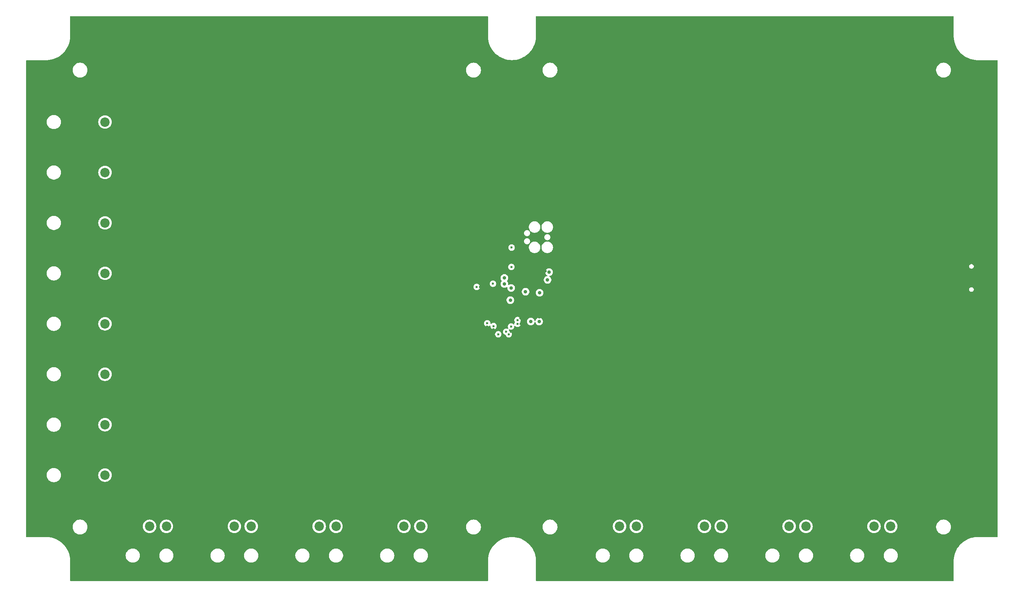
<source format=gbr>
%TF.GenerationSoftware,KiCad,Pcbnew,9.0.1*%
%TF.CreationDate,2025-06-20T14:08:42-04:00*%
%TF.ProjectId,LED-DriverPCB,4c45442d-4472-4697-9665-725043422e6b,rev?*%
%TF.SameCoordinates,Original*%
%TF.FileFunction,Copper,L3,Inr*%
%TF.FilePolarity,Positive*%
%FSLAX46Y46*%
G04 Gerber Fmt 4.6, Leading zero omitted, Abs format (unit mm)*
G04 Created by KiCad (PCBNEW 9.0.1) date 2025-06-20 14:08:42*
%MOMM*%
%LPD*%
G01*
G04 APERTURE LIST*
%TA.AperFunction,ComponentPad*%
%ADD10C,2.362200*%
%TD*%
%TA.AperFunction,HeatsinkPad*%
%ADD11O,2.100000X1.000000*%
%TD*%
%TA.AperFunction,HeatsinkPad*%
%ADD12O,1.600000X1.000000*%
%TD*%
%TA.AperFunction,ViaPad*%
%ADD13C,0.600000*%
%TD*%
%TA.AperFunction,ViaPad*%
%ADD14C,0.900000*%
%TD*%
%TA.AperFunction,ViaPad*%
%ADD15C,0.700000*%
%TD*%
G04 APERTURE END LIST*
D10*
%TO.N,GND*%
%TO.C,J16*%
X121250000Y-149459100D03*
%TO.N,/STR5_PWR*%
X126749999Y-149459100D03*
%TD*%
%TO.N,/STR3_PWR*%
%TO.C,J3*%
X280856599Y-200140900D03*
%TO.N,/STR3_DATA*%
X276656600Y-200140900D03*
%TO.N,GND*%
X272456601Y-200140900D03*
%TD*%
D11*
%TO.N,GND*%
%TO.C,J9*%
X342930251Y-142311000D03*
D12*
X347110251Y-142311000D03*
D11*
X342930251Y-133671000D03*
D12*
X347110251Y-133671000D03*
%TD*%
D10*
%TO.N,/STR6_PWR*%
%TO.C,J6*%
X184518099Y-200140900D03*
%TO.N,/STR6_DATA*%
X180318100Y-200140900D03*
%TO.N,GND*%
X176118101Y-200140900D03*
%TD*%
%TO.N,GND*%
%TO.C,J18*%
X121250000Y-174695500D03*
%TO.N,/STR7_PWR*%
X126749999Y-174695500D03*
%TD*%
%TO.N,/STR2_PWR*%
%TO.C,J2*%
X302067599Y-200140900D03*
%TO.N,/STR2_DATA*%
X297867600Y-200140900D03*
%TO.N,GND*%
X293667601Y-200140900D03*
%TD*%
%TO.N,/STR7_PWR*%
%TO.C,J7*%
X163307099Y-200140900D03*
%TO.N,/STR7_DATA*%
X159107100Y-200140900D03*
%TO.N,GND*%
X154907101Y-200140900D03*
%TD*%
%TO.N,GND*%
%TO.C,J17*%
X121250000Y-162077100D03*
%TO.N,/STR6_PWR*%
X126749999Y-162077100D03*
%TD*%
%TO.N,GND*%
%TO.C,J15*%
X121250000Y-136841100D03*
%TO.N,/STR4_PWR*%
X126749999Y-136841100D03*
%TD*%
%TO.N,/STR8_PWR*%
%TO.C,J8*%
X142096099Y-200140900D03*
%TO.N,/STR8_DATA*%
X137896100Y-200140900D03*
%TO.N,GND*%
X133696101Y-200140900D03*
%TD*%
%TO.N,GND*%
%TO.C,J19*%
X121250000Y-187313500D03*
%TO.N,/STR8_PWR*%
X126749999Y-187313500D03*
%TD*%
%TO.N,/STR4_PWR*%
%TO.C,J4*%
X259645599Y-200140900D03*
%TO.N,/STR4_DATA*%
X255445600Y-200140900D03*
%TO.N,GND*%
X251245601Y-200140900D03*
%TD*%
%TO.N,GND*%
%TO.C,J12*%
X121250000Y-98986500D03*
%TO.N,/STR1_PWR*%
X126749999Y-98986500D03*
%TD*%
%TO.N,GND*%
%TO.C,J13*%
X121250000Y-111604500D03*
%TO.N,/STR2_PWR*%
X126749999Y-111604500D03*
%TD*%
%TO.N,GND*%
%TO.C,J14*%
X121250000Y-124223100D03*
%TO.N,/STR3_PWR*%
X126749999Y-124223100D03*
%TD*%
%TO.N,/STR1_PWR*%
%TO.C,J1*%
X323278599Y-200140900D03*
%TO.N,/STR1_DATA*%
X319078600Y-200140900D03*
%TO.N,GND*%
X314878601Y-200140900D03*
%TD*%
%TO.N,/STR5_PWR*%
%TO.C,J5*%
X205729099Y-200140900D03*
%TO.N,/STR5_DATA*%
X201529100Y-200140900D03*
%TO.N,GND*%
X197329101Y-200140900D03*
%TD*%
D13*
%TO.N,GND*%
X247479000Y-144709000D03*
D14*
X315229000Y-153691000D03*
D13*
X222279000Y-150141000D03*
D15*
X223779000Y-148441000D03*
X236979000Y-152941000D03*
D14*
X340629000Y-102891000D03*
D15*
X218679000Y-133941000D03*
D14*
X162829000Y-102891000D03*
X289829000Y-128291000D03*
X289829000Y-153691000D03*
D13*
X224029000Y-152041000D03*
D14*
X137429000Y-102891000D03*
X188229000Y-102891000D03*
D15*
X216279000Y-142191000D03*
X219129000Y-141641000D03*
X332710251Y-137991000D03*
X226629000Y-129741000D03*
D14*
X213629000Y-204491000D03*
X137429000Y-153691000D03*
X239029000Y-179091000D03*
X162829000Y-153691000D03*
D15*
X229979000Y-131741000D03*
D14*
X238379000Y-145741000D03*
X188229000Y-128291000D03*
D13*
X223929000Y-150841000D03*
D14*
X239029000Y-77491000D03*
X289829000Y-179091000D03*
X289829000Y-102891000D03*
D15*
X236858855Y-136273464D03*
D14*
X213629000Y-128291000D03*
X137429000Y-128291000D03*
X213629000Y-102891000D03*
D15*
X215979000Y-139041000D03*
D14*
X340629000Y-153691000D03*
D13*
X230728384Y-149522377D03*
X220529000Y-140241000D03*
D15*
X233629000Y-155641000D03*
D13*
X228279000Y-151441000D03*
D14*
X162829000Y-128291000D03*
D15*
X236079000Y-157391000D03*
D13*
X225079000Y-160741000D03*
D14*
X264429000Y-204491000D03*
X340629000Y-128291000D03*
D15*
X341160251Y-142591000D03*
D14*
X239029000Y-102891000D03*
X264429000Y-128291000D03*
D15*
X220654000Y-135489714D03*
D14*
X264429000Y-102891000D03*
X340629000Y-179091000D03*
X239029000Y-204491000D03*
X315229000Y-77491000D03*
X315229000Y-179091000D03*
X241029000Y-145041000D03*
X264429000Y-153691000D03*
X235329000Y-147691000D03*
D15*
X218929000Y-135541000D03*
D14*
X213629000Y-179091000D03*
D15*
X232179000Y-125491000D03*
X230729000Y-148091000D03*
D14*
X289829000Y-204491000D03*
D15*
X341110251Y-133491000D03*
D13*
%TO.N,/SWD_NRST*%
X223779000Y-139441000D03*
X228429000Y-130391000D03*
X228379000Y-135241000D03*
X219728997Y-140241000D03*
D14*
%TO.N,+3.3V*%
X231922870Y-141441000D03*
X226629000Y-137996000D03*
X233229000Y-148891000D03*
X237829000Y-136516000D03*
X235329000Y-148891000D03*
X235429000Y-141691000D03*
X226629000Y-139491000D03*
X228129000Y-143542000D03*
X228329000Y-140491000D03*
X237429000Y-138491000D03*
D13*
%TO.N,/PWM_TIM5_CH3*%
X229929000Y-148541000D03*
X222358603Y-149344967D03*
%TO.N,/PWM_TIM3_CH1*%
X225104000Y-152091000D03*
X227729000Y-152091000D03*
%TO.N,/PWM_TIM5_CH4*%
X223929000Y-150040997D03*
X229929000Y-149491000D03*
%TO.N,/PWM_TIM3_CH3*%
X228298238Y-150141001D03*
X227088620Y-151441000D03*
D14*
%TO.N,GND*%
X264429000Y-77491000D03*
%TD*%
%TA.AperFunction,Conductor*%
%TO.N,GND*%
G36*
X222471539Y-72511185D02*
G01*
X222517294Y-72563989D01*
X222528500Y-72615500D01*
X222528500Y-77732822D01*
X222567416Y-78214872D01*
X222644992Y-78692216D01*
X222644995Y-78692232D01*
X222750688Y-79121046D01*
X222760733Y-79161799D01*
X222913882Y-79620534D01*
X223103446Y-80065457D01*
X223328197Y-80493685D01*
X223586677Y-80902439D01*
X223877211Y-81289068D01*
X223877215Y-81289073D01*
X223877220Y-81289079D01*
X224197912Y-81651066D01*
X224546698Y-81986079D01*
X224546704Y-81986085D01*
X224921308Y-82291941D01*
X224921314Y-82291945D01*
X224921320Y-82291950D01*
X225253011Y-82520899D01*
X225319325Y-82566672D01*
X225319331Y-82566677D01*
X225690267Y-82780837D01*
X225738165Y-82808491D01*
X226175095Y-83015817D01*
X226308881Y-83066555D01*
X226627285Y-83187310D01*
X226915080Y-83270671D01*
X227091821Y-83321865D01*
X227565671Y-83418602D01*
X228045768Y-83476896D01*
X228045782Y-83476896D01*
X228045788Y-83476897D01*
X228528989Y-83496370D01*
X228529000Y-83496370D01*
X228529011Y-83496370D01*
X229012211Y-83476897D01*
X229012215Y-83476896D01*
X229012232Y-83476896D01*
X229492329Y-83418602D01*
X229966179Y-83321865D01*
X230430708Y-83187312D01*
X230430710Y-83187310D01*
X230430714Y-83187310D01*
X230595109Y-83124963D01*
X230882905Y-83015817D01*
X231319835Y-82808491D01*
X231738665Y-82566679D01*
X232136680Y-82291950D01*
X232511297Y-81986084D01*
X232860088Y-81651066D01*
X233180789Y-81289068D01*
X233471323Y-80902439D01*
X233729803Y-80493685D01*
X233954554Y-80065457D01*
X234144118Y-79620534D01*
X234297267Y-79161799D01*
X234413005Y-78692228D01*
X234490584Y-78214867D01*
X234529500Y-77732812D01*
X234529500Y-77491000D01*
X234529500Y-77425108D01*
X234529500Y-72615500D01*
X234549185Y-72548461D01*
X234601989Y-72502706D01*
X234653500Y-72491500D01*
X338904500Y-72491500D01*
X338971539Y-72511185D01*
X339017294Y-72563989D01*
X339028500Y-72615500D01*
X339028500Y-77726765D01*
X339044238Y-77926735D01*
X339065495Y-78196827D01*
X339139257Y-78662543D01*
X339249331Y-79121035D01*
X339291364Y-79250402D01*
X339395036Y-79569472D01*
X339416187Y-79620534D01*
X339575482Y-80005106D01*
X339789548Y-80425234D01*
X339789553Y-80425242D01*
X339789555Y-80425246D01*
X339789558Y-80425252D01*
X340035910Y-80827261D01*
X340035915Y-80827268D01*
X340035917Y-80827271D01*
X340180433Y-81026180D01*
X340313064Y-81208732D01*
X340313075Y-81208746D01*
X340507431Y-81436308D01*
X340619298Y-81567287D01*
X340952713Y-81900702D01*
X341311260Y-82206930D01*
X341692729Y-82484083D01*
X341692733Y-82484085D01*
X341692738Y-82484089D01*
X342094747Y-82730441D01*
X342094752Y-82730443D01*
X342094766Y-82730452D01*
X342514894Y-82944518D01*
X342950522Y-83124961D01*
X342950527Y-83124963D01*
X343064550Y-83162010D01*
X343398965Y-83270669D01*
X343857457Y-83380743D01*
X344323173Y-83454505D01*
X344793240Y-83491500D01*
X344963108Y-83491500D01*
X349904500Y-83491500D01*
X349971539Y-83511185D01*
X350017294Y-83563989D01*
X350028500Y-83615500D01*
X350028500Y-202684500D01*
X350008815Y-202751539D01*
X349956011Y-202797294D01*
X349904500Y-202808500D01*
X344793234Y-202808500D01*
X344323172Y-202845495D01*
X344323171Y-202845495D01*
X343857462Y-202919256D01*
X343857459Y-202919256D01*
X343857457Y-202919257D01*
X343693258Y-202958677D01*
X343398976Y-203029328D01*
X343398970Y-203029329D01*
X343398965Y-203029331D01*
X343398953Y-203029335D01*
X342950527Y-203175036D01*
X342514896Y-203355481D01*
X342514894Y-203355482D01*
X342094766Y-203569548D01*
X342094762Y-203569550D01*
X342094753Y-203569555D01*
X342094747Y-203569558D01*
X341692738Y-203815910D01*
X341692727Y-203815918D01*
X341311267Y-204093064D01*
X341311253Y-204093075D01*
X340952719Y-204399292D01*
X340952705Y-204399305D01*
X340619305Y-204732705D01*
X340619292Y-204732719D01*
X340313075Y-205091253D01*
X340313064Y-205091267D01*
X340035918Y-205472727D01*
X340035910Y-205472738D01*
X339789558Y-205874747D01*
X339789555Y-205874753D01*
X339789550Y-205874762D01*
X339789548Y-205874766D01*
X339744951Y-205962293D01*
X339575481Y-206294896D01*
X339395036Y-206730527D01*
X339249335Y-207178953D01*
X339249328Y-207178976D01*
X339139256Y-207637462D01*
X339065495Y-208103171D01*
X339065495Y-208103172D01*
X339028500Y-208573234D01*
X339028500Y-213684499D01*
X339008815Y-213751538D01*
X338956011Y-213797293D01*
X338904500Y-213808499D01*
X234653500Y-213808499D01*
X234586461Y-213788814D01*
X234540706Y-213736010D01*
X234529500Y-213684499D01*
X234529500Y-208567196D01*
X234529499Y-208567177D01*
X234490584Y-208085133D01*
X234413005Y-207607772D01*
X234400540Y-207557201D01*
X234349522Y-207350210D01*
X234343206Y-207324586D01*
X249471101Y-207324586D01*
X249471101Y-207557215D01*
X249494716Y-207736581D01*
X249501464Y-207787831D01*
X249531566Y-207900175D01*
X249561669Y-208012521D01*
X249650684Y-208227422D01*
X249650689Y-208227433D01*
X249766988Y-208428867D01*
X249766999Y-208428883D01*
X249908597Y-208613418D01*
X249908603Y-208613425D01*
X250073076Y-208777898D01*
X250073083Y-208777904D01*
X250204488Y-208878734D01*
X250257627Y-208919509D01*
X250257634Y-208919513D01*
X250459068Y-209035812D01*
X250459073Y-209035814D01*
X250459076Y-209035816D01*
X250566529Y-209080324D01*
X250673980Y-209124832D01*
X250673981Y-209124832D01*
X250673983Y-209124833D01*
X250898671Y-209185038D01*
X251129294Y-209215401D01*
X251129301Y-209215401D01*
X251361901Y-209215401D01*
X251361908Y-209215401D01*
X251592531Y-209185038D01*
X251817219Y-209124833D01*
X252032126Y-209035816D01*
X252233575Y-208919509D01*
X252418120Y-208777903D01*
X252582603Y-208613420D01*
X252724209Y-208428875D01*
X252840516Y-208227426D01*
X252929533Y-208012519D01*
X252989738Y-207787831D01*
X253020101Y-207557208D01*
X253020101Y-207324594D01*
X253020100Y-207324586D01*
X257871099Y-207324586D01*
X257871099Y-207557215D01*
X257894714Y-207736581D01*
X257901462Y-207787831D01*
X257931564Y-207900175D01*
X257961667Y-208012521D01*
X258050682Y-208227422D01*
X258050687Y-208227433D01*
X258166986Y-208428867D01*
X258166997Y-208428883D01*
X258308595Y-208613418D01*
X258308601Y-208613425D01*
X258473074Y-208777898D01*
X258473081Y-208777904D01*
X258604486Y-208878734D01*
X258657625Y-208919509D01*
X258657632Y-208919513D01*
X258859066Y-209035812D01*
X258859071Y-209035814D01*
X258859074Y-209035816D01*
X258966527Y-209080324D01*
X259073978Y-209124832D01*
X259073979Y-209124832D01*
X259073981Y-209124833D01*
X259298669Y-209185038D01*
X259529292Y-209215401D01*
X259529299Y-209215401D01*
X259761899Y-209215401D01*
X259761906Y-209215401D01*
X259992529Y-209185038D01*
X260217217Y-209124833D01*
X260432124Y-209035816D01*
X260633573Y-208919509D01*
X260818118Y-208777903D01*
X260982601Y-208613420D01*
X261124207Y-208428875D01*
X261240514Y-208227426D01*
X261329531Y-208012519D01*
X261389736Y-207787831D01*
X261420099Y-207557208D01*
X261420099Y-207324594D01*
X261420098Y-207324586D01*
X270682101Y-207324586D01*
X270682101Y-207557215D01*
X270705716Y-207736581D01*
X270712464Y-207787831D01*
X270742566Y-207900175D01*
X270772669Y-208012521D01*
X270861684Y-208227422D01*
X270861689Y-208227433D01*
X270977988Y-208428867D01*
X270977999Y-208428883D01*
X271119597Y-208613418D01*
X271119603Y-208613425D01*
X271284076Y-208777898D01*
X271284083Y-208777904D01*
X271415488Y-208878734D01*
X271468627Y-208919509D01*
X271468634Y-208919513D01*
X271670068Y-209035812D01*
X271670073Y-209035814D01*
X271670076Y-209035816D01*
X271777529Y-209080324D01*
X271884980Y-209124832D01*
X271884981Y-209124832D01*
X271884983Y-209124833D01*
X272109671Y-209185038D01*
X272340294Y-209215401D01*
X272340301Y-209215401D01*
X272572901Y-209215401D01*
X272572908Y-209215401D01*
X272803531Y-209185038D01*
X273028219Y-209124833D01*
X273243126Y-209035816D01*
X273444575Y-208919509D01*
X273629120Y-208777903D01*
X273793603Y-208613420D01*
X273935209Y-208428875D01*
X274051516Y-208227426D01*
X274140533Y-208012519D01*
X274200738Y-207787831D01*
X274231101Y-207557208D01*
X274231101Y-207324594D01*
X274231100Y-207324586D01*
X279082099Y-207324586D01*
X279082099Y-207557215D01*
X279105714Y-207736581D01*
X279112462Y-207787831D01*
X279142564Y-207900175D01*
X279172667Y-208012521D01*
X279261682Y-208227422D01*
X279261687Y-208227433D01*
X279377986Y-208428867D01*
X279377997Y-208428883D01*
X279519595Y-208613418D01*
X279519601Y-208613425D01*
X279684074Y-208777898D01*
X279684081Y-208777904D01*
X279815486Y-208878734D01*
X279868625Y-208919509D01*
X279868632Y-208919513D01*
X280070066Y-209035812D01*
X280070071Y-209035814D01*
X280070074Y-209035816D01*
X280177527Y-209080324D01*
X280284978Y-209124832D01*
X280284979Y-209124832D01*
X280284981Y-209124833D01*
X280509669Y-209185038D01*
X280740292Y-209215401D01*
X280740299Y-209215401D01*
X280972899Y-209215401D01*
X280972906Y-209215401D01*
X281203529Y-209185038D01*
X281428217Y-209124833D01*
X281643124Y-209035816D01*
X281844573Y-208919509D01*
X282029118Y-208777903D01*
X282193601Y-208613420D01*
X282335207Y-208428875D01*
X282451514Y-208227426D01*
X282540531Y-208012519D01*
X282600736Y-207787831D01*
X282631099Y-207557208D01*
X282631099Y-207324594D01*
X282631098Y-207324586D01*
X291893101Y-207324586D01*
X291893101Y-207557215D01*
X291916716Y-207736581D01*
X291923464Y-207787831D01*
X291953566Y-207900175D01*
X291983669Y-208012521D01*
X292072684Y-208227422D01*
X292072689Y-208227433D01*
X292188988Y-208428867D01*
X292188999Y-208428883D01*
X292330597Y-208613418D01*
X292330603Y-208613425D01*
X292495076Y-208777898D01*
X292495083Y-208777904D01*
X292626488Y-208878734D01*
X292679627Y-208919509D01*
X292679634Y-208919513D01*
X292881068Y-209035812D01*
X292881073Y-209035814D01*
X292881076Y-209035816D01*
X292988529Y-209080324D01*
X293095980Y-209124832D01*
X293095981Y-209124832D01*
X293095983Y-209124833D01*
X293320671Y-209185038D01*
X293551294Y-209215401D01*
X293551301Y-209215401D01*
X293783901Y-209215401D01*
X293783908Y-209215401D01*
X294014531Y-209185038D01*
X294239219Y-209124833D01*
X294454126Y-209035816D01*
X294655575Y-208919509D01*
X294840120Y-208777903D01*
X295004603Y-208613420D01*
X295146209Y-208428875D01*
X295262516Y-208227426D01*
X295351533Y-208012519D01*
X295411738Y-207787831D01*
X295442101Y-207557208D01*
X295442101Y-207324594D01*
X295442100Y-207324586D01*
X300293099Y-207324586D01*
X300293099Y-207557215D01*
X300316714Y-207736581D01*
X300323462Y-207787831D01*
X300353564Y-207900175D01*
X300383667Y-208012521D01*
X300472682Y-208227422D01*
X300472687Y-208227433D01*
X300588986Y-208428867D01*
X300588997Y-208428883D01*
X300730595Y-208613418D01*
X300730601Y-208613425D01*
X300895074Y-208777898D01*
X300895081Y-208777904D01*
X301026486Y-208878734D01*
X301079625Y-208919509D01*
X301079632Y-208919513D01*
X301281066Y-209035812D01*
X301281071Y-209035814D01*
X301281074Y-209035816D01*
X301388527Y-209080324D01*
X301495978Y-209124832D01*
X301495979Y-209124832D01*
X301495981Y-209124833D01*
X301720669Y-209185038D01*
X301951292Y-209215401D01*
X301951299Y-209215401D01*
X302183899Y-209215401D01*
X302183906Y-209215401D01*
X302414529Y-209185038D01*
X302639217Y-209124833D01*
X302854124Y-209035816D01*
X303055573Y-208919509D01*
X303240118Y-208777903D01*
X303404601Y-208613420D01*
X303546207Y-208428875D01*
X303662514Y-208227426D01*
X303751531Y-208012519D01*
X303811736Y-207787831D01*
X303842099Y-207557208D01*
X303842099Y-207324594D01*
X303842098Y-207324586D01*
X313104101Y-207324586D01*
X313104101Y-207557215D01*
X313127716Y-207736581D01*
X313134464Y-207787831D01*
X313164566Y-207900175D01*
X313194669Y-208012521D01*
X313283684Y-208227422D01*
X313283689Y-208227433D01*
X313399988Y-208428867D01*
X313399999Y-208428883D01*
X313541597Y-208613418D01*
X313541603Y-208613425D01*
X313706076Y-208777898D01*
X313706083Y-208777904D01*
X313837488Y-208878734D01*
X313890627Y-208919509D01*
X313890634Y-208919513D01*
X314092068Y-209035812D01*
X314092073Y-209035814D01*
X314092076Y-209035816D01*
X314199529Y-209080324D01*
X314306980Y-209124832D01*
X314306981Y-209124832D01*
X314306983Y-209124833D01*
X314531671Y-209185038D01*
X314762294Y-209215401D01*
X314762301Y-209215401D01*
X314994901Y-209215401D01*
X314994908Y-209215401D01*
X315225531Y-209185038D01*
X315450219Y-209124833D01*
X315665126Y-209035816D01*
X315866575Y-208919509D01*
X316051120Y-208777903D01*
X316215603Y-208613420D01*
X316357209Y-208428875D01*
X316473516Y-208227426D01*
X316562533Y-208012519D01*
X316622738Y-207787831D01*
X316653101Y-207557208D01*
X316653101Y-207324594D01*
X316653100Y-207324586D01*
X321504099Y-207324586D01*
X321504099Y-207557215D01*
X321527714Y-207736581D01*
X321534462Y-207787831D01*
X321564564Y-207900175D01*
X321594667Y-208012521D01*
X321683682Y-208227422D01*
X321683687Y-208227433D01*
X321799986Y-208428867D01*
X321799997Y-208428883D01*
X321941595Y-208613418D01*
X321941601Y-208613425D01*
X322106074Y-208777898D01*
X322106081Y-208777904D01*
X322237486Y-208878734D01*
X322290625Y-208919509D01*
X322290632Y-208919513D01*
X322492066Y-209035812D01*
X322492071Y-209035814D01*
X322492074Y-209035816D01*
X322599527Y-209080324D01*
X322706978Y-209124832D01*
X322706979Y-209124832D01*
X322706981Y-209124833D01*
X322931669Y-209185038D01*
X323162292Y-209215401D01*
X323162299Y-209215401D01*
X323394899Y-209215401D01*
X323394906Y-209215401D01*
X323625529Y-209185038D01*
X323850217Y-209124833D01*
X324065124Y-209035816D01*
X324266573Y-208919509D01*
X324451118Y-208777903D01*
X324615601Y-208613420D01*
X324757207Y-208428875D01*
X324873514Y-208227426D01*
X324962531Y-208012519D01*
X325022736Y-207787831D01*
X325053099Y-207557208D01*
X325053099Y-207324594D01*
X325022736Y-207093971D01*
X324962531Y-206869283D01*
X324873514Y-206654376D01*
X324873512Y-206654373D01*
X324873510Y-206654368D01*
X324757211Y-206452934D01*
X324757207Y-206452927D01*
X324635946Y-206294896D01*
X324615602Y-206268383D01*
X324615596Y-206268376D01*
X324451123Y-206103903D01*
X324451116Y-206103897D01*
X324266581Y-205962299D01*
X324266579Y-205962297D01*
X324266573Y-205962293D01*
X324266568Y-205962290D01*
X324266565Y-205962288D01*
X324065131Y-205845989D01*
X324065120Y-205845984D01*
X323850219Y-205756969D01*
X323737873Y-205726866D01*
X323625529Y-205696764D01*
X323574279Y-205690016D01*
X323394913Y-205666401D01*
X323394906Y-205666401D01*
X323162292Y-205666401D01*
X323162284Y-205666401D01*
X322957293Y-205693390D01*
X322931669Y-205696764D01*
X322875497Y-205711815D01*
X322706978Y-205756969D01*
X322492077Y-205845984D01*
X322492066Y-205845989D01*
X322290632Y-205962288D01*
X322290616Y-205962299D01*
X322106081Y-206103897D01*
X322106074Y-206103903D01*
X321941601Y-206268376D01*
X321941595Y-206268383D01*
X321799997Y-206452918D01*
X321799986Y-206452934D01*
X321683687Y-206654368D01*
X321683682Y-206654379D01*
X321594667Y-206869280D01*
X321534462Y-207093972D01*
X321504099Y-207324586D01*
X316653100Y-207324586D01*
X316622738Y-207093971D01*
X316562533Y-206869283D01*
X316473516Y-206654376D01*
X316473514Y-206654373D01*
X316473512Y-206654368D01*
X316357213Y-206452934D01*
X316357209Y-206452927D01*
X316235948Y-206294896D01*
X316215604Y-206268383D01*
X316215598Y-206268376D01*
X316051125Y-206103903D01*
X316051118Y-206103897D01*
X315866583Y-205962299D01*
X315866581Y-205962297D01*
X315866575Y-205962293D01*
X315866570Y-205962290D01*
X315866567Y-205962288D01*
X315665133Y-205845989D01*
X315665122Y-205845984D01*
X315450221Y-205756969D01*
X315337875Y-205726866D01*
X315225531Y-205696764D01*
X315174281Y-205690016D01*
X314994915Y-205666401D01*
X314994908Y-205666401D01*
X314762294Y-205666401D01*
X314762286Y-205666401D01*
X314557295Y-205693390D01*
X314531671Y-205696764D01*
X314475499Y-205711815D01*
X314306980Y-205756969D01*
X314092079Y-205845984D01*
X314092068Y-205845989D01*
X313890634Y-205962288D01*
X313890618Y-205962299D01*
X313706083Y-206103897D01*
X313706076Y-206103903D01*
X313541603Y-206268376D01*
X313541597Y-206268383D01*
X313399999Y-206452918D01*
X313399988Y-206452934D01*
X313283689Y-206654368D01*
X313283684Y-206654379D01*
X313194669Y-206869280D01*
X313134464Y-207093972D01*
X313104101Y-207324586D01*
X303842098Y-207324586D01*
X303811736Y-207093971D01*
X303751531Y-206869283D01*
X303662514Y-206654376D01*
X303662512Y-206654373D01*
X303662510Y-206654368D01*
X303546211Y-206452934D01*
X303546207Y-206452927D01*
X303424946Y-206294896D01*
X303404602Y-206268383D01*
X303404596Y-206268376D01*
X303240123Y-206103903D01*
X303240116Y-206103897D01*
X303055581Y-205962299D01*
X303055579Y-205962297D01*
X303055573Y-205962293D01*
X303055568Y-205962290D01*
X303055565Y-205962288D01*
X302854131Y-205845989D01*
X302854120Y-205845984D01*
X302639219Y-205756969D01*
X302526873Y-205726866D01*
X302414529Y-205696764D01*
X302363279Y-205690016D01*
X302183913Y-205666401D01*
X302183906Y-205666401D01*
X301951292Y-205666401D01*
X301951284Y-205666401D01*
X301746293Y-205693390D01*
X301720669Y-205696764D01*
X301664497Y-205711815D01*
X301495978Y-205756969D01*
X301281077Y-205845984D01*
X301281066Y-205845989D01*
X301079632Y-205962288D01*
X301079616Y-205962299D01*
X300895081Y-206103897D01*
X300895074Y-206103903D01*
X300730601Y-206268376D01*
X300730595Y-206268383D01*
X300588997Y-206452918D01*
X300588986Y-206452934D01*
X300472687Y-206654368D01*
X300472682Y-206654379D01*
X300383667Y-206869280D01*
X300323462Y-207093972D01*
X300293099Y-207324586D01*
X295442100Y-207324586D01*
X295411738Y-207093971D01*
X295351533Y-206869283D01*
X295262516Y-206654376D01*
X295262514Y-206654373D01*
X295262512Y-206654368D01*
X295146213Y-206452934D01*
X295146209Y-206452927D01*
X295024948Y-206294896D01*
X295004604Y-206268383D01*
X295004598Y-206268376D01*
X294840125Y-206103903D01*
X294840118Y-206103897D01*
X294655583Y-205962299D01*
X294655581Y-205962297D01*
X294655575Y-205962293D01*
X294655570Y-205962290D01*
X294655567Y-205962288D01*
X294454133Y-205845989D01*
X294454122Y-205845984D01*
X294239221Y-205756969D01*
X294126875Y-205726866D01*
X294014531Y-205696764D01*
X293963281Y-205690016D01*
X293783915Y-205666401D01*
X293783908Y-205666401D01*
X293551294Y-205666401D01*
X293551286Y-205666401D01*
X293346295Y-205693390D01*
X293320671Y-205696764D01*
X293264499Y-205711815D01*
X293095980Y-205756969D01*
X292881079Y-205845984D01*
X292881068Y-205845989D01*
X292679634Y-205962288D01*
X292679618Y-205962299D01*
X292495083Y-206103897D01*
X292495076Y-206103903D01*
X292330603Y-206268376D01*
X292330597Y-206268383D01*
X292188999Y-206452918D01*
X292188988Y-206452934D01*
X292072689Y-206654368D01*
X292072684Y-206654379D01*
X291983669Y-206869280D01*
X291923464Y-207093972D01*
X291893101Y-207324586D01*
X282631098Y-207324586D01*
X282600736Y-207093971D01*
X282540531Y-206869283D01*
X282451514Y-206654376D01*
X282451512Y-206654373D01*
X282451510Y-206654368D01*
X282335211Y-206452934D01*
X282335207Y-206452927D01*
X282213946Y-206294896D01*
X282193602Y-206268383D01*
X282193596Y-206268376D01*
X282029123Y-206103903D01*
X282029116Y-206103897D01*
X281844581Y-205962299D01*
X281844579Y-205962297D01*
X281844573Y-205962293D01*
X281844568Y-205962290D01*
X281844565Y-205962288D01*
X281643131Y-205845989D01*
X281643120Y-205845984D01*
X281428219Y-205756969D01*
X281315873Y-205726866D01*
X281203529Y-205696764D01*
X281152279Y-205690016D01*
X280972913Y-205666401D01*
X280972906Y-205666401D01*
X280740292Y-205666401D01*
X280740284Y-205666401D01*
X280535293Y-205693390D01*
X280509669Y-205696764D01*
X280453497Y-205711815D01*
X280284978Y-205756969D01*
X280070077Y-205845984D01*
X280070066Y-205845989D01*
X279868632Y-205962288D01*
X279868616Y-205962299D01*
X279684081Y-206103897D01*
X279684074Y-206103903D01*
X279519601Y-206268376D01*
X279519595Y-206268383D01*
X279377997Y-206452918D01*
X279377986Y-206452934D01*
X279261687Y-206654368D01*
X279261682Y-206654379D01*
X279172667Y-206869280D01*
X279112462Y-207093972D01*
X279082099Y-207324586D01*
X274231100Y-207324586D01*
X274200738Y-207093971D01*
X274140533Y-206869283D01*
X274051516Y-206654376D01*
X274051514Y-206654373D01*
X274051512Y-206654368D01*
X273935213Y-206452934D01*
X273935209Y-206452927D01*
X273813948Y-206294896D01*
X273793604Y-206268383D01*
X273793598Y-206268376D01*
X273629125Y-206103903D01*
X273629118Y-206103897D01*
X273444583Y-205962299D01*
X273444581Y-205962297D01*
X273444575Y-205962293D01*
X273444570Y-205962290D01*
X273444567Y-205962288D01*
X273243133Y-205845989D01*
X273243122Y-205845984D01*
X273028221Y-205756969D01*
X272915875Y-205726866D01*
X272803531Y-205696764D01*
X272752281Y-205690016D01*
X272572915Y-205666401D01*
X272572908Y-205666401D01*
X272340294Y-205666401D01*
X272340286Y-205666401D01*
X272135295Y-205693390D01*
X272109671Y-205696764D01*
X272053499Y-205711815D01*
X271884980Y-205756969D01*
X271670079Y-205845984D01*
X271670068Y-205845989D01*
X271468634Y-205962288D01*
X271468618Y-205962299D01*
X271284083Y-206103897D01*
X271284076Y-206103903D01*
X271119603Y-206268376D01*
X271119597Y-206268383D01*
X270977999Y-206452918D01*
X270977988Y-206452934D01*
X270861689Y-206654368D01*
X270861684Y-206654379D01*
X270772669Y-206869280D01*
X270712464Y-207093972D01*
X270682101Y-207324586D01*
X261420098Y-207324586D01*
X261389736Y-207093971D01*
X261329531Y-206869283D01*
X261240514Y-206654376D01*
X261240512Y-206654373D01*
X261240510Y-206654368D01*
X261124211Y-206452934D01*
X261124207Y-206452927D01*
X261002946Y-206294896D01*
X260982602Y-206268383D01*
X260982596Y-206268376D01*
X260818123Y-206103903D01*
X260818116Y-206103897D01*
X260633581Y-205962299D01*
X260633579Y-205962297D01*
X260633573Y-205962293D01*
X260633568Y-205962290D01*
X260633565Y-205962288D01*
X260432131Y-205845989D01*
X260432120Y-205845984D01*
X260217219Y-205756969D01*
X260104873Y-205726866D01*
X259992529Y-205696764D01*
X259941279Y-205690016D01*
X259761913Y-205666401D01*
X259761906Y-205666401D01*
X259529292Y-205666401D01*
X259529284Y-205666401D01*
X259324293Y-205693390D01*
X259298669Y-205696764D01*
X259242497Y-205711815D01*
X259073978Y-205756969D01*
X258859077Y-205845984D01*
X258859066Y-205845989D01*
X258657632Y-205962288D01*
X258657616Y-205962299D01*
X258473081Y-206103897D01*
X258473074Y-206103903D01*
X258308601Y-206268376D01*
X258308595Y-206268383D01*
X258166997Y-206452918D01*
X258166986Y-206452934D01*
X258050687Y-206654368D01*
X258050682Y-206654379D01*
X257961667Y-206869280D01*
X257901462Y-207093972D01*
X257871099Y-207324586D01*
X253020100Y-207324586D01*
X252989738Y-207093971D01*
X252929533Y-206869283D01*
X252840516Y-206654376D01*
X252840514Y-206654373D01*
X252840512Y-206654368D01*
X252724213Y-206452934D01*
X252724209Y-206452927D01*
X252602948Y-206294896D01*
X252582604Y-206268383D01*
X252582598Y-206268376D01*
X252418125Y-206103903D01*
X252418118Y-206103897D01*
X252233583Y-205962299D01*
X252233581Y-205962297D01*
X252233575Y-205962293D01*
X252233570Y-205962290D01*
X252233567Y-205962288D01*
X252032133Y-205845989D01*
X252032122Y-205845984D01*
X251817221Y-205756969D01*
X251704875Y-205726866D01*
X251592531Y-205696764D01*
X251541281Y-205690016D01*
X251361915Y-205666401D01*
X251361908Y-205666401D01*
X251129294Y-205666401D01*
X251129286Y-205666401D01*
X250924295Y-205693390D01*
X250898671Y-205696764D01*
X250842499Y-205711815D01*
X250673980Y-205756969D01*
X250459079Y-205845984D01*
X250459068Y-205845989D01*
X250257634Y-205962288D01*
X250257618Y-205962299D01*
X250073083Y-206103897D01*
X250073076Y-206103903D01*
X249908603Y-206268376D01*
X249908597Y-206268383D01*
X249766999Y-206452918D01*
X249766988Y-206452934D01*
X249650689Y-206654368D01*
X249650684Y-206654379D01*
X249561669Y-206869280D01*
X249501464Y-207093972D01*
X249471101Y-207324586D01*
X234343206Y-207324586D01*
X234297267Y-207138201D01*
X234144118Y-206679466D01*
X233954554Y-206234543D01*
X233729803Y-205806315D01*
X233471323Y-205397561D01*
X233180789Y-205010932D01*
X233180782Y-205010924D01*
X233180779Y-205010920D01*
X232860087Y-204648933D01*
X232511301Y-204313920D01*
X232511295Y-204313914D01*
X232136691Y-204008058D01*
X232136683Y-204008052D01*
X232136680Y-204008050D01*
X231738674Y-203733327D01*
X231738668Y-203733322D01*
X231319841Y-203491512D01*
X230882910Y-203284185D01*
X230430714Y-203112689D01*
X229966185Y-202978136D01*
X229492332Y-202881398D01*
X229492333Y-202881398D01*
X229012237Y-202823104D01*
X229012211Y-202823102D01*
X228529011Y-202803630D01*
X228528989Y-202803630D01*
X228045788Y-202823102D01*
X228045762Y-202823104D01*
X227565667Y-202881398D01*
X227091814Y-202978136D01*
X226627285Y-203112689D01*
X226175089Y-203284185D01*
X225738158Y-203491512D01*
X225319331Y-203733322D01*
X225319325Y-203733327D01*
X224921308Y-204008058D01*
X224546704Y-204313914D01*
X224546698Y-204313920D01*
X224197912Y-204648933D01*
X223877220Y-205010920D01*
X223586678Y-205397559D01*
X223328195Y-205806318D01*
X223103443Y-206234549D01*
X222913878Y-206679476D01*
X222760732Y-207138204D01*
X222760730Y-207138211D01*
X222644995Y-207607767D01*
X222644992Y-207607783D01*
X222567416Y-208085127D01*
X222528500Y-208567177D01*
X222528500Y-213684500D01*
X222508815Y-213751539D01*
X222456011Y-213797294D01*
X222404500Y-213808500D01*
X118153500Y-213808500D01*
X118086461Y-213788815D01*
X118040706Y-213736011D01*
X118029500Y-213684500D01*
X118029500Y-208573247D01*
X118029500Y-208573240D01*
X117992505Y-208103173D01*
X117918743Y-207637457D01*
X117843629Y-207324586D01*
X131921601Y-207324586D01*
X131921601Y-207557215D01*
X131945216Y-207736581D01*
X131951964Y-207787831D01*
X131982066Y-207900175D01*
X132012169Y-208012521D01*
X132101184Y-208227422D01*
X132101189Y-208227433D01*
X132217488Y-208428867D01*
X132217499Y-208428883D01*
X132359097Y-208613418D01*
X132359103Y-208613425D01*
X132523576Y-208777898D01*
X132523583Y-208777904D01*
X132654988Y-208878734D01*
X132708127Y-208919509D01*
X132708134Y-208919513D01*
X132909568Y-209035812D01*
X132909573Y-209035814D01*
X132909576Y-209035816D01*
X133017029Y-209080324D01*
X133124480Y-209124832D01*
X133124481Y-209124832D01*
X133124483Y-209124833D01*
X133349171Y-209185038D01*
X133579794Y-209215401D01*
X133579801Y-209215401D01*
X133812401Y-209215401D01*
X133812408Y-209215401D01*
X134043031Y-209185038D01*
X134267719Y-209124833D01*
X134482626Y-209035816D01*
X134684075Y-208919509D01*
X134868620Y-208777903D01*
X135033103Y-208613420D01*
X135174709Y-208428875D01*
X135291016Y-208227426D01*
X135380033Y-208012519D01*
X135440238Y-207787831D01*
X135470601Y-207557208D01*
X135470601Y-207324594D01*
X135470600Y-207324586D01*
X140321599Y-207324586D01*
X140321599Y-207557215D01*
X140345214Y-207736581D01*
X140351962Y-207787831D01*
X140382064Y-207900175D01*
X140412167Y-208012521D01*
X140501182Y-208227422D01*
X140501187Y-208227433D01*
X140617486Y-208428867D01*
X140617497Y-208428883D01*
X140759095Y-208613418D01*
X140759101Y-208613425D01*
X140923574Y-208777898D01*
X140923581Y-208777904D01*
X141054986Y-208878734D01*
X141108125Y-208919509D01*
X141108132Y-208919513D01*
X141309566Y-209035812D01*
X141309571Y-209035814D01*
X141309574Y-209035816D01*
X141417027Y-209080324D01*
X141524478Y-209124832D01*
X141524479Y-209124832D01*
X141524481Y-209124833D01*
X141749169Y-209185038D01*
X141979792Y-209215401D01*
X141979799Y-209215401D01*
X142212399Y-209215401D01*
X142212406Y-209215401D01*
X142443029Y-209185038D01*
X142667717Y-209124833D01*
X142882624Y-209035816D01*
X143084073Y-208919509D01*
X143268618Y-208777903D01*
X143433101Y-208613420D01*
X143574707Y-208428875D01*
X143691014Y-208227426D01*
X143780031Y-208012519D01*
X143840236Y-207787831D01*
X143870599Y-207557208D01*
X143870599Y-207324594D01*
X143870598Y-207324586D01*
X153132601Y-207324586D01*
X153132601Y-207557215D01*
X153156216Y-207736581D01*
X153162964Y-207787831D01*
X153193066Y-207900175D01*
X153223169Y-208012521D01*
X153312184Y-208227422D01*
X153312189Y-208227433D01*
X153428488Y-208428867D01*
X153428499Y-208428883D01*
X153570097Y-208613418D01*
X153570103Y-208613425D01*
X153734576Y-208777898D01*
X153734583Y-208777904D01*
X153865988Y-208878734D01*
X153919127Y-208919509D01*
X153919134Y-208919513D01*
X154120568Y-209035812D01*
X154120573Y-209035814D01*
X154120576Y-209035816D01*
X154228029Y-209080324D01*
X154335480Y-209124832D01*
X154335481Y-209124832D01*
X154335483Y-209124833D01*
X154560171Y-209185038D01*
X154790794Y-209215401D01*
X154790801Y-209215401D01*
X155023401Y-209215401D01*
X155023408Y-209215401D01*
X155254031Y-209185038D01*
X155478719Y-209124833D01*
X155693626Y-209035816D01*
X155895075Y-208919509D01*
X156079620Y-208777903D01*
X156244103Y-208613420D01*
X156385709Y-208428875D01*
X156502016Y-208227426D01*
X156591033Y-208012519D01*
X156651238Y-207787831D01*
X156681601Y-207557208D01*
X156681601Y-207324594D01*
X156681600Y-207324586D01*
X161532599Y-207324586D01*
X161532599Y-207557215D01*
X161556214Y-207736581D01*
X161562962Y-207787831D01*
X161593064Y-207900175D01*
X161623167Y-208012521D01*
X161712182Y-208227422D01*
X161712187Y-208227433D01*
X161828486Y-208428867D01*
X161828497Y-208428883D01*
X161970095Y-208613418D01*
X161970101Y-208613425D01*
X162134574Y-208777898D01*
X162134581Y-208777904D01*
X162265986Y-208878734D01*
X162319125Y-208919509D01*
X162319132Y-208919513D01*
X162520566Y-209035812D01*
X162520571Y-209035814D01*
X162520574Y-209035816D01*
X162628027Y-209080324D01*
X162735478Y-209124832D01*
X162735479Y-209124832D01*
X162735481Y-209124833D01*
X162960169Y-209185038D01*
X163190792Y-209215401D01*
X163190799Y-209215401D01*
X163423399Y-209215401D01*
X163423406Y-209215401D01*
X163654029Y-209185038D01*
X163878717Y-209124833D01*
X164093624Y-209035816D01*
X164295073Y-208919509D01*
X164479618Y-208777903D01*
X164644101Y-208613420D01*
X164785707Y-208428875D01*
X164902014Y-208227426D01*
X164991031Y-208012519D01*
X165051236Y-207787831D01*
X165081599Y-207557208D01*
X165081599Y-207324594D01*
X165081598Y-207324586D01*
X174343601Y-207324586D01*
X174343601Y-207557215D01*
X174367216Y-207736581D01*
X174373964Y-207787831D01*
X174404066Y-207900175D01*
X174434169Y-208012521D01*
X174523184Y-208227422D01*
X174523189Y-208227433D01*
X174639488Y-208428867D01*
X174639499Y-208428883D01*
X174781097Y-208613418D01*
X174781103Y-208613425D01*
X174945576Y-208777898D01*
X174945583Y-208777904D01*
X175076988Y-208878734D01*
X175130127Y-208919509D01*
X175130134Y-208919513D01*
X175331568Y-209035812D01*
X175331573Y-209035814D01*
X175331576Y-209035816D01*
X175439029Y-209080324D01*
X175546480Y-209124832D01*
X175546481Y-209124832D01*
X175546483Y-209124833D01*
X175771171Y-209185038D01*
X176001794Y-209215401D01*
X176001801Y-209215401D01*
X176234401Y-209215401D01*
X176234408Y-209215401D01*
X176465031Y-209185038D01*
X176689719Y-209124833D01*
X176904626Y-209035816D01*
X177106075Y-208919509D01*
X177290620Y-208777903D01*
X177455103Y-208613420D01*
X177596709Y-208428875D01*
X177713016Y-208227426D01*
X177802033Y-208012519D01*
X177862238Y-207787831D01*
X177892601Y-207557208D01*
X177892601Y-207324594D01*
X177892600Y-207324586D01*
X182743599Y-207324586D01*
X182743599Y-207557215D01*
X182767214Y-207736581D01*
X182773962Y-207787831D01*
X182804064Y-207900175D01*
X182834167Y-208012521D01*
X182923182Y-208227422D01*
X182923187Y-208227433D01*
X183039486Y-208428867D01*
X183039497Y-208428883D01*
X183181095Y-208613418D01*
X183181101Y-208613425D01*
X183345574Y-208777898D01*
X183345581Y-208777904D01*
X183476986Y-208878734D01*
X183530125Y-208919509D01*
X183530132Y-208919513D01*
X183731566Y-209035812D01*
X183731571Y-209035814D01*
X183731574Y-209035816D01*
X183839027Y-209080324D01*
X183946478Y-209124832D01*
X183946479Y-209124832D01*
X183946481Y-209124833D01*
X184171169Y-209185038D01*
X184401792Y-209215401D01*
X184401799Y-209215401D01*
X184634399Y-209215401D01*
X184634406Y-209215401D01*
X184865029Y-209185038D01*
X185089717Y-209124833D01*
X185304624Y-209035816D01*
X185506073Y-208919509D01*
X185690618Y-208777903D01*
X185855101Y-208613420D01*
X185996707Y-208428875D01*
X186113014Y-208227426D01*
X186202031Y-208012519D01*
X186262236Y-207787831D01*
X186292599Y-207557208D01*
X186292599Y-207324594D01*
X186292598Y-207324586D01*
X195554601Y-207324586D01*
X195554601Y-207557215D01*
X195578216Y-207736581D01*
X195584964Y-207787831D01*
X195615066Y-207900175D01*
X195645169Y-208012521D01*
X195734184Y-208227422D01*
X195734189Y-208227433D01*
X195850488Y-208428867D01*
X195850499Y-208428883D01*
X195992097Y-208613418D01*
X195992103Y-208613425D01*
X196156576Y-208777898D01*
X196156583Y-208777904D01*
X196287988Y-208878734D01*
X196341127Y-208919509D01*
X196341134Y-208919513D01*
X196542568Y-209035812D01*
X196542573Y-209035814D01*
X196542576Y-209035816D01*
X196650029Y-209080324D01*
X196757480Y-209124832D01*
X196757481Y-209124832D01*
X196757483Y-209124833D01*
X196982171Y-209185038D01*
X197212794Y-209215401D01*
X197212801Y-209215401D01*
X197445401Y-209215401D01*
X197445408Y-209215401D01*
X197676031Y-209185038D01*
X197900719Y-209124833D01*
X198115626Y-209035816D01*
X198317075Y-208919509D01*
X198501620Y-208777903D01*
X198666103Y-208613420D01*
X198807709Y-208428875D01*
X198924016Y-208227426D01*
X199013033Y-208012519D01*
X199073238Y-207787831D01*
X199103601Y-207557208D01*
X199103601Y-207324594D01*
X199103600Y-207324586D01*
X203954599Y-207324586D01*
X203954599Y-207557215D01*
X203978214Y-207736581D01*
X203984962Y-207787831D01*
X204015064Y-207900175D01*
X204045167Y-208012521D01*
X204134182Y-208227422D01*
X204134187Y-208227433D01*
X204250486Y-208428867D01*
X204250497Y-208428883D01*
X204392095Y-208613418D01*
X204392101Y-208613425D01*
X204556574Y-208777898D01*
X204556581Y-208777904D01*
X204687986Y-208878734D01*
X204741125Y-208919509D01*
X204741132Y-208919513D01*
X204942566Y-209035812D01*
X204942571Y-209035814D01*
X204942574Y-209035816D01*
X205050027Y-209080324D01*
X205157478Y-209124832D01*
X205157479Y-209124832D01*
X205157481Y-209124833D01*
X205382169Y-209185038D01*
X205612792Y-209215401D01*
X205612799Y-209215401D01*
X205845399Y-209215401D01*
X205845406Y-209215401D01*
X206076029Y-209185038D01*
X206300717Y-209124833D01*
X206515624Y-209035816D01*
X206717073Y-208919509D01*
X206901618Y-208777903D01*
X207066101Y-208613420D01*
X207207707Y-208428875D01*
X207324014Y-208227426D01*
X207413031Y-208012519D01*
X207473236Y-207787831D01*
X207503599Y-207557208D01*
X207503599Y-207324594D01*
X207473236Y-207093971D01*
X207413031Y-206869283D01*
X207324014Y-206654376D01*
X207324012Y-206654373D01*
X207324010Y-206654368D01*
X207207711Y-206452934D01*
X207207707Y-206452927D01*
X207086446Y-206294896D01*
X207066102Y-206268383D01*
X207066096Y-206268376D01*
X206901623Y-206103903D01*
X206901616Y-206103897D01*
X206717081Y-205962299D01*
X206717079Y-205962297D01*
X206717073Y-205962293D01*
X206717068Y-205962290D01*
X206717065Y-205962288D01*
X206515631Y-205845989D01*
X206515620Y-205845984D01*
X206300719Y-205756969D01*
X206188373Y-205726866D01*
X206076029Y-205696764D01*
X206024779Y-205690016D01*
X205845413Y-205666401D01*
X205845406Y-205666401D01*
X205612792Y-205666401D01*
X205612784Y-205666401D01*
X205407793Y-205693390D01*
X205382169Y-205696764D01*
X205325997Y-205711815D01*
X205157478Y-205756969D01*
X204942577Y-205845984D01*
X204942566Y-205845989D01*
X204741132Y-205962288D01*
X204741116Y-205962299D01*
X204556581Y-206103897D01*
X204556574Y-206103903D01*
X204392101Y-206268376D01*
X204392095Y-206268383D01*
X204250497Y-206452918D01*
X204250486Y-206452934D01*
X204134187Y-206654368D01*
X204134182Y-206654379D01*
X204045167Y-206869280D01*
X203984962Y-207093972D01*
X203954599Y-207324586D01*
X199103600Y-207324586D01*
X199073238Y-207093971D01*
X199013033Y-206869283D01*
X198924016Y-206654376D01*
X198924014Y-206654373D01*
X198924012Y-206654368D01*
X198807713Y-206452934D01*
X198807709Y-206452927D01*
X198686448Y-206294896D01*
X198666104Y-206268383D01*
X198666098Y-206268376D01*
X198501625Y-206103903D01*
X198501618Y-206103897D01*
X198317083Y-205962299D01*
X198317081Y-205962297D01*
X198317075Y-205962293D01*
X198317070Y-205962290D01*
X198317067Y-205962288D01*
X198115633Y-205845989D01*
X198115622Y-205845984D01*
X197900721Y-205756969D01*
X197788375Y-205726866D01*
X197676031Y-205696764D01*
X197624781Y-205690016D01*
X197445415Y-205666401D01*
X197445408Y-205666401D01*
X197212794Y-205666401D01*
X197212786Y-205666401D01*
X197007795Y-205693390D01*
X196982171Y-205696764D01*
X196925999Y-205711815D01*
X196757480Y-205756969D01*
X196542579Y-205845984D01*
X196542568Y-205845989D01*
X196341134Y-205962288D01*
X196341118Y-205962299D01*
X196156583Y-206103897D01*
X196156576Y-206103903D01*
X195992103Y-206268376D01*
X195992097Y-206268383D01*
X195850499Y-206452918D01*
X195850488Y-206452934D01*
X195734189Y-206654368D01*
X195734184Y-206654379D01*
X195645169Y-206869280D01*
X195584964Y-207093972D01*
X195554601Y-207324586D01*
X186292598Y-207324586D01*
X186262236Y-207093971D01*
X186202031Y-206869283D01*
X186113014Y-206654376D01*
X186113012Y-206654373D01*
X186113010Y-206654368D01*
X185996711Y-206452934D01*
X185996707Y-206452927D01*
X185875446Y-206294896D01*
X185855102Y-206268383D01*
X185855096Y-206268376D01*
X185690623Y-206103903D01*
X185690616Y-206103897D01*
X185506081Y-205962299D01*
X185506079Y-205962297D01*
X185506073Y-205962293D01*
X185506068Y-205962290D01*
X185506065Y-205962288D01*
X185304631Y-205845989D01*
X185304620Y-205845984D01*
X185089719Y-205756969D01*
X184977373Y-205726866D01*
X184865029Y-205696764D01*
X184813779Y-205690016D01*
X184634413Y-205666401D01*
X184634406Y-205666401D01*
X184401792Y-205666401D01*
X184401784Y-205666401D01*
X184196793Y-205693390D01*
X184171169Y-205696764D01*
X184114997Y-205711815D01*
X183946478Y-205756969D01*
X183731577Y-205845984D01*
X183731566Y-205845989D01*
X183530132Y-205962288D01*
X183530116Y-205962299D01*
X183345581Y-206103897D01*
X183345574Y-206103903D01*
X183181101Y-206268376D01*
X183181095Y-206268383D01*
X183039497Y-206452918D01*
X183039486Y-206452934D01*
X182923187Y-206654368D01*
X182923182Y-206654379D01*
X182834167Y-206869280D01*
X182773962Y-207093972D01*
X182743599Y-207324586D01*
X177892600Y-207324586D01*
X177862238Y-207093971D01*
X177802033Y-206869283D01*
X177713016Y-206654376D01*
X177713014Y-206654373D01*
X177713012Y-206654368D01*
X177596713Y-206452934D01*
X177596709Y-206452927D01*
X177475448Y-206294896D01*
X177455104Y-206268383D01*
X177455098Y-206268376D01*
X177290625Y-206103903D01*
X177290618Y-206103897D01*
X177106083Y-205962299D01*
X177106081Y-205962297D01*
X177106075Y-205962293D01*
X177106070Y-205962290D01*
X177106067Y-205962288D01*
X176904633Y-205845989D01*
X176904622Y-205845984D01*
X176689721Y-205756969D01*
X176577375Y-205726866D01*
X176465031Y-205696764D01*
X176413781Y-205690016D01*
X176234415Y-205666401D01*
X176234408Y-205666401D01*
X176001794Y-205666401D01*
X176001786Y-205666401D01*
X175796795Y-205693390D01*
X175771171Y-205696764D01*
X175714999Y-205711815D01*
X175546480Y-205756969D01*
X175331579Y-205845984D01*
X175331568Y-205845989D01*
X175130134Y-205962288D01*
X175130118Y-205962299D01*
X174945583Y-206103897D01*
X174945576Y-206103903D01*
X174781103Y-206268376D01*
X174781097Y-206268383D01*
X174639499Y-206452918D01*
X174639488Y-206452934D01*
X174523189Y-206654368D01*
X174523184Y-206654379D01*
X174434169Y-206869280D01*
X174373964Y-207093972D01*
X174343601Y-207324586D01*
X165081598Y-207324586D01*
X165051236Y-207093971D01*
X164991031Y-206869283D01*
X164902014Y-206654376D01*
X164902012Y-206654373D01*
X164902010Y-206654368D01*
X164785711Y-206452934D01*
X164785707Y-206452927D01*
X164664446Y-206294896D01*
X164644102Y-206268383D01*
X164644096Y-206268376D01*
X164479623Y-206103903D01*
X164479616Y-206103897D01*
X164295081Y-205962299D01*
X164295079Y-205962297D01*
X164295073Y-205962293D01*
X164295068Y-205962290D01*
X164295065Y-205962288D01*
X164093631Y-205845989D01*
X164093620Y-205845984D01*
X163878719Y-205756969D01*
X163766373Y-205726866D01*
X163654029Y-205696764D01*
X163602779Y-205690016D01*
X163423413Y-205666401D01*
X163423406Y-205666401D01*
X163190792Y-205666401D01*
X163190784Y-205666401D01*
X162985793Y-205693390D01*
X162960169Y-205696764D01*
X162903997Y-205711815D01*
X162735478Y-205756969D01*
X162520577Y-205845984D01*
X162520566Y-205845989D01*
X162319132Y-205962288D01*
X162319116Y-205962299D01*
X162134581Y-206103897D01*
X162134574Y-206103903D01*
X161970101Y-206268376D01*
X161970095Y-206268383D01*
X161828497Y-206452918D01*
X161828486Y-206452934D01*
X161712187Y-206654368D01*
X161712182Y-206654379D01*
X161623167Y-206869280D01*
X161562962Y-207093972D01*
X161532599Y-207324586D01*
X156681600Y-207324586D01*
X156651238Y-207093971D01*
X156591033Y-206869283D01*
X156502016Y-206654376D01*
X156502014Y-206654373D01*
X156502012Y-206654368D01*
X156385713Y-206452934D01*
X156385709Y-206452927D01*
X156264448Y-206294896D01*
X156244104Y-206268383D01*
X156244098Y-206268376D01*
X156079625Y-206103903D01*
X156079618Y-206103897D01*
X155895083Y-205962299D01*
X155895081Y-205962297D01*
X155895075Y-205962293D01*
X155895070Y-205962290D01*
X155895067Y-205962288D01*
X155693633Y-205845989D01*
X155693622Y-205845984D01*
X155478721Y-205756969D01*
X155366375Y-205726866D01*
X155254031Y-205696764D01*
X155202781Y-205690016D01*
X155023415Y-205666401D01*
X155023408Y-205666401D01*
X154790794Y-205666401D01*
X154790786Y-205666401D01*
X154585795Y-205693390D01*
X154560171Y-205696764D01*
X154503999Y-205711815D01*
X154335480Y-205756969D01*
X154120579Y-205845984D01*
X154120568Y-205845989D01*
X153919134Y-205962288D01*
X153919118Y-205962299D01*
X153734583Y-206103897D01*
X153734576Y-206103903D01*
X153570103Y-206268376D01*
X153570097Y-206268383D01*
X153428499Y-206452918D01*
X153428488Y-206452934D01*
X153312189Y-206654368D01*
X153312184Y-206654379D01*
X153223169Y-206869280D01*
X153162964Y-207093972D01*
X153132601Y-207324586D01*
X143870598Y-207324586D01*
X143840236Y-207093971D01*
X143780031Y-206869283D01*
X143691014Y-206654376D01*
X143691012Y-206654373D01*
X143691010Y-206654368D01*
X143574711Y-206452934D01*
X143574707Y-206452927D01*
X143453446Y-206294896D01*
X143433102Y-206268383D01*
X143433096Y-206268376D01*
X143268623Y-206103903D01*
X143268616Y-206103897D01*
X143084081Y-205962299D01*
X143084079Y-205962297D01*
X143084073Y-205962293D01*
X143084068Y-205962290D01*
X143084065Y-205962288D01*
X142882631Y-205845989D01*
X142882620Y-205845984D01*
X142667719Y-205756969D01*
X142555373Y-205726866D01*
X142443029Y-205696764D01*
X142391779Y-205690016D01*
X142212413Y-205666401D01*
X142212406Y-205666401D01*
X141979792Y-205666401D01*
X141979784Y-205666401D01*
X141774793Y-205693390D01*
X141749169Y-205696764D01*
X141692997Y-205711815D01*
X141524478Y-205756969D01*
X141309577Y-205845984D01*
X141309566Y-205845989D01*
X141108132Y-205962288D01*
X141108116Y-205962299D01*
X140923581Y-206103897D01*
X140923574Y-206103903D01*
X140759101Y-206268376D01*
X140759095Y-206268383D01*
X140617497Y-206452918D01*
X140617486Y-206452934D01*
X140501187Y-206654368D01*
X140501182Y-206654379D01*
X140412167Y-206869280D01*
X140351962Y-207093972D01*
X140321599Y-207324586D01*
X135470600Y-207324586D01*
X135440238Y-207093971D01*
X135380033Y-206869283D01*
X135291016Y-206654376D01*
X135291014Y-206654373D01*
X135291012Y-206654368D01*
X135174713Y-206452934D01*
X135174709Y-206452927D01*
X135053448Y-206294896D01*
X135033104Y-206268383D01*
X135033098Y-206268376D01*
X134868625Y-206103903D01*
X134868618Y-206103897D01*
X134684083Y-205962299D01*
X134684081Y-205962297D01*
X134684075Y-205962293D01*
X134684070Y-205962290D01*
X134684067Y-205962288D01*
X134482633Y-205845989D01*
X134482622Y-205845984D01*
X134267721Y-205756969D01*
X134155375Y-205726866D01*
X134043031Y-205696764D01*
X133991781Y-205690016D01*
X133812415Y-205666401D01*
X133812408Y-205666401D01*
X133579794Y-205666401D01*
X133579786Y-205666401D01*
X133374795Y-205693390D01*
X133349171Y-205696764D01*
X133292999Y-205711815D01*
X133124480Y-205756969D01*
X132909579Y-205845984D01*
X132909568Y-205845989D01*
X132708134Y-205962288D01*
X132708118Y-205962299D01*
X132523583Y-206103897D01*
X132523576Y-206103903D01*
X132359103Y-206268376D01*
X132359097Y-206268383D01*
X132217499Y-206452918D01*
X132217488Y-206452934D01*
X132101189Y-206654368D01*
X132101184Y-206654379D01*
X132012169Y-206869280D01*
X131951964Y-207093972D01*
X131921601Y-207324586D01*
X117843629Y-207324586D01*
X117808669Y-207178965D01*
X117662961Y-206730522D01*
X117482518Y-206294894D01*
X117268452Y-205874766D01*
X117268443Y-205874752D01*
X117268441Y-205874747D01*
X117022089Y-205472738D01*
X117022085Y-205472733D01*
X117022083Y-205472729D01*
X116744930Y-205091260D01*
X116438702Y-204732713D01*
X116105287Y-204399298D01*
X115963165Y-204277914D01*
X115746746Y-204093075D01*
X115746732Y-204093064D01*
X115567002Y-203962483D01*
X115365271Y-203815917D01*
X115365268Y-203815915D01*
X115365261Y-203815910D01*
X114963252Y-203569558D01*
X114963246Y-203569555D01*
X114963242Y-203569553D01*
X114963234Y-203569548D01*
X114543106Y-203355482D01*
X114248483Y-203233445D01*
X114107472Y-203175036D01*
X113780933Y-203068938D01*
X113659035Y-203029331D01*
X113200543Y-202919257D01*
X112734827Y-202845495D01*
X112264765Y-202808500D01*
X112264760Y-202808500D01*
X112094892Y-202808500D01*
X107153500Y-202808500D01*
X107086461Y-202788815D01*
X107040706Y-202736011D01*
X107029500Y-202684500D01*
X107029500Y-200178711D01*
X118649500Y-200178711D01*
X118649500Y-200421288D01*
X118681161Y-200661785D01*
X118743947Y-200896104D01*
X118818943Y-201077159D01*
X118836776Y-201120212D01*
X118958064Y-201330289D01*
X118958066Y-201330292D01*
X118958067Y-201330293D01*
X119105733Y-201522736D01*
X119105739Y-201522743D01*
X119277256Y-201694260D01*
X119277263Y-201694266D01*
X119390321Y-201781018D01*
X119469711Y-201841936D01*
X119679788Y-201963224D01*
X119903900Y-202056054D01*
X120138211Y-202118838D01*
X120318586Y-202142584D01*
X120378711Y-202150500D01*
X120378712Y-202150500D01*
X120621289Y-202150500D01*
X120669388Y-202144167D01*
X120861789Y-202118838D01*
X121096100Y-202056054D01*
X121320212Y-201963224D01*
X121530289Y-201841936D01*
X121722738Y-201694265D01*
X121894265Y-201522738D01*
X122041936Y-201330289D01*
X122163224Y-201120212D01*
X122256054Y-200896100D01*
X122318838Y-200661789D01*
X122350500Y-200421288D01*
X122350500Y-200178712D01*
X122331011Y-200030674D01*
X136214500Y-200030674D01*
X136214500Y-200251125D01*
X136243272Y-200469664D01*
X136300327Y-200682596D01*
X136384681Y-200886244D01*
X136384686Y-200886255D01*
X136494896Y-201077143D01*
X136494907Y-201077159D01*
X136629092Y-201252033D01*
X136629098Y-201252040D01*
X136784959Y-201407901D01*
X136784965Y-201407906D01*
X136959849Y-201542099D01*
X136959856Y-201542103D01*
X137150744Y-201652313D01*
X137150749Y-201652315D01*
X137150752Y-201652317D01*
X137354408Y-201736674D01*
X137567332Y-201793727D01*
X137785882Y-201822500D01*
X137785889Y-201822500D01*
X138006311Y-201822500D01*
X138006318Y-201822500D01*
X138224868Y-201793727D01*
X138437792Y-201736674D01*
X138641448Y-201652317D01*
X138832351Y-201542099D01*
X139007235Y-201407906D01*
X139163106Y-201252035D01*
X139297299Y-201077151D01*
X139407517Y-200886248D01*
X139491874Y-200682592D01*
X139548927Y-200469668D01*
X139577700Y-200251118D01*
X139577700Y-200030682D01*
X139577699Y-200030674D01*
X140414499Y-200030674D01*
X140414499Y-200251125D01*
X140443271Y-200469664D01*
X140500326Y-200682596D01*
X140584680Y-200886244D01*
X140584685Y-200886255D01*
X140694895Y-201077143D01*
X140694906Y-201077159D01*
X140829091Y-201252033D01*
X140829097Y-201252040D01*
X140984958Y-201407901D01*
X140984964Y-201407906D01*
X141159848Y-201542099D01*
X141159855Y-201542103D01*
X141350743Y-201652313D01*
X141350748Y-201652315D01*
X141350751Y-201652317D01*
X141554407Y-201736674D01*
X141767331Y-201793727D01*
X141985881Y-201822500D01*
X141985888Y-201822500D01*
X142206310Y-201822500D01*
X142206317Y-201822500D01*
X142424867Y-201793727D01*
X142637791Y-201736674D01*
X142841447Y-201652317D01*
X143032350Y-201542099D01*
X143207234Y-201407906D01*
X143363105Y-201252035D01*
X143497298Y-201077151D01*
X143607516Y-200886248D01*
X143691873Y-200682592D01*
X143748926Y-200469668D01*
X143777699Y-200251118D01*
X143777699Y-200030682D01*
X143777698Y-200030674D01*
X157425500Y-200030674D01*
X157425500Y-200251125D01*
X157454272Y-200469664D01*
X157511327Y-200682596D01*
X157595681Y-200886244D01*
X157595686Y-200886255D01*
X157705896Y-201077143D01*
X157705907Y-201077159D01*
X157840092Y-201252033D01*
X157840098Y-201252040D01*
X157995959Y-201407901D01*
X157995965Y-201407906D01*
X158170849Y-201542099D01*
X158170856Y-201542103D01*
X158361744Y-201652313D01*
X158361749Y-201652315D01*
X158361752Y-201652317D01*
X158565408Y-201736674D01*
X158778332Y-201793727D01*
X158996882Y-201822500D01*
X158996889Y-201822500D01*
X159217311Y-201822500D01*
X159217318Y-201822500D01*
X159435868Y-201793727D01*
X159648792Y-201736674D01*
X159852448Y-201652317D01*
X160043351Y-201542099D01*
X160218235Y-201407906D01*
X160374106Y-201252035D01*
X160508299Y-201077151D01*
X160618517Y-200886248D01*
X160702874Y-200682592D01*
X160759927Y-200469668D01*
X160788700Y-200251118D01*
X160788700Y-200030682D01*
X160788699Y-200030674D01*
X161625499Y-200030674D01*
X161625499Y-200251125D01*
X161654271Y-200469664D01*
X161711326Y-200682596D01*
X161795680Y-200886244D01*
X161795685Y-200886255D01*
X161905895Y-201077143D01*
X161905906Y-201077159D01*
X162040091Y-201252033D01*
X162040097Y-201252040D01*
X162195958Y-201407901D01*
X162195964Y-201407906D01*
X162370848Y-201542099D01*
X162370855Y-201542103D01*
X162561743Y-201652313D01*
X162561748Y-201652315D01*
X162561751Y-201652317D01*
X162765407Y-201736674D01*
X162978331Y-201793727D01*
X163196881Y-201822500D01*
X163196888Y-201822500D01*
X163417310Y-201822500D01*
X163417317Y-201822500D01*
X163635867Y-201793727D01*
X163848791Y-201736674D01*
X164052447Y-201652317D01*
X164243350Y-201542099D01*
X164418234Y-201407906D01*
X164574105Y-201252035D01*
X164708298Y-201077151D01*
X164818516Y-200886248D01*
X164902873Y-200682592D01*
X164959926Y-200469668D01*
X164988699Y-200251118D01*
X164988699Y-200030682D01*
X164988698Y-200030674D01*
X178636500Y-200030674D01*
X178636500Y-200251125D01*
X178665272Y-200469664D01*
X178722327Y-200682596D01*
X178806681Y-200886244D01*
X178806686Y-200886255D01*
X178916896Y-201077143D01*
X178916907Y-201077159D01*
X179051092Y-201252033D01*
X179051098Y-201252040D01*
X179206959Y-201407901D01*
X179206965Y-201407906D01*
X179381849Y-201542099D01*
X179381856Y-201542103D01*
X179572744Y-201652313D01*
X179572749Y-201652315D01*
X179572752Y-201652317D01*
X179776408Y-201736674D01*
X179989332Y-201793727D01*
X180207882Y-201822500D01*
X180207889Y-201822500D01*
X180428311Y-201822500D01*
X180428318Y-201822500D01*
X180646868Y-201793727D01*
X180859792Y-201736674D01*
X181063448Y-201652317D01*
X181254351Y-201542099D01*
X181429235Y-201407906D01*
X181585106Y-201252035D01*
X181719299Y-201077151D01*
X181829517Y-200886248D01*
X181913874Y-200682592D01*
X181970927Y-200469668D01*
X181999700Y-200251118D01*
X181999700Y-200030682D01*
X181999699Y-200030674D01*
X182836499Y-200030674D01*
X182836499Y-200251125D01*
X182865271Y-200469664D01*
X182922326Y-200682596D01*
X183006680Y-200886244D01*
X183006685Y-200886255D01*
X183116895Y-201077143D01*
X183116906Y-201077159D01*
X183251091Y-201252033D01*
X183251097Y-201252040D01*
X183406958Y-201407901D01*
X183406964Y-201407906D01*
X183581848Y-201542099D01*
X183581855Y-201542103D01*
X183772743Y-201652313D01*
X183772748Y-201652315D01*
X183772751Y-201652317D01*
X183976407Y-201736674D01*
X184189331Y-201793727D01*
X184407881Y-201822500D01*
X184407888Y-201822500D01*
X184628310Y-201822500D01*
X184628317Y-201822500D01*
X184846867Y-201793727D01*
X185059791Y-201736674D01*
X185263447Y-201652317D01*
X185454350Y-201542099D01*
X185629234Y-201407906D01*
X185785105Y-201252035D01*
X185919298Y-201077151D01*
X186029516Y-200886248D01*
X186113873Y-200682592D01*
X186170926Y-200469668D01*
X186199699Y-200251118D01*
X186199699Y-200030682D01*
X186199698Y-200030674D01*
X199847500Y-200030674D01*
X199847500Y-200251125D01*
X199876272Y-200469664D01*
X199933327Y-200682596D01*
X200017681Y-200886244D01*
X200017686Y-200886255D01*
X200127896Y-201077143D01*
X200127907Y-201077159D01*
X200262092Y-201252033D01*
X200262098Y-201252040D01*
X200417959Y-201407901D01*
X200417965Y-201407906D01*
X200592849Y-201542099D01*
X200592856Y-201542103D01*
X200783744Y-201652313D01*
X200783749Y-201652315D01*
X200783752Y-201652317D01*
X200987408Y-201736674D01*
X201200332Y-201793727D01*
X201418882Y-201822500D01*
X201418889Y-201822500D01*
X201639311Y-201822500D01*
X201639318Y-201822500D01*
X201857868Y-201793727D01*
X202070792Y-201736674D01*
X202274448Y-201652317D01*
X202465351Y-201542099D01*
X202640235Y-201407906D01*
X202796106Y-201252035D01*
X202930299Y-201077151D01*
X203040517Y-200886248D01*
X203124874Y-200682592D01*
X203181927Y-200469668D01*
X203210700Y-200251118D01*
X203210700Y-200030682D01*
X203210699Y-200030674D01*
X204047499Y-200030674D01*
X204047499Y-200251125D01*
X204076271Y-200469664D01*
X204133326Y-200682596D01*
X204217680Y-200886244D01*
X204217685Y-200886255D01*
X204327895Y-201077143D01*
X204327906Y-201077159D01*
X204462091Y-201252033D01*
X204462097Y-201252040D01*
X204617958Y-201407901D01*
X204617964Y-201407906D01*
X204792848Y-201542099D01*
X204792855Y-201542103D01*
X204983743Y-201652313D01*
X204983748Y-201652315D01*
X204983751Y-201652317D01*
X205187407Y-201736674D01*
X205400331Y-201793727D01*
X205618881Y-201822500D01*
X205618888Y-201822500D01*
X205839310Y-201822500D01*
X205839317Y-201822500D01*
X206057867Y-201793727D01*
X206270791Y-201736674D01*
X206474447Y-201652317D01*
X206665350Y-201542099D01*
X206840234Y-201407906D01*
X206996105Y-201252035D01*
X207130298Y-201077151D01*
X207240516Y-200886248D01*
X207324873Y-200682592D01*
X207381926Y-200469668D01*
X207410699Y-200251118D01*
X207410699Y-200178711D01*
X217074500Y-200178711D01*
X217074500Y-200421288D01*
X217106161Y-200661785D01*
X217168947Y-200896104D01*
X217243943Y-201077159D01*
X217261776Y-201120212D01*
X217383064Y-201330289D01*
X217383066Y-201330292D01*
X217383067Y-201330293D01*
X217530733Y-201522736D01*
X217530739Y-201522743D01*
X217702256Y-201694260D01*
X217702263Y-201694266D01*
X217815321Y-201781018D01*
X217894711Y-201841936D01*
X218104788Y-201963224D01*
X218328900Y-202056054D01*
X218563211Y-202118838D01*
X218743586Y-202142584D01*
X218803711Y-202150500D01*
X218803712Y-202150500D01*
X219046289Y-202150500D01*
X219094388Y-202144167D01*
X219286789Y-202118838D01*
X219521100Y-202056054D01*
X219745212Y-201963224D01*
X219955289Y-201841936D01*
X220147738Y-201694265D01*
X220319265Y-201522738D01*
X220466936Y-201330289D01*
X220588224Y-201120212D01*
X220681054Y-200896100D01*
X220743838Y-200661789D01*
X220775500Y-200421288D01*
X220775500Y-200178712D01*
X220775500Y-200178711D01*
X236199500Y-200178711D01*
X236199500Y-200421288D01*
X236231161Y-200661785D01*
X236293947Y-200896104D01*
X236368943Y-201077159D01*
X236386776Y-201120212D01*
X236508064Y-201330289D01*
X236508066Y-201330292D01*
X236508067Y-201330293D01*
X236655733Y-201522736D01*
X236655739Y-201522743D01*
X236827256Y-201694260D01*
X236827263Y-201694266D01*
X236940321Y-201781018D01*
X237019711Y-201841936D01*
X237229788Y-201963224D01*
X237453900Y-202056054D01*
X237688211Y-202118838D01*
X237868586Y-202142584D01*
X237928711Y-202150500D01*
X237928712Y-202150500D01*
X238171289Y-202150500D01*
X238219388Y-202144167D01*
X238411789Y-202118838D01*
X238646100Y-202056054D01*
X238870212Y-201963224D01*
X239080289Y-201841936D01*
X239272738Y-201694265D01*
X239444265Y-201522738D01*
X239591936Y-201330289D01*
X239713224Y-201120212D01*
X239806054Y-200896100D01*
X239868838Y-200661789D01*
X239900500Y-200421288D01*
X239900500Y-200178712D01*
X239881011Y-200030674D01*
X253764000Y-200030674D01*
X253764000Y-200251125D01*
X253792772Y-200469664D01*
X253849827Y-200682596D01*
X253934181Y-200886244D01*
X253934186Y-200886255D01*
X254044396Y-201077143D01*
X254044407Y-201077159D01*
X254178592Y-201252033D01*
X254178598Y-201252040D01*
X254334459Y-201407901D01*
X254334465Y-201407906D01*
X254509349Y-201542099D01*
X254509356Y-201542103D01*
X254700244Y-201652313D01*
X254700249Y-201652315D01*
X254700252Y-201652317D01*
X254903908Y-201736674D01*
X255116832Y-201793727D01*
X255335382Y-201822500D01*
X255335389Y-201822500D01*
X255555811Y-201822500D01*
X255555818Y-201822500D01*
X255774368Y-201793727D01*
X255987292Y-201736674D01*
X256190948Y-201652317D01*
X256381851Y-201542099D01*
X256556735Y-201407906D01*
X256712606Y-201252035D01*
X256846799Y-201077151D01*
X256957017Y-200886248D01*
X257041374Y-200682592D01*
X257098427Y-200469668D01*
X257127200Y-200251118D01*
X257127200Y-200030682D01*
X257127199Y-200030674D01*
X257963999Y-200030674D01*
X257963999Y-200251125D01*
X257992771Y-200469664D01*
X258049826Y-200682596D01*
X258134180Y-200886244D01*
X258134185Y-200886255D01*
X258244395Y-201077143D01*
X258244406Y-201077159D01*
X258378591Y-201252033D01*
X258378597Y-201252040D01*
X258534458Y-201407901D01*
X258534464Y-201407906D01*
X258709348Y-201542099D01*
X258709355Y-201542103D01*
X258900243Y-201652313D01*
X258900248Y-201652315D01*
X258900251Y-201652317D01*
X259103907Y-201736674D01*
X259316831Y-201793727D01*
X259535381Y-201822500D01*
X259535388Y-201822500D01*
X259755810Y-201822500D01*
X259755817Y-201822500D01*
X259974367Y-201793727D01*
X260187291Y-201736674D01*
X260390947Y-201652317D01*
X260581850Y-201542099D01*
X260756734Y-201407906D01*
X260912605Y-201252035D01*
X261046798Y-201077151D01*
X261157016Y-200886248D01*
X261241373Y-200682592D01*
X261298426Y-200469668D01*
X261327199Y-200251118D01*
X261327199Y-200030682D01*
X261327198Y-200030674D01*
X274975000Y-200030674D01*
X274975000Y-200251125D01*
X275003772Y-200469664D01*
X275060827Y-200682596D01*
X275145181Y-200886244D01*
X275145186Y-200886255D01*
X275255396Y-201077143D01*
X275255407Y-201077159D01*
X275389592Y-201252033D01*
X275389598Y-201252040D01*
X275545459Y-201407901D01*
X275545465Y-201407906D01*
X275720349Y-201542099D01*
X275720356Y-201542103D01*
X275911244Y-201652313D01*
X275911249Y-201652315D01*
X275911252Y-201652317D01*
X276114908Y-201736674D01*
X276327832Y-201793727D01*
X276546382Y-201822500D01*
X276546389Y-201822500D01*
X276766811Y-201822500D01*
X276766818Y-201822500D01*
X276985368Y-201793727D01*
X277198292Y-201736674D01*
X277401948Y-201652317D01*
X277592851Y-201542099D01*
X277767735Y-201407906D01*
X277923606Y-201252035D01*
X278057799Y-201077151D01*
X278168017Y-200886248D01*
X278252374Y-200682592D01*
X278309427Y-200469668D01*
X278338200Y-200251118D01*
X278338200Y-200030682D01*
X278338199Y-200030674D01*
X279174999Y-200030674D01*
X279174999Y-200251125D01*
X279203771Y-200469664D01*
X279260826Y-200682596D01*
X279345180Y-200886244D01*
X279345185Y-200886255D01*
X279455395Y-201077143D01*
X279455406Y-201077159D01*
X279589591Y-201252033D01*
X279589597Y-201252040D01*
X279745458Y-201407901D01*
X279745464Y-201407906D01*
X279920348Y-201542099D01*
X279920355Y-201542103D01*
X280111243Y-201652313D01*
X280111248Y-201652315D01*
X280111251Y-201652317D01*
X280314907Y-201736674D01*
X280527831Y-201793727D01*
X280746381Y-201822500D01*
X280746388Y-201822500D01*
X280966810Y-201822500D01*
X280966817Y-201822500D01*
X281185367Y-201793727D01*
X281398291Y-201736674D01*
X281601947Y-201652317D01*
X281792850Y-201542099D01*
X281967734Y-201407906D01*
X282123605Y-201252035D01*
X282257798Y-201077151D01*
X282368016Y-200886248D01*
X282452373Y-200682592D01*
X282509426Y-200469668D01*
X282538199Y-200251118D01*
X282538199Y-200030682D01*
X282538198Y-200030674D01*
X296186000Y-200030674D01*
X296186000Y-200251125D01*
X296214772Y-200469664D01*
X296271827Y-200682596D01*
X296356181Y-200886244D01*
X296356186Y-200886255D01*
X296466396Y-201077143D01*
X296466407Y-201077159D01*
X296600592Y-201252033D01*
X296600598Y-201252040D01*
X296756459Y-201407901D01*
X296756465Y-201407906D01*
X296931349Y-201542099D01*
X296931356Y-201542103D01*
X297122244Y-201652313D01*
X297122249Y-201652315D01*
X297122252Y-201652317D01*
X297325908Y-201736674D01*
X297538832Y-201793727D01*
X297757382Y-201822500D01*
X297757389Y-201822500D01*
X297977811Y-201822500D01*
X297977818Y-201822500D01*
X298196368Y-201793727D01*
X298409292Y-201736674D01*
X298612948Y-201652317D01*
X298803851Y-201542099D01*
X298978735Y-201407906D01*
X299134606Y-201252035D01*
X299268799Y-201077151D01*
X299379017Y-200886248D01*
X299463374Y-200682592D01*
X299520427Y-200469668D01*
X299549200Y-200251118D01*
X299549200Y-200030682D01*
X299549199Y-200030674D01*
X300385999Y-200030674D01*
X300385999Y-200251125D01*
X300414771Y-200469664D01*
X300471826Y-200682596D01*
X300556180Y-200886244D01*
X300556185Y-200886255D01*
X300666395Y-201077143D01*
X300666406Y-201077159D01*
X300800591Y-201252033D01*
X300800597Y-201252040D01*
X300956458Y-201407901D01*
X300956464Y-201407906D01*
X301131348Y-201542099D01*
X301131355Y-201542103D01*
X301322243Y-201652313D01*
X301322248Y-201652315D01*
X301322251Y-201652317D01*
X301525907Y-201736674D01*
X301738831Y-201793727D01*
X301957381Y-201822500D01*
X301957388Y-201822500D01*
X302177810Y-201822500D01*
X302177817Y-201822500D01*
X302396367Y-201793727D01*
X302609291Y-201736674D01*
X302812947Y-201652317D01*
X303003850Y-201542099D01*
X303178734Y-201407906D01*
X303334605Y-201252035D01*
X303468798Y-201077151D01*
X303579016Y-200886248D01*
X303663373Y-200682592D01*
X303720426Y-200469668D01*
X303749199Y-200251118D01*
X303749199Y-200030682D01*
X303749198Y-200030674D01*
X317397000Y-200030674D01*
X317397000Y-200251125D01*
X317425772Y-200469664D01*
X317482827Y-200682596D01*
X317567181Y-200886244D01*
X317567186Y-200886255D01*
X317677396Y-201077143D01*
X317677407Y-201077159D01*
X317811592Y-201252033D01*
X317811598Y-201252040D01*
X317967459Y-201407901D01*
X317967465Y-201407906D01*
X318142349Y-201542099D01*
X318142356Y-201542103D01*
X318333244Y-201652313D01*
X318333249Y-201652315D01*
X318333252Y-201652317D01*
X318536908Y-201736674D01*
X318749832Y-201793727D01*
X318968382Y-201822500D01*
X318968389Y-201822500D01*
X319188811Y-201822500D01*
X319188818Y-201822500D01*
X319407368Y-201793727D01*
X319620292Y-201736674D01*
X319823948Y-201652317D01*
X320014851Y-201542099D01*
X320189735Y-201407906D01*
X320345606Y-201252035D01*
X320479799Y-201077151D01*
X320590017Y-200886248D01*
X320674374Y-200682592D01*
X320731427Y-200469668D01*
X320760200Y-200251118D01*
X320760200Y-200030682D01*
X320760199Y-200030674D01*
X321596999Y-200030674D01*
X321596999Y-200251125D01*
X321625771Y-200469664D01*
X321682826Y-200682596D01*
X321767180Y-200886244D01*
X321767185Y-200886255D01*
X321877395Y-201077143D01*
X321877406Y-201077159D01*
X322011591Y-201252033D01*
X322011597Y-201252040D01*
X322167458Y-201407901D01*
X322167464Y-201407906D01*
X322342348Y-201542099D01*
X322342355Y-201542103D01*
X322533243Y-201652313D01*
X322533248Y-201652315D01*
X322533251Y-201652317D01*
X322736907Y-201736674D01*
X322949831Y-201793727D01*
X323168381Y-201822500D01*
X323168388Y-201822500D01*
X323388810Y-201822500D01*
X323388817Y-201822500D01*
X323607367Y-201793727D01*
X323820291Y-201736674D01*
X324023947Y-201652317D01*
X324214850Y-201542099D01*
X324389734Y-201407906D01*
X324545605Y-201252035D01*
X324679798Y-201077151D01*
X324790016Y-200886248D01*
X324874373Y-200682592D01*
X324931426Y-200469668D01*
X324960199Y-200251118D01*
X324960199Y-200178711D01*
X334624500Y-200178711D01*
X334624500Y-200421288D01*
X334656161Y-200661785D01*
X334718947Y-200896104D01*
X334793943Y-201077159D01*
X334811776Y-201120212D01*
X334933064Y-201330289D01*
X334933066Y-201330292D01*
X334933067Y-201330293D01*
X335080733Y-201522736D01*
X335080739Y-201522743D01*
X335252256Y-201694260D01*
X335252263Y-201694266D01*
X335365321Y-201781018D01*
X335444711Y-201841936D01*
X335654788Y-201963224D01*
X335878900Y-202056054D01*
X336113211Y-202118838D01*
X336293586Y-202142584D01*
X336353711Y-202150500D01*
X336353712Y-202150500D01*
X336596289Y-202150500D01*
X336644388Y-202144167D01*
X336836789Y-202118838D01*
X337071100Y-202056054D01*
X337295212Y-201963224D01*
X337505289Y-201841936D01*
X337697738Y-201694265D01*
X337869265Y-201522738D01*
X338016936Y-201330289D01*
X338138224Y-201120212D01*
X338231054Y-200896100D01*
X338293838Y-200661789D01*
X338325500Y-200421288D01*
X338325500Y-200178712D01*
X338293838Y-199938211D01*
X338231054Y-199703900D01*
X338138224Y-199479788D01*
X338016936Y-199269711D01*
X337869265Y-199077262D01*
X337869260Y-199077256D01*
X337697743Y-198905739D01*
X337697736Y-198905733D01*
X337505293Y-198758067D01*
X337505292Y-198758066D01*
X337505289Y-198758064D01*
X337295212Y-198636776D01*
X337295205Y-198636773D01*
X337071104Y-198543947D01*
X336836785Y-198481161D01*
X336596289Y-198449500D01*
X336596288Y-198449500D01*
X336353712Y-198449500D01*
X336353711Y-198449500D01*
X336113214Y-198481161D01*
X335878895Y-198543947D01*
X335654794Y-198636773D01*
X335654785Y-198636777D01*
X335444706Y-198758067D01*
X335252263Y-198905733D01*
X335252256Y-198905739D01*
X335080739Y-199077256D01*
X335080733Y-199077263D01*
X334933067Y-199269706D01*
X334811777Y-199479785D01*
X334811773Y-199479794D01*
X334718947Y-199703895D01*
X334656161Y-199938214D01*
X334624500Y-200178711D01*
X324960199Y-200178711D01*
X324960199Y-200030682D01*
X324931426Y-199812132D01*
X324874373Y-199599208D01*
X324790016Y-199395552D01*
X324790014Y-199395549D01*
X324790012Y-199395544D01*
X324679802Y-199204656D01*
X324679798Y-199204649D01*
X324641159Y-199154294D01*
X324545606Y-199029766D01*
X324545600Y-199029759D01*
X324389739Y-198873898D01*
X324389732Y-198873892D01*
X324214858Y-198739707D01*
X324214856Y-198739705D01*
X324214850Y-198739701D01*
X324214845Y-198739698D01*
X324214842Y-198739696D01*
X324023954Y-198629486D01*
X324023943Y-198629481D01*
X323820295Y-198545127D01*
X323607363Y-198488072D01*
X323388824Y-198459300D01*
X323388817Y-198459300D01*
X323168381Y-198459300D01*
X323168373Y-198459300D01*
X322949834Y-198488072D01*
X322736902Y-198545127D01*
X322533254Y-198629481D01*
X322533243Y-198629486D01*
X322342355Y-198739696D01*
X322342339Y-198739707D01*
X322167465Y-198873892D01*
X322167458Y-198873898D01*
X322011597Y-199029759D01*
X322011591Y-199029766D01*
X321877406Y-199204640D01*
X321877395Y-199204656D01*
X321767185Y-199395544D01*
X321767180Y-199395555D01*
X321682826Y-199599203D01*
X321625771Y-199812135D01*
X321596999Y-200030674D01*
X320760199Y-200030674D01*
X320731427Y-199812132D01*
X320674374Y-199599208D01*
X320590017Y-199395552D01*
X320590015Y-199395549D01*
X320590013Y-199395544D01*
X320479803Y-199204656D01*
X320479799Y-199204649D01*
X320441160Y-199154294D01*
X320345607Y-199029766D01*
X320345601Y-199029759D01*
X320189740Y-198873898D01*
X320189733Y-198873892D01*
X320014859Y-198739707D01*
X320014857Y-198739705D01*
X320014851Y-198739701D01*
X320014846Y-198739698D01*
X320014843Y-198739696D01*
X319823955Y-198629486D01*
X319823944Y-198629481D01*
X319620296Y-198545127D01*
X319407364Y-198488072D01*
X319188825Y-198459300D01*
X319188818Y-198459300D01*
X318968382Y-198459300D01*
X318968374Y-198459300D01*
X318749835Y-198488072D01*
X318536903Y-198545127D01*
X318333255Y-198629481D01*
X318333244Y-198629486D01*
X318142356Y-198739696D01*
X318142340Y-198739707D01*
X317967466Y-198873892D01*
X317967459Y-198873898D01*
X317811598Y-199029759D01*
X317811592Y-199029766D01*
X317677407Y-199204640D01*
X317677396Y-199204656D01*
X317567186Y-199395544D01*
X317567181Y-199395555D01*
X317482827Y-199599203D01*
X317425772Y-199812135D01*
X317397000Y-200030674D01*
X303749198Y-200030674D01*
X303720426Y-199812132D01*
X303663373Y-199599208D01*
X303579016Y-199395552D01*
X303579014Y-199395549D01*
X303579012Y-199395544D01*
X303468802Y-199204656D01*
X303468798Y-199204649D01*
X303430159Y-199154294D01*
X303334606Y-199029766D01*
X303334600Y-199029759D01*
X303178739Y-198873898D01*
X303178732Y-198873892D01*
X303003858Y-198739707D01*
X303003856Y-198739705D01*
X303003850Y-198739701D01*
X303003845Y-198739698D01*
X303003842Y-198739696D01*
X302812954Y-198629486D01*
X302812943Y-198629481D01*
X302609295Y-198545127D01*
X302396363Y-198488072D01*
X302177824Y-198459300D01*
X302177817Y-198459300D01*
X301957381Y-198459300D01*
X301957373Y-198459300D01*
X301738834Y-198488072D01*
X301525902Y-198545127D01*
X301322254Y-198629481D01*
X301322243Y-198629486D01*
X301131355Y-198739696D01*
X301131339Y-198739707D01*
X300956465Y-198873892D01*
X300956458Y-198873898D01*
X300800597Y-199029759D01*
X300800591Y-199029766D01*
X300666406Y-199204640D01*
X300666395Y-199204656D01*
X300556185Y-199395544D01*
X300556180Y-199395555D01*
X300471826Y-199599203D01*
X300414771Y-199812135D01*
X300385999Y-200030674D01*
X299549199Y-200030674D01*
X299520427Y-199812132D01*
X299463374Y-199599208D01*
X299379017Y-199395552D01*
X299379015Y-199395549D01*
X299379013Y-199395544D01*
X299268803Y-199204656D01*
X299268799Y-199204649D01*
X299230160Y-199154294D01*
X299134607Y-199029766D01*
X299134601Y-199029759D01*
X298978740Y-198873898D01*
X298978733Y-198873892D01*
X298803859Y-198739707D01*
X298803857Y-198739705D01*
X298803851Y-198739701D01*
X298803846Y-198739698D01*
X298803843Y-198739696D01*
X298612955Y-198629486D01*
X298612944Y-198629481D01*
X298409296Y-198545127D01*
X298196364Y-198488072D01*
X297977825Y-198459300D01*
X297977818Y-198459300D01*
X297757382Y-198459300D01*
X297757374Y-198459300D01*
X297538835Y-198488072D01*
X297325903Y-198545127D01*
X297122255Y-198629481D01*
X297122244Y-198629486D01*
X296931356Y-198739696D01*
X296931340Y-198739707D01*
X296756466Y-198873892D01*
X296756459Y-198873898D01*
X296600598Y-199029759D01*
X296600592Y-199029766D01*
X296466407Y-199204640D01*
X296466396Y-199204656D01*
X296356186Y-199395544D01*
X296356181Y-199395555D01*
X296271827Y-199599203D01*
X296214772Y-199812135D01*
X296186000Y-200030674D01*
X282538198Y-200030674D01*
X282509426Y-199812132D01*
X282452373Y-199599208D01*
X282368016Y-199395552D01*
X282368014Y-199395549D01*
X282368012Y-199395544D01*
X282257802Y-199204656D01*
X282257798Y-199204649D01*
X282219159Y-199154294D01*
X282123606Y-199029766D01*
X282123600Y-199029759D01*
X281967739Y-198873898D01*
X281967732Y-198873892D01*
X281792858Y-198739707D01*
X281792856Y-198739705D01*
X281792850Y-198739701D01*
X281792845Y-198739698D01*
X281792842Y-198739696D01*
X281601954Y-198629486D01*
X281601943Y-198629481D01*
X281398295Y-198545127D01*
X281185363Y-198488072D01*
X280966824Y-198459300D01*
X280966817Y-198459300D01*
X280746381Y-198459300D01*
X280746373Y-198459300D01*
X280527834Y-198488072D01*
X280314902Y-198545127D01*
X280111254Y-198629481D01*
X280111243Y-198629486D01*
X279920355Y-198739696D01*
X279920339Y-198739707D01*
X279745465Y-198873892D01*
X279745458Y-198873898D01*
X279589597Y-199029759D01*
X279589591Y-199029766D01*
X279455406Y-199204640D01*
X279455395Y-199204656D01*
X279345185Y-199395544D01*
X279345180Y-199395555D01*
X279260826Y-199599203D01*
X279203771Y-199812135D01*
X279174999Y-200030674D01*
X278338199Y-200030674D01*
X278309427Y-199812132D01*
X278252374Y-199599208D01*
X278168017Y-199395552D01*
X278168015Y-199395549D01*
X278168013Y-199395544D01*
X278057803Y-199204656D01*
X278057799Y-199204649D01*
X278019160Y-199154294D01*
X277923607Y-199029766D01*
X277923601Y-199029759D01*
X277767740Y-198873898D01*
X277767733Y-198873892D01*
X277592859Y-198739707D01*
X277592857Y-198739705D01*
X277592851Y-198739701D01*
X277592846Y-198739698D01*
X277592843Y-198739696D01*
X277401955Y-198629486D01*
X277401944Y-198629481D01*
X277198296Y-198545127D01*
X276985364Y-198488072D01*
X276766825Y-198459300D01*
X276766818Y-198459300D01*
X276546382Y-198459300D01*
X276546374Y-198459300D01*
X276327835Y-198488072D01*
X276114903Y-198545127D01*
X275911255Y-198629481D01*
X275911244Y-198629486D01*
X275720356Y-198739696D01*
X275720340Y-198739707D01*
X275545466Y-198873892D01*
X275545459Y-198873898D01*
X275389598Y-199029759D01*
X275389592Y-199029766D01*
X275255407Y-199204640D01*
X275255396Y-199204656D01*
X275145186Y-199395544D01*
X275145181Y-199395555D01*
X275060827Y-199599203D01*
X275003772Y-199812135D01*
X274975000Y-200030674D01*
X261327198Y-200030674D01*
X261298426Y-199812132D01*
X261241373Y-199599208D01*
X261157016Y-199395552D01*
X261157014Y-199395549D01*
X261157012Y-199395544D01*
X261046802Y-199204656D01*
X261046798Y-199204649D01*
X261008159Y-199154294D01*
X260912606Y-199029766D01*
X260912600Y-199029759D01*
X260756739Y-198873898D01*
X260756732Y-198873892D01*
X260581858Y-198739707D01*
X260581856Y-198739705D01*
X260581850Y-198739701D01*
X260581845Y-198739698D01*
X260581842Y-198739696D01*
X260390954Y-198629486D01*
X260390943Y-198629481D01*
X260187295Y-198545127D01*
X259974363Y-198488072D01*
X259755824Y-198459300D01*
X259755817Y-198459300D01*
X259535381Y-198459300D01*
X259535373Y-198459300D01*
X259316834Y-198488072D01*
X259103902Y-198545127D01*
X258900254Y-198629481D01*
X258900243Y-198629486D01*
X258709355Y-198739696D01*
X258709339Y-198739707D01*
X258534465Y-198873892D01*
X258534458Y-198873898D01*
X258378597Y-199029759D01*
X258378591Y-199029766D01*
X258244406Y-199204640D01*
X258244395Y-199204656D01*
X258134185Y-199395544D01*
X258134180Y-199395555D01*
X258049826Y-199599203D01*
X257992771Y-199812135D01*
X257963999Y-200030674D01*
X257127199Y-200030674D01*
X257098427Y-199812132D01*
X257041374Y-199599208D01*
X256957017Y-199395552D01*
X256957015Y-199395549D01*
X256957013Y-199395544D01*
X256846803Y-199204656D01*
X256846799Y-199204649D01*
X256808160Y-199154294D01*
X256712607Y-199029766D01*
X256712601Y-199029759D01*
X256556740Y-198873898D01*
X256556733Y-198873892D01*
X256381859Y-198739707D01*
X256381857Y-198739705D01*
X256381851Y-198739701D01*
X256381846Y-198739698D01*
X256381843Y-198739696D01*
X256190955Y-198629486D01*
X256190944Y-198629481D01*
X255987296Y-198545127D01*
X255774364Y-198488072D01*
X255555825Y-198459300D01*
X255555818Y-198459300D01*
X255335382Y-198459300D01*
X255335374Y-198459300D01*
X255116835Y-198488072D01*
X254903903Y-198545127D01*
X254700255Y-198629481D01*
X254700244Y-198629486D01*
X254509356Y-198739696D01*
X254509340Y-198739707D01*
X254334466Y-198873892D01*
X254334459Y-198873898D01*
X254178598Y-199029759D01*
X254178592Y-199029766D01*
X254044407Y-199204640D01*
X254044396Y-199204656D01*
X253934186Y-199395544D01*
X253934181Y-199395555D01*
X253849827Y-199599203D01*
X253792772Y-199812135D01*
X253764000Y-200030674D01*
X239881011Y-200030674D01*
X239868838Y-199938211D01*
X239806054Y-199703900D01*
X239713224Y-199479788D01*
X239591936Y-199269711D01*
X239444265Y-199077262D01*
X239444260Y-199077256D01*
X239272743Y-198905739D01*
X239272736Y-198905733D01*
X239080293Y-198758067D01*
X239080292Y-198758066D01*
X239080289Y-198758064D01*
X238870212Y-198636776D01*
X238870205Y-198636773D01*
X238646104Y-198543947D01*
X238411785Y-198481161D01*
X238171289Y-198449500D01*
X238171288Y-198449500D01*
X237928712Y-198449500D01*
X237928711Y-198449500D01*
X237688214Y-198481161D01*
X237453895Y-198543947D01*
X237229794Y-198636773D01*
X237229785Y-198636777D01*
X237019706Y-198758067D01*
X236827263Y-198905733D01*
X236827256Y-198905739D01*
X236655739Y-199077256D01*
X236655733Y-199077263D01*
X236508067Y-199269706D01*
X236386777Y-199479785D01*
X236386773Y-199479794D01*
X236293947Y-199703895D01*
X236231161Y-199938214D01*
X236199500Y-200178711D01*
X220775500Y-200178711D01*
X220743838Y-199938211D01*
X220681054Y-199703900D01*
X220588224Y-199479788D01*
X220466936Y-199269711D01*
X220319265Y-199077262D01*
X220319260Y-199077256D01*
X220147743Y-198905739D01*
X220147736Y-198905733D01*
X219955293Y-198758067D01*
X219955292Y-198758066D01*
X219955289Y-198758064D01*
X219745212Y-198636776D01*
X219745205Y-198636773D01*
X219521104Y-198543947D01*
X219286785Y-198481161D01*
X219046289Y-198449500D01*
X219046288Y-198449500D01*
X218803712Y-198449500D01*
X218803711Y-198449500D01*
X218563214Y-198481161D01*
X218328895Y-198543947D01*
X218104794Y-198636773D01*
X218104785Y-198636777D01*
X217894706Y-198758067D01*
X217702263Y-198905733D01*
X217702256Y-198905739D01*
X217530739Y-199077256D01*
X217530733Y-199077263D01*
X217383067Y-199269706D01*
X217261777Y-199479785D01*
X217261773Y-199479794D01*
X217168947Y-199703895D01*
X217106161Y-199938214D01*
X217074500Y-200178711D01*
X207410699Y-200178711D01*
X207410699Y-200030682D01*
X207381926Y-199812132D01*
X207324873Y-199599208D01*
X207240516Y-199395552D01*
X207240514Y-199395549D01*
X207240512Y-199395544D01*
X207130302Y-199204656D01*
X207130298Y-199204649D01*
X207091659Y-199154294D01*
X206996106Y-199029766D01*
X206996100Y-199029759D01*
X206840239Y-198873898D01*
X206840232Y-198873892D01*
X206665358Y-198739707D01*
X206665356Y-198739705D01*
X206665350Y-198739701D01*
X206665345Y-198739698D01*
X206665342Y-198739696D01*
X206474454Y-198629486D01*
X206474443Y-198629481D01*
X206270795Y-198545127D01*
X206057863Y-198488072D01*
X205839324Y-198459300D01*
X205839317Y-198459300D01*
X205618881Y-198459300D01*
X205618873Y-198459300D01*
X205400334Y-198488072D01*
X205187402Y-198545127D01*
X204983754Y-198629481D01*
X204983743Y-198629486D01*
X204792855Y-198739696D01*
X204792839Y-198739707D01*
X204617965Y-198873892D01*
X204617958Y-198873898D01*
X204462097Y-199029759D01*
X204462091Y-199029766D01*
X204327906Y-199204640D01*
X204327895Y-199204656D01*
X204217685Y-199395544D01*
X204217680Y-199395555D01*
X204133326Y-199599203D01*
X204076271Y-199812135D01*
X204047499Y-200030674D01*
X203210699Y-200030674D01*
X203181927Y-199812132D01*
X203124874Y-199599208D01*
X203040517Y-199395552D01*
X203040515Y-199395549D01*
X203040513Y-199395544D01*
X202930303Y-199204656D01*
X202930299Y-199204649D01*
X202891660Y-199154294D01*
X202796107Y-199029766D01*
X202796101Y-199029759D01*
X202640240Y-198873898D01*
X202640233Y-198873892D01*
X202465359Y-198739707D01*
X202465357Y-198739705D01*
X202465351Y-198739701D01*
X202465346Y-198739698D01*
X202465343Y-198739696D01*
X202274455Y-198629486D01*
X202274444Y-198629481D01*
X202070796Y-198545127D01*
X201857864Y-198488072D01*
X201639325Y-198459300D01*
X201639318Y-198459300D01*
X201418882Y-198459300D01*
X201418874Y-198459300D01*
X201200335Y-198488072D01*
X200987403Y-198545127D01*
X200783755Y-198629481D01*
X200783744Y-198629486D01*
X200592856Y-198739696D01*
X200592840Y-198739707D01*
X200417966Y-198873892D01*
X200417959Y-198873898D01*
X200262098Y-199029759D01*
X200262092Y-199029766D01*
X200127907Y-199204640D01*
X200127896Y-199204656D01*
X200017686Y-199395544D01*
X200017681Y-199395555D01*
X199933327Y-199599203D01*
X199876272Y-199812135D01*
X199847500Y-200030674D01*
X186199698Y-200030674D01*
X186170926Y-199812132D01*
X186113873Y-199599208D01*
X186029516Y-199395552D01*
X186029514Y-199395549D01*
X186029512Y-199395544D01*
X185919302Y-199204656D01*
X185919298Y-199204649D01*
X185880659Y-199154294D01*
X185785106Y-199029766D01*
X185785100Y-199029759D01*
X185629239Y-198873898D01*
X185629232Y-198873892D01*
X185454358Y-198739707D01*
X185454356Y-198739705D01*
X185454350Y-198739701D01*
X185454345Y-198739698D01*
X185454342Y-198739696D01*
X185263454Y-198629486D01*
X185263443Y-198629481D01*
X185059795Y-198545127D01*
X184846863Y-198488072D01*
X184628324Y-198459300D01*
X184628317Y-198459300D01*
X184407881Y-198459300D01*
X184407873Y-198459300D01*
X184189334Y-198488072D01*
X183976402Y-198545127D01*
X183772754Y-198629481D01*
X183772743Y-198629486D01*
X183581855Y-198739696D01*
X183581839Y-198739707D01*
X183406965Y-198873892D01*
X183406958Y-198873898D01*
X183251097Y-199029759D01*
X183251091Y-199029766D01*
X183116906Y-199204640D01*
X183116895Y-199204656D01*
X183006685Y-199395544D01*
X183006680Y-199395555D01*
X182922326Y-199599203D01*
X182865271Y-199812135D01*
X182836499Y-200030674D01*
X181999699Y-200030674D01*
X181970927Y-199812132D01*
X181913874Y-199599208D01*
X181829517Y-199395552D01*
X181829515Y-199395549D01*
X181829513Y-199395544D01*
X181719303Y-199204656D01*
X181719299Y-199204649D01*
X181680660Y-199154294D01*
X181585107Y-199029766D01*
X181585101Y-199029759D01*
X181429240Y-198873898D01*
X181429233Y-198873892D01*
X181254359Y-198739707D01*
X181254357Y-198739705D01*
X181254351Y-198739701D01*
X181254346Y-198739698D01*
X181254343Y-198739696D01*
X181063455Y-198629486D01*
X181063444Y-198629481D01*
X180859796Y-198545127D01*
X180646864Y-198488072D01*
X180428325Y-198459300D01*
X180428318Y-198459300D01*
X180207882Y-198459300D01*
X180207874Y-198459300D01*
X179989335Y-198488072D01*
X179776403Y-198545127D01*
X179572755Y-198629481D01*
X179572744Y-198629486D01*
X179381856Y-198739696D01*
X179381840Y-198739707D01*
X179206966Y-198873892D01*
X179206959Y-198873898D01*
X179051098Y-199029759D01*
X179051092Y-199029766D01*
X178916907Y-199204640D01*
X178916896Y-199204656D01*
X178806686Y-199395544D01*
X178806681Y-199395555D01*
X178722327Y-199599203D01*
X178665272Y-199812135D01*
X178636500Y-200030674D01*
X164988698Y-200030674D01*
X164959926Y-199812132D01*
X164902873Y-199599208D01*
X164818516Y-199395552D01*
X164818514Y-199395549D01*
X164818512Y-199395544D01*
X164708302Y-199204656D01*
X164708298Y-199204649D01*
X164669659Y-199154294D01*
X164574106Y-199029766D01*
X164574100Y-199029759D01*
X164418239Y-198873898D01*
X164418232Y-198873892D01*
X164243358Y-198739707D01*
X164243356Y-198739705D01*
X164243350Y-198739701D01*
X164243345Y-198739698D01*
X164243342Y-198739696D01*
X164052454Y-198629486D01*
X164052443Y-198629481D01*
X163848795Y-198545127D01*
X163635863Y-198488072D01*
X163417324Y-198459300D01*
X163417317Y-198459300D01*
X163196881Y-198459300D01*
X163196873Y-198459300D01*
X162978334Y-198488072D01*
X162765402Y-198545127D01*
X162561754Y-198629481D01*
X162561743Y-198629486D01*
X162370855Y-198739696D01*
X162370839Y-198739707D01*
X162195965Y-198873892D01*
X162195958Y-198873898D01*
X162040097Y-199029759D01*
X162040091Y-199029766D01*
X161905906Y-199204640D01*
X161905895Y-199204656D01*
X161795685Y-199395544D01*
X161795680Y-199395555D01*
X161711326Y-199599203D01*
X161654271Y-199812135D01*
X161625499Y-200030674D01*
X160788699Y-200030674D01*
X160759927Y-199812132D01*
X160702874Y-199599208D01*
X160618517Y-199395552D01*
X160618515Y-199395549D01*
X160618513Y-199395544D01*
X160508303Y-199204656D01*
X160508299Y-199204649D01*
X160469660Y-199154294D01*
X160374107Y-199029766D01*
X160374101Y-199029759D01*
X160218240Y-198873898D01*
X160218233Y-198873892D01*
X160043359Y-198739707D01*
X160043357Y-198739705D01*
X160043351Y-198739701D01*
X160043346Y-198739698D01*
X160043343Y-198739696D01*
X159852455Y-198629486D01*
X159852444Y-198629481D01*
X159648796Y-198545127D01*
X159435864Y-198488072D01*
X159217325Y-198459300D01*
X159217318Y-198459300D01*
X158996882Y-198459300D01*
X158996874Y-198459300D01*
X158778335Y-198488072D01*
X158565403Y-198545127D01*
X158361755Y-198629481D01*
X158361744Y-198629486D01*
X158170856Y-198739696D01*
X158170840Y-198739707D01*
X157995966Y-198873892D01*
X157995959Y-198873898D01*
X157840098Y-199029759D01*
X157840092Y-199029766D01*
X157705907Y-199204640D01*
X157705896Y-199204656D01*
X157595686Y-199395544D01*
X157595681Y-199395555D01*
X157511327Y-199599203D01*
X157454272Y-199812135D01*
X157425500Y-200030674D01*
X143777698Y-200030674D01*
X143748926Y-199812132D01*
X143691873Y-199599208D01*
X143607516Y-199395552D01*
X143607514Y-199395549D01*
X143607512Y-199395544D01*
X143497302Y-199204656D01*
X143497298Y-199204649D01*
X143458659Y-199154294D01*
X143363106Y-199029766D01*
X143363100Y-199029759D01*
X143207239Y-198873898D01*
X143207232Y-198873892D01*
X143032358Y-198739707D01*
X143032356Y-198739705D01*
X143032350Y-198739701D01*
X143032345Y-198739698D01*
X143032342Y-198739696D01*
X142841454Y-198629486D01*
X142841443Y-198629481D01*
X142637795Y-198545127D01*
X142424863Y-198488072D01*
X142206324Y-198459300D01*
X142206317Y-198459300D01*
X141985881Y-198459300D01*
X141985873Y-198459300D01*
X141767334Y-198488072D01*
X141554402Y-198545127D01*
X141350754Y-198629481D01*
X141350743Y-198629486D01*
X141159855Y-198739696D01*
X141159839Y-198739707D01*
X140984965Y-198873892D01*
X140984958Y-198873898D01*
X140829097Y-199029759D01*
X140829091Y-199029766D01*
X140694906Y-199204640D01*
X140694895Y-199204656D01*
X140584685Y-199395544D01*
X140584680Y-199395555D01*
X140500326Y-199599203D01*
X140443271Y-199812135D01*
X140414499Y-200030674D01*
X139577699Y-200030674D01*
X139548927Y-199812132D01*
X139491874Y-199599208D01*
X139407517Y-199395552D01*
X139407515Y-199395549D01*
X139407513Y-199395544D01*
X139297303Y-199204656D01*
X139297299Y-199204649D01*
X139258660Y-199154294D01*
X139163107Y-199029766D01*
X139163101Y-199029759D01*
X139007240Y-198873898D01*
X139007233Y-198873892D01*
X138832359Y-198739707D01*
X138832357Y-198739705D01*
X138832351Y-198739701D01*
X138832346Y-198739698D01*
X138832343Y-198739696D01*
X138641455Y-198629486D01*
X138641444Y-198629481D01*
X138437796Y-198545127D01*
X138224864Y-198488072D01*
X138006325Y-198459300D01*
X138006318Y-198459300D01*
X137785882Y-198459300D01*
X137785874Y-198459300D01*
X137567335Y-198488072D01*
X137354403Y-198545127D01*
X137150755Y-198629481D01*
X137150744Y-198629486D01*
X136959856Y-198739696D01*
X136959840Y-198739707D01*
X136784966Y-198873892D01*
X136784959Y-198873898D01*
X136629098Y-199029759D01*
X136629092Y-199029766D01*
X136494907Y-199204640D01*
X136494896Y-199204656D01*
X136384686Y-199395544D01*
X136384681Y-199395555D01*
X136300327Y-199599203D01*
X136243272Y-199812135D01*
X136214500Y-200030674D01*
X122331011Y-200030674D01*
X122318838Y-199938211D01*
X122256054Y-199703900D01*
X122163224Y-199479788D01*
X122041936Y-199269711D01*
X121894265Y-199077262D01*
X121894260Y-199077256D01*
X121722743Y-198905739D01*
X121722736Y-198905733D01*
X121530293Y-198758067D01*
X121530292Y-198758066D01*
X121530289Y-198758064D01*
X121320212Y-198636776D01*
X121320205Y-198636773D01*
X121096104Y-198543947D01*
X120861785Y-198481161D01*
X120621289Y-198449500D01*
X120621288Y-198449500D01*
X120378712Y-198449500D01*
X120378711Y-198449500D01*
X120138214Y-198481161D01*
X119903895Y-198543947D01*
X119679794Y-198636773D01*
X119679785Y-198636777D01*
X119469706Y-198758067D01*
X119277263Y-198905733D01*
X119277256Y-198905739D01*
X119105739Y-199077256D01*
X119105733Y-199077263D01*
X118958067Y-199269706D01*
X118836777Y-199479785D01*
X118836773Y-199479794D01*
X118743947Y-199703895D01*
X118681161Y-199938214D01*
X118649500Y-200178711D01*
X107029500Y-200178711D01*
X107029500Y-187197185D01*
X112175499Y-187197185D01*
X112175499Y-187429814D01*
X112199114Y-187609180D01*
X112205862Y-187660430D01*
X112235964Y-187772774D01*
X112266067Y-187885120D01*
X112355082Y-188100021D01*
X112355087Y-188100032D01*
X112471386Y-188301466D01*
X112471397Y-188301482D01*
X112612995Y-188486017D01*
X112613001Y-188486024D01*
X112777474Y-188650497D01*
X112777481Y-188650503D01*
X112908886Y-188751333D01*
X112962025Y-188792108D01*
X112962032Y-188792112D01*
X113163466Y-188908411D01*
X113163471Y-188908413D01*
X113163474Y-188908415D01*
X113165548Y-188909274D01*
X113378378Y-188997431D01*
X113378379Y-188997431D01*
X113378381Y-188997432D01*
X113603069Y-189057637D01*
X113833692Y-189088000D01*
X113833699Y-189088000D01*
X114066299Y-189088000D01*
X114066306Y-189088000D01*
X114296929Y-189057637D01*
X114521617Y-188997432D01*
X114736524Y-188908415D01*
X114937973Y-188792108D01*
X115122518Y-188650502D01*
X115287001Y-188486019D01*
X115428607Y-188301474D01*
X115544914Y-188100025D01*
X115633931Y-187885118D01*
X115694136Y-187660430D01*
X115724499Y-187429807D01*
X115724499Y-187203274D01*
X125068399Y-187203274D01*
X125068399Y-187423725D01*
X125097171Y-187642264D01*
X125154226Y-187855196D01*
X125238580Y-188058844D01*
X125238585Y-188058855D01*
X125348795Y-188249743D01*
X125348806Y-188249759D01*
X125482991Y-188424633D01*
X125482997Y-188424640D01*
X125638858Y-188580501D01*
X125638864Y-188580506D01*
X125813748Y-188714699D01*
X125813755Y-188714703D01*
X126004643Y-188824913D01*
X126004648Y-188824915D01*
X126004651Y-188824917D01*
X126162168Y-188890162D01*
X126206235Y-188908416D01*
X126208307Y-188909274D01*
X126421231Y-188966327D01*
X126639781Y-188995100D01*
X126639788Y-188995100D01*
X126860210Y-188995100D01*
X126860217Y-188995100D01*
X127078767Y-188966327D01*
X127291691Y-188909274D01*
X127495347Y-188824917D01*
X127686250Y-188714699D01*
X127861134Y-188580506D01*
X128017005Y-188424635D01*
X128151198Y-188249751D01*
X128261416Y-188058848D01*
X128345773Y-187855192D01*
X128402826Y-187642268D01*
X128431599Y-187423718D01*
X128431599Y-187203282D01*
X128402826Y-186984732D01*
X128345773Y-186771808D01*
X128261416Y-186568152D01*
X128261414Y-186568149D01*
X128261412Y-186568144D01*
X128151202Y-186377256D01*
X128151198Y-186377249D01*
X128017005Y-186202365D01*
X128017000Y-186202359D01*
X127861139Y-186046498D01*
X127861132Y-186046492D01*
X127686258Y-185912307D01*
X127686256Y-185912305D01*
X127686250Y-185912301D01*
X127686245Y-185912298D01*
X127686242Y-185912296D01*
X127495354Y-185802086D01*
X127495343Y-185802081D01*
X127291695Y-185717727D01*
X127078763Y-185660672D01*
X126860224Y-185631900D01*
X126860217Y-185631900D01*
X126639781Y-185631900D01*
X126639773Y-185631900D01*
X126421234Y-185660672D01*
X126208302Y-185717727D01*
X126004654Y-185802081D01*
X126004643Y-185802086D01*
X125813755Y-185912296D01*
X125813739Y-185912307D01*
X125638865Y-186046492D01*
X125638858Y-186046498D01*
X125482997Y-186202359D01*
X125482991Y-186202366D01*
X125348806Y-186377240D01*
X125348795Y-186377256D01*
X125238585Y-186568144D01*
X125238580Y-186568155D01*
X125154226Y-186771803D01*
X125097171Y-186984735D01*
X125068399Y-187203274D01*
X115724499Y-187203274D01*
X115724499Y-187197193D01*
X115694136Y-186966570D01*
X115633931Y-186741882D01*
X115544914Y-186526975D01*
X115544912Y-186526972D01*
X115544910Y-186526967D01*
X115428611Y-186325533D01*
X115428607Y-186325526D01*
X115334103Y-186202366D01*
X115287002Y-186140982D01*
X115286996Y-186140975D01*
X115122523Y-185976502D01*
X115122516Y-185976496D01*
X114937981Y-185834898D01*
X114937979Y-185834896D01*
X114937973Y-185834892D01*
X114937968Y-185834889D01*
X114937965Y-185834887D01*
X114736531Y-185718588D01*
X114736520Y-185718583D01*
X114521619Y-185629568D01*
X114409273Y-185599465D01*
X114296929Y-185569363D01*
X114245679Y-185562615D01*
X114066313Y-185539000D01*
X114066306Y-185539000D01*
X113833692Y-185539000D01*
X113833684Y-185539000D01*
X113628693Y-185565989D01*
X113603069Y-185569363D01*
X113546897Y-185584414D01*
X113378378Y-185629568D01*
X113163477Y-185718583D01*
X113163466Y-185718588D01*
X112962032Y-185834887D01*
X112962016Y-185834898D01*
X112777481Y-185976496D01*
X112777474Y-185976502D01*
X112613001Y-186140975D01*
X112612995Y-186140982D01*
X112471397Y-186325517D01*
X112471386Y-186325533D01*
X112355087Y-186526967D01*
X112355082Y-186526978D01*
X112266067Y-186741879D01*
X112205862Y-186966571D01*
X112175499Y-187197185D01*
X107029500Y-187197185D01*
X107029500Y-174579185D01*
X112175499Y-174579185D01*
X112175499Y-174811814D01*
X112199114Y-174991180D01*
X112205862Y-175042430D01*
X112235964Y-175154774D01*
X112266067Y-175267120D01*
X112355082Y-175482021D01*
X112355087Y-175482032D01*
X112471386Y-175683466D01*
X112471397Y-175683482D01*
X112612995Y-175868017D01*
X112613001Y-175868024D01*
X112777474Y-176032497D01*
X112777481Y-176032503D01*
X112908886Y-176133333D01*
X112962025Y-176174108D01*
X112962032Y-176174112D01*
X113163466Y-176290411D01*
X113163471Y-176290413D01*
X113163474Y-176290415D01*
X113165548Y-176291274D01*
X113378378Y-176379431D01*
X113378379Y-176379431D01*
X113378381Y-176379432D01*
X113603069Y-176439637D01*
X113833692Y-176470000D01*
X113833699Y-176470000D01*
X114066299Y-176470000D01*
X114066306Y-176470000D01*
X114296929Y-176439637D01*
X114521617Y-176379432D01*
X114736524Y-176290415D01*
X114937973Y-176174108D01*
X115122518Y-176032502D01*
X115287001Y-175868019D01*
X115428607Y-175683474D01*
X115544914Y-175482025D01*
X115633931Y-175267118D01*
X115694136Y-175042430D01*
X115724499Y-174811807D01*
X115724499Y-174585274D01*
X125068399Y-174585274D01*
X125068399Y-174805725D01*
X125097171Y-175024264D01*
X125154226Y-175237196D01*
X125238580Y-175440844D01*
X125238585Y-175440855D01*
X125348795Y-175631743D01*
X125348806Y-175631759D01*
X125482991Y-175806633D01*
X125482997Y-175806640D01*
X125638858Y-175962501D01*
X125638864Y-175962506D01*
X125813748Y-176096699D01*
X125813755Y-176096703D01*
X126004643Y-176206913D01*
X126004648Y-176206915D01*
X126004651Y-176206917D01*
X126162168Y-176272162D01*
X126206235Y-176290416D01*
X126208307Y-176291274D01*
X126421231Y-176348327D01*
X126639781Y-176377100D01*
X126639788Y-176377100D01*
X126860210Y-176377100D01*
X126860217Y-176377100D01*
X127078767Y-176348327D01*
X127291691Y-176291274D01*
X127495347Y-176206917D01*
X127686250Y-176096699D01*
X127861134Y-175962506D01*
X128017005Y-175806635D01*
X128151198Y-175631751D01*
X128261416Y-175440848D01*
X128345773Y-175237192D01*
X128402826Y-175024268D01*
X128431599Y-174805718D01*
X128431599Y-174585282D01*
X128402826Y-174366732D01*
X128345773Y-174153808D01*
X128261416Y-173950152D01*
X128261414Y-173950149D01*
X128261412Y-173950144D01*
X128151202Y-173759256D01*
X128151198Y-173759249D01*
X128017005Y-173584365D01*
X128017000Y-173584359D01*
X127861139Y-173428498D01*
X127861132Y-173428492D01*
X127686258Y-173294307D01*
X127686256Y-173294305D01*
X127686250Y-173294301D01*
X127686245Y-173294298D01*
X127686242Y-173294296D01*
X127495354Y-173184086D01*
X127495343Y-173184081D01*
X127291695Y-173099727D01*
X127078763Y-173042672D01*
X126860224Y-173013900D01*
X126860217Y-173013900D01*
X126639781Y-173013900D01*
X126639773Y-173013900D01*
X126421234Y-173042672D01*
X126208302Y-173099727D01*
X126004654Y-173184081D01*
X126004643Y-173184086D01*
X125813755Y-173294296D01*
X125813739Y-173294307D01*
X125638865Y-173428492D01*
X125638858Y-173428498D01*
X125482997Y-173584359D01*
X125482991Y-173584366D01*
X125348806Y-173759240D01*
X125348795Y-173759256D01*
X125238585Y-173950144D01*
X125238580Y-173950155D01*
X125154226Y-174153803D01*
X125097171Y-174366735D01*
X125068399Y-174585274D01*
X115724499Y-174585274D01*
X115724499Y-174579193D01*
X115694136Y-174348570D01*
X115633931Y-174123882D01*
X115544914Y-173908975D01*
X115544912Y-173908972D01*
X115544910Y-173908967D01*
X115428611Y-173707533D01*
X115428607Y-173707526D01*
X115334103Y-173584366D01*
X115287002Y-173522982D01*
X115286996Y-173522975D01*
X115122523Y-173358502D01*
X115122516Y-173358496D01*
X114937981Y-173216898D01*
X114937979Y-173216896D01*
X114937973Y-173216892D01*
X114937968Y-173216889D01*
X114937965Y-173216887D01*
X114736531Y-173100588D01*
X114736520Y-173100583D01*
X114521619Y-173011568D01*
X114409273Y-172981465D01*
X114296929Y-172951363D01*
X114245679Y-172944615D01*
X114066313Y-172921000D01*
X114066306Y-172921000D01*
X113833692Y-172921000D01*
X113833684Y-172921000D01*
X113628693Y-172947989D01*
X113603069Y-172951363D01*
X113546897Y-172966414D01*
X113378378Y-173011568D01*
X113163477Y-173100583D01*
X113163466Y-173100588D01*
X112962032Y-173216887D01*
X112962016Y-173216898D01*
X112777481Y-173358496D01*
X112777474Y-173358502D01*
X112613001Y-173522975D01*
X112612995Y-173522982D01*
X112471397Y-173707517D01*
X112471386Y-173707533D01*
X112355087Y-173908967D01*
X112355082Y-173908978D01*
X112266067Y-174123879D01*
X112205862Y-174348571D01*
X112175499Y-174579185D01*
X107029500Y-174579185D01*
X107029500Y-161960785D01*
X112175499Y-161960785D01*
X112175499Y-162193414D01*
X112199114Y-162372780D01*
X112205862Y-162424030D01*
X112235964Y-162536374D01*
X112266067Y-162648720D01*
X112355082Y-162863621D01*
X112355087Y-162863632D01*
X112471386Y-163065066D01*
X112471397Y-163065082D01*
X112612995Y-163249617D01*
X112613001Y-163249624D01*
X112777474Y-163414097D01*
X112777481Y-163414103D01*
X112908886Y-163514933D01*
X112962025Y-163555708D01*
X112962032Y-163555712D01*
X113163466Y-163672011D01*
X113163471Y-163672013D01*
X113163474Y-163672015D01*
X113165548Y-163672874D01*
X113378378Y-163761031D01*
X113378379Y-163761031D01*
X113378381Y-163761032D01*
X113603069Y-163821237D01*
X113833692Y-163851600D01*
X113833699Y-163851600D01*
X114066299Y-163851600D01*
X114066306Y-163851600D01*
X114296929Y-163821237D01*
X114521617Y-163761032D01*
X114736524Y-163672015D01*
X114937973Y-163555708D01*
X115122518Y-163414102D01*
X115287001Y-163249619D01*
X115428607Y-163065074D01*
X115544914Y-162863625D01*
X115633931Y-162648718D01*
X115694136Y-162424030D01*
X115724499Y-162193407D01*
X115724499Y-161966874D01*
X125068399Y-161966874D01*
X125068399Y-162187325D01*
X125097171Y-162405864D01*
X125154226Y-162618796D01*
X125238580Y-162822444D01*
X125238585Y-162822455D01*
X125348795Y-163013343D01*
X125348806Y-163013359D01*
X125482991Y-163188233D01*
X125482997Y-163188240D01*
X125638858Y-163344101D01*
X125638864Y-163344106D01*
X125813748Y-163478299D01*
X125813755Y-163478303D01*
X126004643Y-163588513D01*
X126004648Y-163588515D01*
X126004651Y-163588517D01*
X126162168Y-163653762D01*
X126206235Y-163672016D01*
X126208307Y-163672874D01*
X126421231Y-163729927D01*
X126639781Y-163758700D01*
X126639788Y-163758700D01*
X126860210Y-163758700D01*
X126860217Y-163758700D01*
X127078767Y-163729927D01*
X127291691Y-163672874D01*
X127495347Y-163588517D01*
X127686250Y-163478299D01*
X127861134Y-163344106D01*
X128017005Y-163188235D01*
X128151198Y-163013351D01*
X128261416Y-162822448D01*
X128345773Y-162618792D01*
X128402826Y-162405868D01*
X128431599Y-162187318D01*
X128431599Y-161966882D01*
X128402826Y-161748332D01*
X128345773Y-161535408D01*
X128261416Y-161331752D01*
X128261414Y-161331749D01*
X128261412Y-161331744D01*
X128151202Y-161140856D01*
X128151198Y-161140849D01*
X128017005Y-160965965D01*
X128017000Y-160965959D01*
X127861139Y-160810098D01*
X127861132Y-160810092D01*
X127686258Y-160675907D01*
X127686256Y-160675905D01*
X127686250Y-160675901D01*
X127686245Y-160675898D01*
X127686242Y-160675896D01*
X127495354Y-160565686D01*
X127495343Y-160565681D01*
X127291695Y-160481327D01*
X127078763Y-160424272D01*
X126860224Y-160395500D01*
X126860217Y-160395500D01*
X126639781Y-160395500D01*
X126639773Y-160395500D01*
X126421234Y-160424272D01*
X126208302Y-160481327D01*
X126004654Y-160565681D01*
X126004643Y-160565686D01*
X125813755Y-160675896D01*
X125813739Y-160675907D01*
X125638865Y-160810092D01*
X125638858Y-160810098D01*
X125482997Y-160965959D01*
X125482991Y-160965966D01*
X125348806Y-161140840D01*
X125348795Y-161140856D01*
X125238585Y-161331744D01*
X125238580Y-161331755D01*
X125154226Y-161535403D01*
X125097171Y-161748335D01*
X125068399Y-161966874D01*
X115724499Y-161966874D01*
X115724499Y-161960793D01*
X115694136Y-161730170D01*
X115633931Y-161505482D01*
X115544914Y-161290575D01*
X115544912Y-161290572D01*
X115544910Y-161290567D01*
X115428611Y-161089133D01*
X115428607Y-161089126D01*
X115334103Y-160965966D01*
X115287002Y-160904582D01*
X115286996Y-160904575D01*
X115122523Y-160740102D01*
X115122516Y-160740096D01*
X114937981Y-160598498D01*
X114937979Y-160598496D01*
X114937973Y-160598492D01*
X114937968Y-160598489D01*
X114937965Y-160598487D01*
X114736531Y-160482188D01*
X114736520Y-160482183D01*
X114521619Y-160393168D01*
X114409273Y-160363065D01*
X114296929Y-160332963D01*
X114245679Y-160326215D01*
X114066313Y-160302600D01*
X114066306Y-160302600D01*
X113833692Y-160302600D01*
X113833684Y-160302600D01*
X113628693Y-160329589D01*
X113603069Y-160332963D01*
X113546897Y-160348014D01*
X113378378Y-160393168D01*
X113163477Y-160482183D01*
X113163466Y-160482188D01*
X112962032Y-160598487D01*
X112962016Y-160598498D01*
X112777481Y-160740096D01*
X112777474Y-160740102D01*
X112613001Y-160904575D01*
X112612995Y-160904582D01*
X112471397Y-161089117D01*
X112471386Y-161089133D01*
X112355087Y-161290567D01*
X112355082Y-161290578D01*
X112266067Y-161505479D01*
X112205862Y-161730171D01*
X112175499Y-161960785D01*
X107029500Y-161960785D01*
X107029500Y-152012153D01*
X224303500Y-152012153D01*
X224303500Y-152169846D01*
X224334261Y-152324489D01*
X224334264Y-152324501D01*
X224394602Y-152470172D01*
X224394609Y-152470185D01*
X224482210Y-152601288D01*
X224482213Y-152601292D01*
X224593707Y-152712786D01*
X224593711Y-152712789D01*
X224724814Y-152800390D01*
X224724827Y-152800397D01*
X224870498Y-152860735D01*
X224870503Y-152860737D01*
X225025153Y-152891499D01*
X225025156Y-152891500D01*
X225025158Y-152891500D01*
X225182844Y-152891500D01*
X225182845Y-152891499D01*
X225337497Y-152860737D01*
X225483179Y-152800394D01*
X225614289Y-152712789D01*
X225725789Y-152601289D01*
X225813394Y-152470179D01*
X225873737Y-152324497D01*
X225904500Y-152169842D01*
X225904500Y-152012158D01*
X225904500Y-152012155D01*
X225904499Y-152012153D01*
X225873738Y-151857510D01*
X225873737Y-151857503D01*
X225873735Y-151857498D01*
X225813397Y-151711827D01*
X225813390Y-151711814D01*
X225725789Y-151580711D01*
X225725786Y-151580707D01*
X225614289Y-151469210D01*
X225599259Y-151459168D01*
X225483185Y-151381609D01*
X225483172Y-151381602D01*
X225436217Y-151362153D01*
X226288120Y-151362153D01*
X226288120Y-151519846D01*
X226318881Y-151674489D01*
X226318884Y-151674501D01*
X226379222Y-151820172D01*
X226379229Y-151820185D01*
X226466830Y-151951288D01*
X226466833Y-151951292D01*
X226578327Y-152062786D01*
X226578331Y-152062789D01*
X226709434Y-152150390D01*
X226709447Y-152150397D01*
X226796850Y-152186599D01*
X226855123Y-152210737D01*
X226858723Y-152211453D01*
X226860432Y-152212347D01*
X226860956Y-152212506D01*
X226860925Y-152212605D01*
X226920634Y-152243832D01*
X226955213Y-152304545D01*
X226956156Y-152308879D01*
X226959261Y-152324491D01*
X226959264Y-152324501D01*
X227019602Y-152470172D01*
X227019609Y-152470185D01*
X227107210Y-152601288D01*
X227107213Y-152601292D01*
X227218707Y-152712786D01*
X227218711Y-152712789D01*
X227349814Y-152800390D01*
X227349827Y-152800397D01*
X227495498Y-152860735D01*
X227495503Y-152860737D01*
X227650153Y-152891499D01*
X227650156Y-152891500D01*
X227650158Y-152891500D01*
X227807844Y-152891500D01*
X227807845Y-152891499D01*
X227962497Y-152860737D01*
X228108179Y-152800394D01*
X228239289Y-152712789D01*
X228350789Y-152601289D01*
X228438394Y-152470179D01*
X228498737Y-152324497D01*
X228529500Y-152169842D01*
X228529500Y-152012158D01*
X228529500Y-152012155D01*
X228529499Y-152012153D01*
X228498738Y-151857510D01*
X228498737Y-151857503D01*
X228498735Y-151857498D01*
X228438397Y-151711827D01*
X228438390Y-151711814D01*
X228350789Y-151580711D01*
X228350786Y-151580707D01*
X228239292Y-151469213D01*
X228239288Y-151469210D01*
X228108185Y-151381609D01*
X228108172Y-151381602D01*
X227962501Y-151321264D01*
X227962484Y-151321259D01*
X227958879Y-151320542D01*
X227957166Y-151319646D01*
X227956665Y-151319494D01*
X227956693Y-151319398D01*
X227896970Y-151288152D01*
X227868907Y-151247306D01*
X227863944Y-151235595D01*
X227858357Y-151207503D01*
X227798014Y-151061821D01*
X227776960Y-151030311D01*
X227772392Y-151019531D01*
X227769667Y-150995985D01*
X227762585Y-150973366D01*
X227765725Y-150961917D01*
X227764361Y-150950124D01*
X227774798Y-150928844D01*
X227781069Y-150905985D01*
X227789902Y-150898050D01*
X227795129Y-150887394D01*
X227815412Y-150875135D01*
X227833048Y-150859295D01*
X227844767Y-150857396D01*
X227854927Y-150851256D01*
X227878622Y-150851910D01*
X227902018Y-150848119D01*
X227920727Y-150853072D01*
X227924770Y-150853184D01*
X227927065Y-150854750D01*
X227934017Y-150856591D01*
X227942979Y-150860303D01*
X228064741Y-150910738D01*
X228200348Y-150937712D01*
X228219391Y-150941500D01*
X228219394Y-150941501D01*
X228219396Y-150941501D01*
X228377082Y-150941501D01*
X228377083Y-150941500D01*
X228531735Y-150910738D01*
X228653497Y-150860303D01*
X228677410Y-150850398D01*
X228677410Y-150850397D01*
X228677417Y-150850395D01*
X228808527Y-150762790D01*
X228920027Y-150651290D01*
X229007632Y-150520180D01*
X229067975Y-150374498D01*
X229098738Y-150219843D01*
X229098738Y-150092179D01*
X229118423Y-150025140D01*
X229171227Y-149979385D01*
X229240385Y-149969441D01*
X229303941Y-149998466D01*
X229310419Y-150004498D01*
X229418707Y-150112786D01*
X229418711Y-150112789D01*
X229549814Y-150200390D01*
X229549827Y-150200397D01*
X229659009Y-150245621D01*
X229695503Y-150260737D01*
X229850153Y-150291499D01*
X229850156Y-150291500D01*
X229850158Y-150291500D01*
X230007844Y-150291500D01*
X230007845Y-150291499D01*
X230162497Y-150260737D01*
X230298392Y-150204448D01*
X230308172Y-150200397D01*
X230308172Y-150200396D01*
X230308179Y-150200394D01*
X230439289Y-150112789D01*
X230550789Y-150001289D01*
X230638394Y-149870179D01*
X230698737Y-149724497D01*
X230729500Y-149569842D01*
X230729500Y-149412158D01*
X230729500Y-149412155D01*
X230729499Y-149412153D01*
X230724754Y-149388299D01*
X230698737Y-149257503D01*
X230646063Y-149130335D01*
X230638397Y-149111827D01*
X230638389Y-149111812D01*
X230620401Y-149084892D01*
X230599522Y-149018215D01*
X230609901Y-148966292D01*
X230614300Y-148956237D01*
X230638394Y-148920179D01*
X230689259Y-148797379D01*
X232278500Y-148797379D01*
X232278500Y-148984620D01*
X232315025Y-149168243D01*
X232315027Y-149168251D01*
X232386676Y-149341228D01*
X232386681Y-149341237D01*
X232490697Y-149496907D01*
X232490700Y-149496911D01*
X232623088Y-149629299D01*
X232623092Y-149629302D01*
X232778762Y-149733318D01*
X232778768Y-149733321D01*
X232778769Y-149733322D01*
X232951749Y-149804973D01*
X233135379Y-149841499D01*
X233135383Y-149841500D01*
X233135384Y-149841500D01*
X233322617Y-149841500D01*
X233322618Y-149841499D01*
X233506251Y-149804973D01*
X233679231Y-149733322D01*
X233834908Y-149629302D01*
X233967302Y-149496908D01*
X234071322Y-149341231D01*
X234142973Y-149168251D01*
X234154196Y-149111828D01*
X234157383Y-149095809D01*
X234189768Y-149033898D01*
X234250483Y-148999324D01*
X234320253Y-149003063D01*
X234376925Y-149043929D01*
X234400617Y-149095809D01*
X234415025Y-149168243D01*
X234415027Y-149168251D01*
X234486676Y-149341228D01*
X234486681Y-149341237D01*
X234590697Y-149496907D01*
X234590700Y-149496911D01*
X234723088Y-149629299D01*
X234723092Y-149629302D01*
X234878762Y-149733318D01*
X234878768Y-149733321D01*
X234878769Y-149733322D01*
X235051749Y-149804973D01*
X235235379Y-149841499D01*
X235235383Y-149841500D01*
X235235384Y-149841500D01*
X235422617Y-149841500D01*
X235422618Y-149841499D01*
X235606251Y-149804973D01*
X235779231Y-149733322D01*
X235934908Y-149629302D01*
X236067302Y-149496908D01*
X236171322Y-149341231D01*
X236242973Y-149168251D01*
X236279500Y-148984616D01*
X236279500Y-148797384D01*
X236242973Y-148613749D01*
X236171322Y-148440769D01*
X236171321Y-148440768D01*
X236171318Y-148440762D01*
X236067302Y-148285092D01*
X236067299Y-148285088D01*
X235934911Y-148152700D01*
X235934907Y-148152697D01*
X235779237Y-148048681D01*
X235779228Y-148048676D01*
X235606251Y-147977027D01*
X235606243Y-147977025D01*
X235422620Y-147940500D01*
X235422616Y-147940500D01*
X235235384Y-147940500D01*
X235235379Y-147940500D01*
X235051756Y-147977025D01*
X235051748Y-147977027D01*
X234878771Y-148048676D01*
X234878762Y-148048681D01*
X234723092Y-148152697D01*
X234723088Y-148152700D01*
X234590700Y-148285088D01*
X234590697Y-148285092D01*
X234486681Y-148440762D01*
X234486676Y-148440771D01*
X234415027Y-148613748D01*
X234415025Y-148613756D01*
X234400617Y-148686190D01*
X234368232Y-148748101D01*
X234307516Y-148782675D01*
X234237747Y-148778936D01*
X234181075Y-148738069D01*
X234157383Y-148686190D01*
X234147313Y-148635569D01*
X234142973Y-148613749D01*
X234071322Y-148440769D01*
X234071321Y-148440768D01*
X234071318Y-148440762D01*
X233967302Y-148285092D01*
X233967299Y-148285088D01*
X233834911Y-148152700D01*
X233834907Y-148152697D01*
X233679237Y-148048681D01*
X233679228Y-148048676D01*
X233506251Y-147977027D01*
X233506243Y-147977025D01*
X233322620Y-147940500D01*
X233322616Y-147940500D01*
X233135384Y-147940500D01*
X233135379Y-147940500D01*
X232951756Y-147977025D01*
X232951748Y-147977027D01*
X232778771Y-148048676D01*
X232778762Y-148048681D01*
X232623092Y-148152697D01*
X232623088Y-148152700D01*
X232490700Y-148285088D01*
X232490697Y-148285092D01*
X232386681Y-148440762D01*
X232386676Y-148440771D01*
X232315027Y-148613748D01*
X232315025Y-148613756D01*
X232278500Y-148797379D01*
X230689259Y-148797379D01*
X230698737Y-148774497D01*
X230729500Y-148619842D01*
X230729500Y-148462158D01*
X230729500Y-148462155D01*
X230729499Y-148462153D01*
X230725244Y-148440762D01*
X230698737Y-148307503D01*
X230690071Y-148286581D01*
X230638397Y-148161827D01*
X230638390Y-148161814D01*
X230550789Y-148030711D01*
X230550786Y-148030707D01*
X230439292Y-147919213D01*
X230439288Y-147919210D01*
X230308185Y-147831609D01*
X230308172Y-147831602D01*
X230162501Y-147771264D01*
X230162489Y-147771261D01*
X230007845Y-147740500D01*
X230007842Y-147740500D01*
X229850158Y-147740500D01*
X229850155Y-147740500D01*
X229695510Y-147771261D01*
X229695498Y-147771264D01*
X229549827Y-147831602D01*
X229549814Y-147831609D01*
X229418711Y-147919210D01*
X229418707Y-147919213D01*
X229307213Y-148030707D01*
X229307210Y-148030711D01*
X229219609Y-148161814D01*
X229219602Y-148161827D01*
X229159264Y-148307498D01*
X229159261Y-148307510D01*
X229128500Y-148462153D01*
X229128500Y-148619846D01*
X229159261Y-148774489D01*
X229159264Y-148774501D01*
X229219602Y-148920171D01*
X229219604Y-148920175D01*
X229219606Y-148920179D01*
X229219609Y-148920184D01*
X229219610Y-148920185D01*
X229237601Y-148947112D01*
X229258477Y-149013790D01*
X229239991Y-149081169D01*
X229237601Y-149084888D01*
X229219610Y-149111814D01*
X229219602Y-149111828D01*
X229159264Y-149257498D01*
X229159261Y-149257510D01*
X229128500Y-149412153D01*
X229128500Y-149539822D01*
X229108815Y-149606861D01*
X229056011Y-149652616D01*
X228986853Y-149662560D01*
X228923297Y-149633535D01*
X228916819Y-149627503D01*
X228808530Y-149519214D01*
X228808526Y-149519211D01*
X228677423Y-149431610D01*
X228677410Y-149431603D01*
X228531739Y-149371265D01*
X228531727Y-149371262D01*
X228377083Y-149340501D01*
X228377080Y-149340501D01*
X228219396Y-149340501D01*
X228219393Y-149340501D01*
X228064748Y-149371262D01*
X228064736Y-149371265D01*
X227919065Y-149431603D01*
X227919052Y-149431610D01*
X227787949Y-149519211D01*
X227787945Y-149519214D01*
X227676451Y-149630708D01*
X227676448Y-149630712D01*
X227588847Y-149761815D01*
X227588840Y-149761828D01*
X227528502Y-149907499D01*
X227528499Y-149907511D01*
X227497738Y-150062154D01*
X227497738Y-150219847D01*
X227528499Y-150374490D01*
X227528502Y-150374502D01*
X227588840Y-150520173D01*
X227588846Y-150520184D01*
X227603395Y-150541958D01*
X227624272Y-150608636D01*
X227605787Y-150676016D01*
X227553808Y-150722705D01*
X227484838Y-150733881D01*
X227452840Y-150725409D01*
X227322121Y-150671264D01*
X227322109Y-150671261D01*
X227167465Y-150640500D01*
X227167462Y-150640500D01*
X227009778Y-150640500D01*
X227009775Y-150640500D01*
X226855130Y-150671261D01*
X226855118Y-150671264D01*
X226709447Y-150731602D01*
X226709434Y-150731609D01*
X226578331Y-150819210D01*
X226578327Y-150819213D01*
X226466833Y-150930707D01*
X226466830Y-150930711D01*
X226379229Y-151061814D01*
X226379222Y-151061827D01*
X226318884Y-151207498D01*
X226318881Y-151207510D01*
X226288120Y-151362153D01*
X225436217Y-151362153D01*
X225337501Y-151321264D01*
X225337489Y-151321261D01*
X225182845Y-151290500D01*
X225182842Y-151290500D01*
X225025158Y-151290500D01*
X225025155Y-151290500D01*
X224870510Y-151321261D01*
X224870498Y-151321264D01*
X224724827Y-151381602D01*
X224724814Y-151381609D01*
X224593711Y-151469210D01*
X224593707Y-151469213D01*
X224482213Y-151580707D01*
X224482210Y-151580711D01*
X224394609Y-151711814D01*
X224394602Y-151711827D01*
X224334264Y-151857498D01*
X224334261Y-151857510D01*
X224303500Y-152012153D01*
X107029500Y-152012153D01*
X107029500Y-149342785D01*
X112175499Y-149342785D01*
X112175499Y-149575414D01*
X112196290Y-149733323D01*
X112205862Y-149806030D01*
X112228450Y-149890329D01*
X112266067Y-150030720D01*
X112355082Y-150245621D01*
X112355087Y-150245632D01*
X112471386Y-150447066D01*
X112471397Y-150447082D01*
X112612995Y-150631617D01*
X112613001Y-150631624D01*
X112777474Y-150796097D01*
X112777481Y-150796103D01*
X112880478Y-150875135D01*
X112962025Y-150937708D01*
X112962032Y-150937712D01*
X113163466Y-151054011D01*
X113163471Y-151054013D01*
X113163474Y-151054015D01*
X113182334Y-151061827D01*
X113378378Y-151143031D01*
X113378379Y-151143031D01*
X113378381Y-151143032D01*
X113603069Y-151203237D01*
X113833692Y-151233600D01*
X113833699Y-151233600D01*
X114066299Y-151233600D01*
X114066306Y-151233600D01*
X114296929Y-151203237D01*
X114521617Y-151143032D01*
X114736524Y-151054015D01*
X114937973Y-150937708D01*
X115122518Y-150796102D01*
X115287001Y-150631619D01*
X115428607Y-150447074D01*
X115544914Y-150245625D01*
X115633931Y-150030718D01*
X115694136Y-149806030D01*
X115724499Y-149575407D01*
X115724499Y-149348874D01*
X125068399Y-149348874D01*
X125068399Y-149569325D01*
X125097171Y-149787864D01*
X125154226Y-150000796D01*
X125238580Y-150204444D01*
X125238585Y-150204455D01*
X125348795Y-150395343D01*
X125348806Y-150395359D01*
X125482991Y-150570233D01*
X125482997Y-150570240D01*
X125638858Y-150726101D01*
X125638865Y-150726107D01*
X125749155Y-150810735D01*
X125813748Y-150860299D01*
X125813755Y-150860303D01*
X126004643Y-150970513D01*
X126004648Y-150970515D01*
X126004651Y-150970517D01*
X126162168Y-151035762D01*
X126206235Y-151054016D01*
X126208307Y-151054874D01*
X126421231Y-151111927D01*
X126639781Y-151140700D01*
X126639788Y-151140700D01*
X126860210Y-151140700D01*
X126860217Y-151140700D01*
X127078767Y-151111927D01*
X127291691Y-151054874D01*
X127495347Y-150970517D01*
X127686250Y-150860299D01*
X127861134Y-150726106D01*
X128017005Y-150570235D01*
X128151198Y-150395351D01*
X128261416Y-150204448D01*
X128345773Y-150000792D01*
X128402826Y-149787868D01*
X128431599Y-149569318D01*
X128431599Y-149348882D01*
X128426637Y-149311197D01*
X128422033Y-149276218D01*
X128420703Y-149266120D01*
X221558103Y-149266120D01*
X221558103Y-149423813D01*
X221588864Y-149578456D01*
X221588867Y-149578468D01*
X221649205Y-149724139D01*
X221649212Y-149724152D01*
X221736813Y-149855255D01*
X221736816Y-149855259D01*
X221848310Y-149966753D01*
X221848314Y-149966756D01*
X221979417Y-150054357D01*
X221979430Y-150054364D01*
X222120483Y-150112789D01*
X222125106Y-150114704D01*
X222279756Y-150145466D01*
X222279759Y-150145467D01*
X222279761Y-150145467D01*
X222437447Y-150145467D01*
X222437448Y-150145466D01*
X222592100Y-150114704D01*
X222737782Y-150054361D01*
X222868892Y-149966756D01*
X222873498Y-149962150D01*
X222916819Y-149918830D01*
X222978142Y-149885345D01*
X223047834Y-149890329D01*
X223103767Y-149932201D01*
X223128184Y-149997665D01*
X223128500Y-150006511D01*
X223128500Y-150119843D01*
X223159261Y-150274486D01*
X223159264Y-150274498D01*
X223219602Y-150420169D01*
X223219609Y-150420182D01*
X223307210Y-150551285D01*
X223307213Y-150551289D01*
X223418707Y-150662783D01*
X223418711Y-150662786D01*
X223549814Y-150750387D01*
X223549827Y-150750394D01*
X223660178Y-150796102D01*
X223695503Y-150810734D01*
X223850153Y-150841496D01*
X223850156Y-150841497D01*
X223850158Y-150841497D01*
X224007844Y-150841497D01*
X224007845Y-150841496D01*
X224162497Y-150810734D01*
X224308179Y-150750391D01*
X224439289Y-150662786D01*
X224550789Y-150551286D01*
X224638394Y-150420176D01*
X224698737Y-150274494D01*
X224729500Y-150119839D01*
X224729500Y-149962155D01*
X224729500Y-149962152D01*
X224729499Y-149962150D01*
X224720882Y-149918830D01*
X224698737Y-149807500D01*
X224664358Y-149724501D01*
X224638397Y-149661824D01*
X224638390Y-149661811D01*
X224550789Y-149530708D01*
X224550786Y-149530704D01*
X224439292Y-149419210D01*
X224439288Y-149419207D01*
X224308185Y-149331606D01*
X224308172Y-149331599D01*
X224162501Y-149271261D01*
X224162489Y-149271258D01*
X224007845Y-149240497D01*
X224007842Y-149240497D01*
X223850158Y-149240497D01*
X223850155Y-149240497D01*
X223695510Y-149271258D01*
X223695498Y-149271261D01*
X223549827Y-149331599D01*
X223549814Y-149331606D01*
X223418711Y-149419207D01*
X223418707Y-149419210D01*
X223370784Y-149467134D01*
X223309461Y-149500619D01*
X223239769Y-149495635D01*
X223183836Y-149453763D01*
X223159419Y-149388299D01*
X223159103Y-149379453D01*
X223159103Y-149266122D01*
X223159102Y-149266120D01*
X223154005Y-149240497D01*
X223128340Y-149111470D01*
X223117331Y-149084892D01*
X223068000Y-148965794D01*
X223067993Y-148965781D01*
X222980392Y-148834678D01*
X222980389Y-148834674D01*
X222868895Y-148723180D01*
X222868891Y-148723177D01*
X222737788Y-148635576D01*
X222737775Y-148635569D01*
X222592104Y-148575231D01*
X222592092Y-148575228D01*
X222437448Y-148544467D01*
X222437445Y-148544467D01*
X222279761Y-148544467D01*
X222279758Y-148544467D01*
X222125113Y-148575228D01*
X222125101Y-148575231D01*
X221979430Y-148635569D01*
X221979417Y-148635576D01*
X221848314Y-148723177D01*
X221848310Y-148723180D01*
X221736816Y-148834674D01*
X221736813Y-148834678D01*
X221649212Y-148965781D01*
X221649205Y-148965794D01*
X221588867Y-149111465D01*
X221588864Y-149111477D01*
X221558103Y-149266120D01*
X128420703Y-149266120D01*
X128402826Y-149130335D01*
X128402826Y-149130332D01*
X128345773Y-148917408D01*
X128261416Y-148713752D01*
X128261414Y-148713749D01*
X128261412Y-148713744D01*
X128151202Y-148522856D01*
X128151198Y-148522849D01*
X128017005Y-148347965D01*
X128017000Y-148347959D01*
X127861139Y-148192098D01*
X127861132Y-148192092D01*
X127686258Y-148057907D01*
X127686256Y-148057905D01*
X127686250Y-148057901D01*
X127686245Y-148057898D01*
X127686242Y-148057896D01*
X127495354Y-147947686D01*
X127495343Y-147947681D01*
X127291695Y-147863327D01*
X127078763Y-147806272D01*
X126860224Y-147777500D01*
X126860217Y-147777500D01*
X126639781Y-147777500D01*
X126639773Y-147777500D01*
X126421234Y-147806272D01*
X126208302Y-147863327D01*
X126004654Y-147947681D01*
X126004643Y-147947686D01*
X125813755Y-148057896D01*
X125813739Y-148057907D01*
X125638865Y-148192092D01*
X125638858Y-148192098D01*
X125482997Y-148347959D01*
X125482991Y-148347966D01*
X125348806Y-148522840D01*
X125348795Y-148522856D01*
X125238585Y-148713744D01*
X125238580Y-148713755D01*
X125154226Y-148917403D01*
X125097171Y-149130335D01*
X125068399Y-149348874D01*
X115724499Y-149348874D01*
X115724499Y-149342793D01*
X115694136Y-149112170D01*
X115633931Y-148887482D01*
X115544914Y-148672575D01*
X115544912Y-148672572D01*
X115544910Y-148672567D01*
X115428611Y-148471133D01*
X115428607Y-148471126D01*
X115334103Y-148347966D01*
X115287002Y-148286582D01*
X115286996Y-148286575D01*
X115122523Y-148122102D01*
X115122516Y-148122096D01*
X114937981Y-147980498D01*
X114937979Y-147980496D01*
X114937973Y-147980492D01*
X114937968Y-147980489D01*
X114937965Y-147980487D01*
X114736531Y-147864188D01*
X114736520Y-147864183D01*
X114521619Y-147775168D01*
X114392234Y-147740500D01*
X114296929Y-147714963D01*
X114245679Y-147708215D01*
X114066313Y-147684600D01*
X114066306Y-147684600D01*
X113833692Y-147684600D01*
X113833684Y-147684600D01*
X113628693Y-147711589D01*
X113603069Y-147714963D01*
X113546897Y-147730014D01*
X113378378Y-147775168D01*
X113163477Y-147864183D01*
X113163466Y-147864188D01*
X112962032Y-147980487D01*
X112962016Y-147980498D01*
X112777481Y-148122096D01*
X112777474Y-148122102D01*
X112613001Y-148286575D01*
X112612995Y-148286582D01*
X112471397Y-148471117D01*
X112471386Y-148471133D01*
X112355087Y-148672567D01*
X112355082Y-148672578D01*
X112266067Y-148887479D01*
X112231037Y-149018215D01*
X112205958Y-149111814D01*
X112205862Y-149112171D01*
X112175499Y-149342785D01*
X107029500Y-149342785D01*
X107029500Y-143448379D01*
X227178500Y-143448379D01*
X227178500Y-143635620D01*
X227215025Y-143819243D01*
X227215027Y-143819251D01*
X227286676Y-143992228D01*
X227286681Y-143992237D01*
X227390697Y-144147907D01*
X227390700Y-144147911D01*
X227523088Y-144280299D01*
X227523092Y-144280302D01*
X227678762Y-144384318D01*
X227678768Y-144384321D01*
X227678769Y-144384322D01*
X227851749Y-144455973D01*
X228035379Y-144492499D01*
X228035383Y-144492500D01*
X228035384Y-144492500D01*
X228222617Y-144492500D01*
X228222618Y-144492499D01*
X228406251Y-144455973D01*
X228579231Y-144384322D01*
X228734908Y-144280302D01*
X228867302Y-144147908D01*
X228971322Y-143992231D01*
X229042973Y-143819251D01*
X229079500Y-143635616D01*
X229079500Y-143448384D01*
X229042973Y-143264749D01*
X228971322Y-143091769D01*
X228971321Y-143091768D01*
X228971318Y-143091762D01*
X228867302Y-142936092D01*
X228867299Y-142936088D01*
X228734911Y-142803700D01*
X228734907Y-142803697D01*
X228579237Y-142699681D01*
X228579228Y-142699676D01*
X228406251Y-142628027D01*
X228406243Y-142628025D01*
X228222620Y-142591500D01*
X228222616Y-142591500D01*
X228035384Y-142591500D01*
X228035379Y-142591500D01*
X227851756Y-142628025D01*
X227851748Y-142628027D01*
X227678771Y-142699676D01*
X227678762Y-142699681D01*
X227523092Y-142803697D01*
X227523088Y-142803700D01*
X227390700Y-142936088D01*
X227390697Y-142936092D01*
X227286681Y-143091762D01*
X227286676Y-143091771D01*
X227215027Y-143264748D01*
X227215025Y-143264756D01*
X227178500Y-143448379D01*
X107029500Y-143448379D01*
X107029500Y-140162153D01*
X218928497Y-140162153D01*
X218928497Y-140319846D01*
X218959258Y-140474489D01*
X218959261Y-140474501D01*
X219019599Y-140620172D01*
X219019606Y-140620185D01*
X219107207Y-140751288D01*
X219107210Y-140751292D01*
X219218704Y-140862786D01*
X219218708Y-140862789D01*
X219349811Y-140950390D01*
X219349824Y-140950397D01*
X219447297Y-140990771D01*
X219495500Y-141010737D01*
X219650150Y-141041499D01*
X219650153Y-141041500D01*
X219650155Y-141041500D01*
X219807841Y-141041500D01*
X219807842Y-141041499D01*
X219962494Y-141010737D01*
X220108176Y-140950394D01*
X220239286Y-140862789D01*
X220350786Y-140751289D01*
X220438391Y-140620179D01*
X220498734Y-140474497D01*
X220529497Y-140319842D01*
X220529497Y-140162158D01*
X220529497Y-140162155D01*
X220529496Y-140162153D01*
X220509731Y-140062789D01*
X220498734Y-140007503D01*
X220471286Y-139941237D01*
X220438394Y-139861827D01*
X220438387Y-139861814D01*
X220350786Y-139730711D01*
X220350783Y-139730707D01*
X220239289Y-139619213D01*
X220239285Y-139619210D01*
X220108182Y-139531609D01*
X220108169Y-139531602D01*
X219962498Y-139471264D01*
X219962486Y-139471261D01*
X219807842Y-139440500D01*
X219807839Y-139440500D01*
X219650155Y-139440500D01*
X219650152Y-139440500D01*
X219495507Y-139471261D01*
X219495495Y-139471264D01*
X219349824Y-139531602D01*
X219349811Y-139531609D01*
X219218708Y-139619210D01*
X219218704Y-139619213D01*
X219107210Y-139730707D01*
X219107207Y-139730711D01*
X219019606Y-139861814D01*
X219019599Y-139861827D01*
X218959261Y-140007498D01*
X218959258Y-140007510D01*
X218928497Y-140162153D01*
X107029500Y-140162153D01*
X107029500Y-139362153D01*
X222978500Y-139362153D01*
X222978500Y-139519846D01*
X223009261Y-139674489D01*
X223009264Y-139674501D01*
X223069602Y-139820172D01*
X223069609Y-139820185D01*
X223157210Y-139951288D01*
X223157213Y-139951292D01*
X223268707Y-140062786D01*
X223268711Y-140062789D01*
X223399814Y-140150390D01*
X223399827Y-140150397D01*
X223545498Y-140210735D01*
X223545503Y-140210737D01*
X223700153Y-140241499D01*
X223700156Y-140241500D01*
X223700158Y-140241500D01*
X223857844Y-140241500D01*
X223857845Y-140241499D01*
X224012497Y-140210737D01*
X224158179Y-140150394D01*
X224289289Y-140062789D01*
X224400789Y-139951289D01*
X224488394Y-139820179D01*
X224548737Y-139674497D01*
X224579500Y-139519842D01*
X224579500Y-139362158D01*
X224579500Y-139362155D01*
X224579499Y-139362153D01*
X224553073Y-139229302D01*
X224548737Y-139207503D01*
X224502929Y-139096911D01*
X224488397Y-139061827D01*
X224488390Y-139061814D01*
X224400789Y-138930711D01*
X224400786Y-138930707D01*
X224289292Y-138819213D01*
X224289288Y-138819210D01*
X224158185Y-138731609D01*
X224158172Y-138731602D01*
X224012501Y-138671264D01*
X224012489Y-138671261D01*
X223857845Y-138640500D01*
X223857842Y-138640500D01*
X223700158Y-138640500D01*
X223700155Y-138640500D01*
X223545510Y-138671261D01*
X223545498Y-138671264D01*
X223399827Y-138731602D01*
X223399814Y-138731609D01*
X223268711Y-138819210D01*
X223268707Y-138819213D01*
X223157213Y-138930707D01*
X223157210Y-138930711D01*
X223069609Y-139061814D01*
X223069602Y-139061827D01*
X223009264Y-139207498D01*
X223009261Y-139207510D01*
X222978500Y-139362153D01*
X107029500Y-139362153D01*
X107029500Y-136724785D01*
X112175499Y-136724785D01*
X112175499Y-136957414D01*
X112191906Y-137082027D01*
X112205862Y-137188030D01*
X112224530Y-137257700D01*
X112266067Y-137412720D01*
X112355082Y-137627621D01*
X112355087Y-137627632D01*
X112471386Y-137829066D01*
X112471397Y-137829082D01*
X112612995Y-138013617D01*
X112613001Y-138013624D01*
X112777474Y-138178097D01*
X112777481Y-138178103D01*
X112901470Y-138273243D01*
X112962025Y-138319708D01*
X112962032Y-138319712D01*
X113163466Y-138436011D01*
X113163471Y-138436013D01*
X113163474Y-138436015D01*
X113270927Y-138480523D01*
X113378378Y-138525031D01*
X113378379Y-138525031D01*
X113378381Y-138525032D01*
X113603069Y-138585237D01*
X113833692Y-138615600D01*
X113833699Y-138615600D01*
X114066299Y-138615600D01*
X114066306Y-138615600D01*
X114296929Y-138585237D01*
X114521617Y-138525032D01*
X114736524Y-138436015D01*
X114937973Y-138319708D01*
X115122518Y-138178102D01*
X115287001Y-138013619D01*
X115428607Y-137829074D01*
X115544914Y-137627625D01*
X115633931Y-137412718D01*
X115694136Y-137188030D01*
X115724499Y-136957407D01*
X115724499Y-136730874D01*
X125068399Y-136730874D01*
X125068399Y-136951325D01*
X125097171Y-137169864D01*
X125154226Y-137382796D01*
X125238580Y-137586444D01*
X125238585Y-137586455D01*
X125348795Y-137777343D01*
X125348806Y-137777359D01*
X125482991Y-137952233D01*
X125482997Y-137952240D01*
X125638858Y-138108101D01*
X125638864Y-138108106D01*
X125813748Y-138242299D01*
X125813755Y-138242303D01*
X126004643Y-138352513D01*
X126004648Y-138352515D01*
X126004651Y-138352517D01*
X126112958Y-138397379D01*
X126206235Y-138436016D01*
X126208307Y-138436874D01*
X126421231Y-138493927D01*
X126639781Y-138522700D01*
X126639788Y-138522700D01*
X126860210Y-138522700D01*
X126860217Y-138522700D01*
X127078767Y-138493927D01*
X127291691Y-138436874D01*
X127495347Y-138352517D01*
X127686250Y-138242299D01*
X127861134Y-138108106D01*
X128017005Y-137952235D01*
X128055260Y-137902379D01*
X225678500Y-137902379D01*
X225678500Y-138089620D01*
X225715025Y-138273243D01*
X225715027Y-138273251D01*
X225786676Y-138446228D01*
X225786681Y-138446237D01*
X225890697Y-138601907D01*
X225890700Y-138601911D01*
X225944608Y-138655819D01*
X225978093Y-138717142D01*
X225973109Y-138786834D01*
X225944608Y-138831181D01*
X225890700Y-138885088D01*
X225890697Y-138885092D01*
X225786681Y-139040762D01*
X225786676Y-139040771D01*
X225715027Y-139213748D01*
X225715025Y-139213756D01*
X225678500Y-139397379D01*
X225678500Y-139584620D01*
X225715025Y-139768243D01*
X225715027Y-139768251D01*
X225786676Y-139941228D01*
X225786681Y-139941237D01*
X225890697Y-140096907D01*
X225890700Y-140096911D01*
X226023088Y-140229299D01*
X226023092Y-140229302D01*
X226178762Y-140333318D01*
X226178768Y-140333321D01*
X226178769Y-140333322D01*
X226351749Y-140404973D01*
X226535379Y-140441499D01*
X226535383Y-140441500D01*
X226535384Y-140441500D01*
X226722617Y-140441500D01*
X226722618Y-140441499D01*
X226906251Y-140404973D01*
X227079231Y-140333322D01*
X227120870Y-140305500D01*
X227190157Y-140259204D01*
X227256835Y-140238326D01*
X227324215Y-140256810D01*
X227370905Y-140308789D01*
X227382081Y-140377759D01*
X227380665Y-140386497D01*
X227378500Y-140397379D01*
X227378500Y-140584620D01*
X227415025Y-140768243D01*
X227415027Y-140768251D01*
X227486676Y-140941228D01*
X227486681Y-140941237D01*
X227590697Y-141096907D01*
X227590700Y-141096911D01*
X227723088Y-141229299D01*
X227723092Y-141229302D01*
X227878762Y-141333318D01*
X227878771Y-141333323D01*
X227917956Y-141349554D01*
X228051749Y-141404973D01*
X228235379Y-141441499D01*
X228235383Y-141441500D01*
X228235384Y-141441500D01*
X228422617Y-141441500D01*
X228422618Y-141441499D01*
X228606251Y-141404973D01*
X228745295Y-141347379D01*
X230972370Y-141347379D01*
X230972370Y-141534620D01*
X231008895Y-141718243D01*
X231008897Y-141718251D01*
X231080546Y-141891228D01*
X231080551Y-141891237D01*
X231184567Y-142046907D01*
X231184570Y-142046911D01*
X231316958Y-142179299D01*
X231316962Y-142179302D01*
X231472632Y-142283318D01*
X231472638Y-142283321D01*
X231472639Y-142283322D01*
X231645619Y-142354973D01*
X231829249Y-142391499D01*
X231829253Y-142391500D01*
X231829254Y-142391500D01*
X232016487Y-142391500D01*
X232016488Y-142391499D01*
X232200121Y-142354973D01*
X232373101Y-142283322D01*
X232528778Y-142179302D01*
X232661172Y-142046908D01*
X232765192Y-141891231D01*
X232836843Y-141718251D01*
X232860886Y-141597379D01*
X234478500Y-141597379D01*
X234478500Y-141784620D01*
X234515025Y-141968243D01*
X234515027Y-141968251D01*
X234586676Y-142141228D01*
X234586681Y-142141237D01*
X234690697Y-142296907D01*
X234690700Y-142296911D01*
X234823088Y-142429299D01*
X234823092Y-142429302D01*
X234978762Y-142533318D01*
X234978768Y-142533321D01*
X234978769Y-142533322D01*
X235151749Y-142604973D01*
X235335379Y-142641499D01*
X235335383Y-142641500D01*
X235335384Y-142641500D01*
X235522617Y-142641500D01*
X235522618Y-142641499D01*
X235706251Y-142604973D01*
X235879231Y-142533322D01*
X236034908Y-142429302D01*
X236167302Y-142296908D01*
X236271322Y-142141231D01*
X236342973Y-141968251D01*
X236379500Y-141784616D01*
X236379500Y-141597384D01*
X236342973Y-141413749D01*
X236271322Y-141240769D01*
X236271321Y-141240768D01*
X236271318Y-141240762D01*
X236167302Y-141085092D01*
X236167299Y-141085088D01*
X236034908Y-140952697D01*
X235956353Y-140900209D01*
X235879237Y-140848681D01*
X235879228Y-140848676D01*
X235774349Y-140805234D01*
X342884751Y-140805234D01*
X342884751Y-140956765D01*
X342923970Y-141103136D01*
X342958965Y-141163748D01*
X342999736Y-141234365D01*
X343106886Y-141341515D01*
X343216796Y-141404972D01*
X343232010Y-141413756D01*
X343238116Y-141417281D01*
X343384485Y-141456500D01*
X343384487Y-141456500D01*
X343536015Y-141456500D01*
X343536017Y-141456500D01*
X343682386Y-141417281D01*
X343813616Y-141341515D01*
X343920766Y-141234365D01*
X343996532Y-141103135D01*
X344035751Y-140956766D01*
X344035751Y-140805234D01*
X343996532Y-140658865D01*
X343920766Y-140527635D01*
X343813616Y-140420485D01*
X343739613Y-140377759D01*
X343682387Y-140344719D01*
X343609201Y-140325109D01*
X343536017Y-140305500D01*
X343384485Y-140305500D01*
X343238114Y-140344719D01*
X343106886Y-140420485D01*
X343106883Y-140420487D01*
X342999738Y-140527632D01*
X342999736Y-140527635D01*
X342923970Y-140658863D01*
X342884751Y-140805234D01*
X235774349Y-140805234D01*
X235706251Y-140777027D01*
X235706243Y-140777025D01*
X235522620Y-140740500D01*
X235522616Y-140740500D01*
X235335384Y-140740500D01*
X235335379Y-140740500D01*
X235151756Y-140777025D01*
X235151748Y-140777027D01*
X234978771Y-140848676D01*
X234978762Y-140848681D01*
X234823092Y-140952697D01*
X234823088Y-140952700D01*
X234690700Y-141085088D01*
X234690697Y-141085092D01*
X234586681Y-141240762D01*
X234586676Y-141240771D01*
X234515027Y-141413748D01*
X234515025Y-141413756D01*
X234478500Y-141597379D01*
X232860886Y-141597379D01*
X232866909Y-141567101D01*
X232873369Y-141534620D01*
X232873370Y-141534617D01*
X232873370Y-141347383D01*
X232873369Y-141347379D01*
X232870572Y-141333318D01*
X232836843Y-141163749D01*
X232781424Y-141029956D01*
X232765193Y-140990771D01*
X232765188Y-140990762D01*
X232661172Y-140835092D01*
X232661169Y-140835088D01*
X232528781Y-140702700D01*
X232528777Y-140702697D01*
X232373107Y-140598681D01*
X232373098Y-140598676D01*
X232200121Y-140527027D01*
X232200113Y-140527025D01*
X232016490Y-140490500D01*
X232016486Y-140490500D01*
X231829254Y-140490500D01*
X231829249Y-140490500D01*
X231645626Y-140527025D01*
X231645618Y-140527027D01*
X231472641Y-140598676D01*
X231472632Y-140598681D01*
X231316962Y-140702697D01*
X231316958Y-140702700D01*
X231184570Y-140835088D01*
X231184567Y-140835092D01*
X231080551Y-140990762D01*
X231080546Y-140990771D01*
X231008897Y-141163748D01*
X231008895Y-141163756D01*
X230972370Y-141347379D01*
X228745295Y-141347379D01*
X228779231Y-141333322D01*
X228934908Y-141229302D01*
X229067302Y-141096908D01*
X229171322Y-140941231D01*
X229242973Y-140768251D01*
X229279500Y-140584616D01*
X229279500Y-140397384D01*
X229242973Y-140213749D01*
X229171322Y-140040769D01*
X229171321Y-140040768D01*
X229171318Y-140040762D01*
X229067302Y-139885092D01*
X229067299Y-139885088D01*
X228934911Y-139752700D01*
X228934907Y-139752697D01*
X228779237Y-139648681D01*
X228779228Y-139648676D01*
X228606251Y-139577027D01*
X228606243Y-139577025D01*
X228422620Y-139540500D01*
X228422616Y-139540500D01*
X228235384Y-139540500D01*
X228235379Y-139540500D01*
X228051756Y-139577025D01*
X228051748Y-139577027D01*
X227878771Y-139648676D01*
X227878764Y-139648680D01*
X227767841Y-139722796D01*
X227701163Y-139743673D01*
X227633783Y-139725188D01*
X227587094Y-139673209D01*
X227575918Y-139604239D01*
X227577329Y-139595527D01*
X227579500Y-139584616D01*
X227579500Y-139397384D01*
X227542973Y-139213749D01*
X227471322Y-139040769D01*
X227471321Y-139040768D01*
X227471318Y-139040762D01*
X227367302Y-138885092D01*
X227367299Y-138885088D01*
X227313392Y-138831181D01*
X227279907Y-138769858D01*
X227284891Y-138700166D01*
X227313392Y-138655819D01*
X227367299Y-138601911D01*
X227367302Y-138601908D01*
X227471322Y-138446231D01*
X227491558Y-138397379D01*
X236478500Y-138397379D01*
X236478500Y-138584620D01*
X236515025Y-138768243D01*
X236515027Y-138768251D01*
X236586676Y-138941228D01*
X236586681Y-138941237D01*
X236690697Y-139096907D01*
X236690700Y-139096911D01*
X236823088Y-139229299D01*
X236823092Y-139229302D01*
X236978762Y-139333318D01*
X236978768Y-139333321D01*
X236978769Y-139333322D01*
X237151749Y-139404973D01*
X237330357Y-139440500D01*
X237335379Y-139441499D01*
X237335383Y-139441500D01*
X237335384Y-139441500D01*
X237522617Y-139441500D01*
X237522618Y-139441499D01*
X237706251Y-139404973D01*
X237879231Y-139333322D01*
X238034908Y-139229302D01*
X238167302Y-139096908D01*
X238271322Y-138941231D01*
X238342973Y-138768251D01*
X238379500Y-138584616D01*
X238379500Y-138397384D01*
X238342973Y-138213749D01*
X238271322Y-138040769D01*
X238271321Y-138040768D01*
X238271318Y-138040762D01*
X238167302Y-137885092D01*
X238167299Y-137885088D01*
X238034911Y-137752700D01*
X238034907Y-137752697D01*
X237927992Y-137681258D01*
X237883187Y-137627646D01*
X237874480Y-137558321D01*
X237904635Y-137495293D01*
X237964078Y-137458574D01*
X237972662Y-137456545D01*
X238106251Y-137429973D01*
X238279231Y-137358322D01*
X238434908Y-137254302D01*
X238567302Y-137121908D01*
X238671322Y-136966231D01*
X238742973Y-136793251D01*
X238779500Y-136609616D01*
X238779500Y-136422384D01*
X238742973Y-136238749D01*
X238671322Y-136065769D01*
X238671321Y-136065768D01*
X238671318Y-136065762D01*
X238567302Y-135910092D01*
X238567299Y-135910088D01*
X238434911Y-135777700D01*
X238434907Y-135777697D01*
X238279237Y-135673681D01*
X238279228Y-135673676D01*
X238106251Y-135602027D01*
X238106243Y-135602025D01*
X237922620Y-135565500D01*
X237922616Y-135565500D01*
X237735384Y-135565500D01*
X237735379Y-135565500D01*
X237551756Y-135602025D01*
X237551748Y-135602027D01*
X237378771Y-135673676D01*
X237378762Y-135673681D01*
X237223092Y-135777697D01*
X237223088Y-135777700D01*
X237090700Y-135910088D01*
X237090697Y-135910092D01*
X236986681Y-136065762D01*
X236986676Y-136065771D01*
X236915027Y-136238748D01*
X236915025Y-136238756D01*
X236878500Y-136422379D01*
X236878500Y-136609620D01*
X236915025Y-136793243D01*
X236915027Y-136793251D01*
X236986676Y-136966228D01*
X236986681Y-136966237D01*
X237090697Y-137121907D01*
X237090700Y-137121911D01*
X237223088Y-137254299D01*
X237223092Y-137254302D01*
X237330007Y-137325741D01*
X237374812Y-137379353D01*
X237383519Y-137448678D01*
X237353364Y-137511706D01*
X237293921Y-137548425D01*
X237285307Y-137550460D01*
X237151756Y-137577025D01*
X237151748Y-137577027D01*
X236978771Y-137648676D01*
X236978762Y-137648681D01*
X236823092Y-137752697D01*
X236823088Y-137752700D01*
X236690700Y-137885088D01*
X236690697Y-137885092D01*
X236586681Y-138040762D01*
X236586676Y-138040771D01*
X236515027Y-138213748D01*
X236515025Y-138213756D01*
X236478500Y-138397379D01*
X227491558Y-138397379D01*
X227510142Y-138352513D01*
X227513734Y-138343840D01*
X227513734Y-138343839D01*
X227523728Y-138319712D01*
X227542973Y-138273251D01*
X227579500Y-138089616D01*
X227579500Y-137902384D01*
X227542973Y-137718749D01*
X227471322Y-137545769D01*
X227471321Y-137545768D01*
X227471318Y-137545762D01*
X227367302Y-137390092D01*
X227367299Y-137390088D01*
X227234911Y-137257700D01*
X227234907Y-137257697D01*
X227079237Y-137153681D01*
X227079228Y-137153676D01*
X226906251Y-137082027D01*
X226906243Y-137082025D01*
X226722620Y-137045500D01*
X226722616Y-137045500D01*
X226535384Y-137045500D01*
X226535379Y-137045500D01*
X226351756Y-137082025D01*
X226351748Y-137082027D01*
X226178771Y-137153676D01*
X226178762Y-137153681D01*
X226023092Y-137257697D01*
X226023088Y-137257700D01*
X225890700Y-137390088D01*
X225890697Y-137390092D01*
X225786681Y-137545762D01*
X225786676Y-137545771D01*
X225715027Y-137718748D01*
X225715025Y-137718756D01*
X225678500Y-137902379D01*
X128055260Y-137902379D01*
X128096767Y-137848286D01*
X128117854Y-137820806D01*
X128122553Y-137814681D01*
X128151198Y-137777351D01*
X128261416Y-137586448D01*
X128345773Y-137382792D01*
X128402826Y-137169868D01*
X128431599Y-136951318D01*
X128431599Y-136730882D01*
X128402826Y-136512332D01*
X128345773Y-136299408D01*
X128261416Y-136095752D01*
X128261414Y-136095749D01*
X128261412Y-136095744D01*
X128151202Y-135904856D01*
X128151198Y-135904849D01*
X128033370Y-135751292D01*
X128017006Y-135729966D01*
X128017000Y-135729959D01*
X127861139Y-135574098D01*
X127861132Y-135574092D01*
X127686258Y-135439907D01*
X127686256Y-135439905D01*
X127686250Y-135439901D01*
X127686245Y-135439898D01*
X127686242Y-135439896D01*
X127495354Y-135329686D01*
X127495343Y-135329681D01*
X127352774Y-135270627D01*
X127291695Y-135245327D01*
X127078763Y-135188272D01*
X126880375Y-135162153D01*
X227578500Y-135162153D01*
X227578500Y-135319846D01*
X227609261Y-135474489D01*
X227609264Y-135474501D01*
X227669602Y-135620172D01*
X227669609Y-135620185D01*
X227757210Y-135751288D01*
X227757213Y-135751292D01*
X227868707Y-135862786D01*
X227868711Y-135862789D01*
X227999814Y-135950390D01*
X227999827Y-135950397D01*
X228145498Y-136010735D01*
X228145503Y-136010737D01*
X228300153Y-136041499D01*
X228300156Y-136041500D01*
X228300158Y-136041500D01*
X228457844Y-136041500D01*
X228457845Y-136041499D01*
X228612497Y-136010737D01*
X228758179Y-135950394D01*
X228889289Y-135862789D01*
X229000789Y-135751289D01*
X229088394Y-135620179D01*
X229148737Y-135474497D01*
X229179500Y-135319842D01*
X229179500Y-135162158D01*
X229179500Y-135162155D01*
X229179499Y-135162153D01*
X229155460Y-135041298D01*
X229152264Y-135025234D01*
X342884751Y-135025234D01*
X342884751Y-135176765D01*
X342923970Y-135323136D01*
X342927752Y-135329686D01*
X342999736Y-135454365D01*
X343106886Y-135561515D01*
X343238116Y-135637281D01*
X343384485Y-135676500D01*
X343384487Y-135676500D01*
X343536015Y-135676500D01*
X343536017Y-135676500D01*
X343682386Y-135637281D01*
X343813616Y-135561515D01*
X343920766Y-135454365D01*
X343996532Y-135323135D01*
X344035751Y-135176766D01*
X344035751Y-135025234D01*
X343996532Y-134878865D01*
X343920766Y-134747635D01*
X343813616Y-134640485D01*
X343748001Y-134602602D01*
X343682387Y-134564719D01*
X343558816Y-134531609D01*
X343536017Y-134525500D01*
X343384485Y-134525500D01*
X343238114Y-134564719D01*
X343106886Y-134640485D01*
X343106883Y-134640487D01*
X342999738Y-134747632D01*
X342999736Y-134747635D01*
X342923970Y-134878863D01*
X342884751Y-135025234D01*
X229152264Y-135025234D01*
X229148738Y-135007508D01*
X229148737Y-135007507D01*
X229148737Y-135007503D01*
X229095453Y-134878863D01*
X229088397Y-134861827D01*
X229088390Y-134861814D01*
X229000789Y-134730711D01*
X229000786Y-134730707D01*
X228889292Y-134619213D01*
X228889288Y-134619210D01*
X228758185Y-134531609D01*
X228758172Y-134531602D01*
X228612501Y-134471264D01*
X228612489Y-134471261D01*
X228457845Y-134440500D01*
X228457842Y-134440500D01*
X228300158Y-134440500D01*
X228300155Y-134440500D01*
X228145510Y-134471261D01*
X228145498Y-134471264D01*
X227999827Y-134531602D01*
X227999814Y-134531609D01*
X227868711Y-134619210D01*
X227868707Y-134619213D01*
X227757213Y-134730707D01*
X227757210Y-134730711D01*
X227669609Y-134861814D01*
X227669602Y-134861827D01*
X227609264Y-135007498D01*
X227609261Y-135007510D01*
X227578500Y-135162153D01*
X126880375Y-135162153D01*
X126860224Y-135159500D01*
X126860217Y-135159500D01*
X126639781Y-135159500D01*
X126639773Y-135159500D01*
X126421234Y-135188272D01*
X126208302Y-135245327D01*
X126004654Y-135329681D01*
X126004643Y-135329686D01*
X125813755Y-135439896D01*
X125813739Y-135439907D01*
X125638865Y-135574092D01*
X125638858Y-135574098D01*
X125482997Y-135729959D01*
X125482991Y-135729966D01*
X125348806Y-135904840D01*
X125348795Y-135904856D01*
X125238585Y-136095744D01*
X125238580Y-136095755D01*
X125154226Y-136299403D01*
X125097171Y-136512335D01*
X125068399Y-136730874D01*
X115724499Y-136730874D01*
X115724499Y-136724793D01*
X115694136Y-136494170D01*
X115633931Y-136269482D01*
X115544914Y-136054575D01*
X115544912Y-136054572D01*
X115544910Y-136054567D01*
X115428611Y-135853133D01*
X115428607Y-135853126D01*
X115334103Y-135729966D01*
X115287002Y-135668582D01*
X115286996Y-135668575D01*
X115122523Y-135504102D01*
X115122516Y-135504096D01*
X114937981Y-135362498D01*
X114937979Y-135362496D01*
X114937973Y-135362492D01*
X114937968Y-135362489D01*
X114937965Y-135362487D01*
X114736531Y-135246188D01*
X114736520Y-135246183D01*
X114521619Y-135157168D01*
X114409273Y-135127065D01*
X114296929Y-135096963D01*
X114245679Y-135090215D01*
X114066313Y-135066600D01*
X114066306Y-135066600D01*
X113833692Y-135066600D01*
X113833684Y-135066600D01*
X113628693Y-135093589D01*
X113603069Y-135096963D01*
X113546897Y-135112014D01*
X113378378Y-135157168D01*
X113163477Y-135246183D01*
X113163466Y-135246188D01*
X112962032Y-135362487D01*
X112962016Y-135362498D01*
X112777481Y-135504096D01*
X112777474Y-135504102D01*
X112613001Y-135668575D01*
X112612995Y-135668582D01*
X112471397Y-135853117D01*
X112471386Y-135853133D01*
X112355087Y-136054567D01*
X112355082Y-136054578D01*
X112266067Y-136269479D01*
X112205862Y-136494171D01*
X112175499Y-136724785D01*
X107029500Y-136724785D01*
X107029500Y-130312153D01*
X227628500Y-130312153D01*
X227628500Y-130469846D01*
X227659261Y-130624489D01*
X227659264Y-130624501D01*
X227719602Y-130770172D01*
X227719609Y-130770185D01*
X227807210Y-130901288D01*
X227807213Y-130901292D01*
X227918707Y-131012786D01*
X227918711Y-131012789D01*
X228049814Y-131100390D01*
X228049827Y-131100397D01*
X228195498Y-131160735D01*
X228195503Y-131160737D01*
X228350153Y-131191499D01*
X228350156Y-131191500D01*
X228350158Y-131191500D01*
X228507844Y-131191500D01*
X228507845Y-131191499D01*
X228662497Y-131160737D01*
X228808179Y-131100394D01*
X228939289Y-131012789D01*
X229050789Y-130901289D01*
X229138394Y-130770179D01*
X229198737Y-130624497D01*
X229229500Y-130469842D01*
X229229500Y-130312158D01*
X229229500Y-130312155D01*
X229229499Y-130312153D01*
X229216570Y-130247150D01*
X229212727Y-130227831D01*
X232766050Y-130227831D01*
X232766050Y-130454169D01*
X232768533Y-130469844D01*
X232801458Y-130677722D01*
X232801458Y-130677725D01*
X232871398Y-130892978D01*
X232871400Y-130892981D01*
X232974155Y-131094650D01*
X233107193Y-131277761D01*
X233267239Y-131437807D01*
X233450350Y-131570845D01*
X233652019Y-131673600D01*
X233652021Y-131673601D01*
X233852801Y-131738837D01*
X233867279Y-131743542D01*
X234090831Y-131778950D01*
X234090832Y-131778950D01*
X234317168Y-131778950D01*
X234317169Y-131778950D01*
X234540721Y-131743542D01*
X234540724Y-131743541D01*
X234540725Y-131743541D01*
X234755978Y-131673601D01*
X234755978Y-131673600D01*
X234755981Y-131673600D01*
X234957650Y-131570845D01*
X235140761Y-131437807D01*
X235300807Y-131277761D01*
X235433845Y-131094650D01*
X235536600Y-130892981D01*
X235606542Y-130677721D01*
X235641950Y-130454169D01*
X235641950Y-130227831D01*
X235941050Y-130227831D01*
X235941050Y-130454169D01*
X235943533Y-130469844D01*
X235976458Y-130677722D01*
X235976458Y-130677725D01*
X236046398Y-130892978D01*
X236046400Y-130892981D01*
X236149155Y-131094650D01*
X236282193Y-131277761D01*
X236442239Y-131437807D01*
X236625350Y-131570845D01*
X236827019Y-131673600D01*
X236827021Y-131673601D01*
X237027801Y-131738837D01*
X237042279Y-131743542D01*
X237265831Y-131778950D01*
X237265832Y-131778950D01*
X237492168Y-131778950D01*
X237492169Y-131778950D01*
X237715721Y-131743542D01*
X237715724Y-131743541D01*
X237715725Y-131743541D01*
X237930978Y-131673601D01*
X237930978Y-131673600D01*
X237930981Y-131673600D01*
X238132650Y-131570845D01*
X238315761Y-131437807D01*
X238475807Y-131277761D01*
X238608845Y-131094650D01*
X238711600Y-130892981D01*
X238781542Y-130677721D01*
X238816950Y-130454169D01*
X238816950Y-130227831D01*
X238781542Y-130004279D01*
X238781541Y-130004275D01*
X238781541Y-130004274D01*
X238711601Y-129789021D01*
X238711599Y-129789018D01*
X238701507Y-129769210D01*
X238608845Y-129587350D01*
X238475807Y-129404239D01*
X238315761Y-129244193D01*
X238132650Y-129111155D01*
X237930981Y-129008400D01*
X237930978Y-129008398D01*
X237715723Y-128938458D01*
X237566686Y-128914852D01*
X237492169Y-128903050D01*
X237265831Y-128903050D01*
X237191313Y-128914852D01*
X237042277Y-128938458D01*
X237042274Y-128938458D01*
X236827021Y-129008398D01*
X236827018Y-129008400D01*
X236625349Y-129111155D01*
X236543978Y-129170275D01*
X236442239Y-129244193D01*
X236442237Y-129244195D01*
X236442236Y-129244195D01*
X236282195Y-129404236D01*
X236282195Y-129404237D01*
X236282193Y-129404239D01*
X236228661Y-129477920D01*
X236149155Y-129587349D01*
X236046400Y-129789018D01*
X236046398Y-129789021D01*
X235976458Y-130004274D01*
X235976458Y-130004277D01*
X235975263Y-130011821D01*
X235941050Y-130227831D01*
X235641950Y-130227831D01*
X235606542Y-130004279D01*
X235606541Y-130004275D01*
X235606541Y-130004274D01*
X235536601Y-129789021D01*
X235536599Y-129789018D01*
X235526507Y-129769210D01*
X235433845Y-129587350D01*
X235300807Y-129404239D01*
X235140761Y-129244193D01*
X234957650Y-129111155D01*
X234755981Y-129008400D01*
X234755978Y-129008398D01*
X234540723Y-128938458D01*
X234391686Y-128914852D01*
X234317169Y-128903050D01*
X234090831Y-128903050D01*
X234016313Y-128914852D01*
X233867277Y-128938458D01*
X233867274Y-128938458D01*
X233652021Y-129008398D01*
X233652018Y-129008400D01*
X233450349Y-129111155D01*
X233368978Y-129170275D01*
X233267239Y-129244193D01*
X233267237Y-129244195D01*
X233267236Y-129244195D01*
X233107195Y-129404236D01*
X233107195Y-129404237D01*
X233107193Y-129404239D01*
X233053661Y-129477920D01*
X232974155Y-129587349D01*
X232871400Y-129789018D01*
X232871398Y-129789021D01*
X232801458Y-130004274D01*
X232801458Y-130004277D01*
X232800263Y-130011821D01*
X232766050Y-130227831D01*
X229212727Y-130227831D01*
X229198738Y-130157508D01*
X229198737Y-130157507D01*
X229198737Y-130157503D01*
X229198735Y-130157498D01*
X229138397Y-130011827D01*
X229138390Y-130011814D01*
X229050789Y-129880711D01*
X229050786Y-129880707D01*
X228939292Y-129769213D01*
X228939288Y-129769210D01*
X228808185Y-129681609D01*
X228808172Y-129681602D01*
X228662501Y-129621264D01*
X228662489Y-129621261D01*
X228507845Y-129590500D01*
X228507842Y-129590500D01*
X228350158Y-129590500D01*
X228350155Y-129590500D01*
X228195510Y-129621261D01*
X228195498Y-129621264D01*
X228049827Y-129681602D01*
X228049814Y-129681609D01*
X227918711Y-129769210D01*
X227918707Y-129769213D01*
X227807213Y-129880707D01*
X227807210Y-129880711D01*
X227719609Y-130011814D01*
X227719602Y-130011827D01*
X227659264Y-130157498D01*
X227659261Y-130157510D01*
X227628500Y-130312153D01*
X107029500Y-130312153D01*
X107029500Y-128743540D01*
X231553200Y-128743540D01*
X231553200Y-128890459D01*
X231581858Y-129034534D01*
X231581861Y-129034544D01*
X231638078Y-129170266D01*
X231638083Y-129170275D01*
X231719698Y-129292419D01*
X231719701Y-129292423D01*
X231823576Y-129396298D01*
X231823580Y-129396301D01*
X231945724Y-129477916D01*
X231945730Y-129477919D01*
X231945731Y-129477920D01*
X232081458Y-129534140D01*
X232225540Y-129562799D01*
X232225544Y-129562800D01*
X232225545Y-129562800D01*
X232372456Y-129562800D01*
X232372457Y-129562799D01*
X232516542Y-129534140D01*
X232652269Y-129477920D01*
X232774420Y-129396301D01*
X232878301Y-129292420D01*
X232959920Y-129170269D01*
X233016140Y-129034542D01*
X233044800Y-128890455D01*
X233044800Y-128743545D01*
X233016140Y-128599458D01*
X232959920Y-128463731D01*
X232959919Y-128463730D01*
X232959916Y-128463724D01*
X232878301Y-128341580D01*
X232878298Y-128341576D01*
X232774423Y-128237701D01*
X232774419Y-128237698D01*
X232652275Y-128156083D01*
X232652266Y-128156078D01*
X232516544Y-128099861D01*
X232516545Y-128099861D01*
X232516542Y-128099860D01*
X232516538Y-128099859D01*
X232516534Y-128099858D01*
X232372459Y-128071200D01*
X232372455Y-128071200D01*
X232225545Y-128071200D01*
X232225540Y-128071200D01*
X232081465Y-128099858D01*
X232081455Y-128099861D01*
X231945733Y-128156078D01*
X231945724Y-128156083D01*
X231823580Y-128237698D01*
X231823576Y-128237701D01*
X231719701Y-128341576D01*
X231719698Y-128341580D01*
X231638083Y-128463724D01*
X231638078Y-128463733D01*
X231581861Y-128599455D01*
X231581858Y-128599465D01*
X231553200Y-128743540D01*
X107029500Y-128743540D01*
X107029500Y-127727540D01*
X236633200Y-127727540D01*
X236633200Y-127874459D01*
X236661858Y-128018534D01*
X236661861Y-128018544D01*
X236718078Y-128154266D01*
X236718083Y-128154275D01*
X236799698Y-128276419D01*
X236799701Y-128276423D01*
X236903576Y-128380298D01*
X236903580Y-128380301D01*
X237025724Y-128461916D01*
X237025730Y-128461919D01*
X237025731Y-128461920D01*
X237161458Y-128518140D01*
X237305540Y-128546799D01*
X237305544Y-128546800D01*
X237305545Y-128546800D01*
X237452456Y-128546800D01*
X237452457Y-128546799D01*
X237596542Y-128518140D01*
X237732269Y-128461920D01*
X237854420Y-128380301D01*
X237958301Y-128276420D01*
X238039920Y-128154269D01*
X238096140Y-128018542D01*
X238124800Y-127874455D01*
X238124800Y-127727545D01*
X238096140Y-127583458D01*
X238039920Y-127447731D01*
X238039919Y-127447730D01*
X238039916Y-127447724D01*
X237958301Y-127325580D01*
X237958298Y-127325576D01*
X237854423Y-127221701D01*
X237854419Y-127221698D01*
X237732275Y-127140083D01*
X237732266Y-127140078D01*
X237596544Y-127083861D01*
X237596545Y-127083861D01*
X237596542Y-127083860D01*
X237596538Y-127083859D01*
X237596534Y-127083858D01*
X237452459Y-127055200D01*
X237452455Y-127055200D01*
X237305545Y-127055200D01*
X237305540Y-127055200D01*
X237161465Y-127083858D01*
X237161455Y-127083861D01*
X237025733Y-127140078D01*
X237025724Y-127140083D01*
X236903580Y-127221698D01*
X236903576Y-127221701D01*
X236799701Y-127325576D01*
X236799698Y-127325580D01*
X236718083Y-127447724D01*
X236718078Y-127447733D01*
X236661861Y-127583455D01*
X236661858Y-127583465D01*
X236633200Y-127727540D01*
X107029500Y-127727540D01*
X107029500Y-126711540D01*
X231553200Y-126711540D01*
X231553200Y-126858459D01*
X231581858Y-127002534D01*
X231581861Y-127002544D01*
X231638078Y-127138266D01*
X231638083Y-127138275D01*
X231719698Y-127260419D01*
X231719701Y-127260423D01*
X231823576Y-127364298D01*
X231823580Y-127364301D01*
X231945724Y-127445916D01*
X231945730Y-127445919D01*
X231945731Y-127445920D01*
X232081458Y-127502140D01*
X232225540Y-127530799D01*
X232225544Y-127530800D01*
X232225545Y-127530800D01*
X232372456Y-127530800D01*
X232372457Y-127530799D01*
X232516542Y-127502140D01*
X232652269Y-127445920D01*
X232774420Y-127364301D01*
X232878301Y-127260420D01*
X232959920Y-127138269D01*
X233016140Y-127002542D01*
X233044800Y-126858455D01*
X233044800Y-126711545D01*
X233016140Y-126567458D01*
X232959920Y-126431731D01*
X232959919Y-126431730D01*
X232959916Y-126431724D01*
X232878301Y-126309580D01*
X232878298Y-126309576D01*
X232774423Y-126205701D01*
X232774419Y-126205698D01*
X232652275Y-126124083D01*
X232652266Y-126124078D01*
X232516544Y-126067861D01*
X232516545Y-126067861D01*
X232516542Y-126067860D01*
X232516538Y-126067859D01*
X232516534Y-126067858D01*
X232372459Y-126039200D01*
X232372455Y-126039200D01*
X232225545Y-126039200D01*
X232225540Y-126039200D01*
X232081465Y-126067858D01*
X232081455Y-126067861D01*
X231945733Y-126124078D01*
X231945724Y-126124083D01*
X231823580Y-126205698D01*
X231823576Y-126205701D01*
X231719701Y-126309576D01*
X231719698Y-126309580D01*
X231638083Y-126431724D01*
X231638078Y-126431733D01*
X231581861Y-126567455D01*
X231581858Y-126567465D01*
X231553200Y-126711540D01*
X107029500Y-126711540D01*
X107029500Y-124106785D01*
X112175499Y-124106785D01*
X112175499Y-124339414D01*
X112197610Y-124507349D01*
X112205862Y-124570030D01*
X112235964Y-124682374D01*
X112266067Y-124794720D01*
X112355082Y-125009621D01*
X112355087Y-125009632D01*
X112471386Y-125211066D01*
X112471397Y-125211082D01*
X112612995Y-125395617D01*
X112613001Y-125395624D01*
X112777474Y-125560097D01*
X112777481Y-125560103D01*
X112908886Y-125660933D01*
X112962025Y-125701708D01*
X112962032Y-125701712D01*
X113163466Y-125818011D01*
X113163471Y-125818013D01*
X113163474Y-125818015D01*
X113165548Y-125818874D01*
X113378378Y-125907031D01*
X113378379Y-125907031D01*
X113378381Y-125907032D01*
X113603069Y-125967237D01*
X113833692Y-125997600D01*
X113833699Y-125997600D01*
X114066299Y-125997600D01*
X114066306Y-125997600D01*
X114296929Y-125967237D01*
X114521617Y-125907032D01*
X114736524Y-125818015D01*
X114937973Y-125701708D01*
X115122518Y-125560102D01*
X115287001Y-125395619D01*
X115428607Y-125211074D01*
X115544914Y-125009625D01*
X115633931Y-124794718D01*
X115694136Y-124570030D01*
X115724499Y-124339407D01*
X115724499Y-124112874D01*
X125068399Y-124112874D01*
X125068399Y-124333325D01*
X125097171Y-124551864D01*
X125154226Y-124764796D01*
X125238580Y-124968444D01*
X125238585Y-124968455D01*
X125348795Y-125159343D01*
X125348806Y-125159359D01*
X125482991Y-125334233D01*
X125482997Y-125334240D01*
X125638858Y-125490101D01*
X125638864Y-125490106D01*
X125813748Y-125624299D01*
X125813755Y-125624303D01*
X126004643Y-125734513D01*
X126004648Y-125734515D01*
X126004651Y-125734517D01*
X126162168Y-125799762D01*
X126206235Y-125818016D01*
X126208307Y-125818874D01*
X126421231Y-125875927D01*
X126639781Y-125904700D01*
X126639788Y-125904700D01*
X126860210Y-125904700D01*
X126860217Y-125904700D01*
X127078767Y-125875927D01*
X127291691Y-125818874D01*
X127495347Y-125734517D01*
X127686250Y-125624299D01*
X127861134Y-125490106D01*
X128017005Y-125334235D01*
X128151198Y-125159351D01*
X128157849Y-125147831D01*
X232766050Y-125147831D01*
X232766050Y-125374169D01*
X232769448Y-125395624D01*
X232801458Y-125597722D01*
X232801458Y-125597725D01*
X232871398Y-125812978D01*
X232871400Y-125812981D01*
X232974155Y-126014650D01*
X233107193Y-126197761D01*
X233267239Y-126357807D01*
X233450350Y-126490845D01*
X233652019Y-126593600D01*
X233652021Y-126593601D01*
X233852801Y-126658837D01*
X233867279Y-126663542D01*
X234090831Y-126698950D01*
X234090832Y-126698950D01*
X234317168Y-126698950D01*
X234317169Y-126698950D01*
X234540721Y-126663542D01*
X234540724Y-126663541D01*
X234540725Y-126663541D01*
X234755978Y-126593601D01*
X234755978Y-126593600D01*
X234755981Y-126593600D01*
X234957650Y-126490845D01*
X235140761Y-126357807D01*
X235300807Y-126197761D01*
X235433845Y-126014650D01*
X235536600Y-125812981D01*
X235562094Y-125734518D01*
X235606541Y-125597725D01*
X235606541Y-125597724D01*
X235606542Y-125597721D01*
X235641950Y-125374169D01*
X235641950Y-125147831D01*
X235941050Y-125147831D01*
X235941050Y-125374169D01*
X235944448Y-125395624D01*
X235976458Y-125597722D01*
X235976458Y-125597725D01*
X236046398Y-125812978D01*
X236046400Y-125812981D01*
X236149155Y-126014650D01*
X236282193Y-126197761D01*
X236442239Y-126357807D01*
X236625350Y-126490845D01*
X236827019Y-126593600D01*
X236827021Y-126593601D01*
X237027801Y-126658837D01*
X237042279Y-126663542D01*
X237265831Y-126698950D01*
X237265832Y-126698950D01*
X237492168Y-126698950D01*
X237492169Y-126698950D01*
X237715721Y-126663542D01*
X237715724Y-126663541D01*
X237715725Y-126663541D01*
X237930978Y-126593601D01*
X237930978Y-126593600D01*
X237930981Y-126593600D01*
X238132650Y-126490845D01*
X238315761Y-126357807D01*
X238475807Y-126197761D01*
X238608845Y-126014650D01*
X238711600Y-125812981D01*
X238737094Y-125734518D01*
X238781541Y-125597725D01*
X238781541Y-125597724D01*
X238781542Y-125597721D01*
X238816950Y-125374169D01*
X238816950Y-125147831D01*
X238781542Y-124924279D01*
X238781541Y-124924275D01*
X238781541Y-124924274D01*
X238711601Y-124709021D01*
X238711599Y-124709018D01*
X238640782Y-124570030D01*
X238608845Y-124507350D01*
X238475807Y-124324239D01*
X238315761Y-124164193D01*
X238132650Y-124031155D01*
X237930981Y-123928400D01*
X237930978Y-123928398D01*
X237715723Y-123858458D01*
X237566686Y-123834852D01*
X237492169Y-123823050D01*
X237265831Y-123823050D01*
X237191313Y-123834852D01*
X237042277Y-123858458D01*
X237042274Y-123858458D01*
X236827021Y-123928398D01*
X236827018Y-123928400D01*
X236625349Y-124031155D01*
X236521254Y-124106785D01*
X236442239Y-124164193D01*
X236442237Y-124164195D01*
X236442236Y-124164195D01*
X236282195Y-124324236D01*
X236282195Y-124324237D01*
X236282193Y-124324239D01*
X236275602Y-124333311D01*
X236149155Y-124507349D01*
X236046400Y-124709018D01*
X236046398Y-124709021D01*
X235976458Y-124924274D01*
X235976458Y-124924277D01*
X235976458Y-124924279D01*
X235941050Y-125147831D01*
X235641950Y-125147831D01*
X235606542Y-124924279D01*
X235606541Y-124924275D01*
X235606541Y-124924274D01*
X235536601Y-124709021D01*
X235536599Y-124709018D01*
X235465782Y-124570030D01*
X235433845Y-124507350D01*
X235300807Y-124324239D01*
X235140761Y-124164193D01*
X234957650Y-124031155D01*
X234755981Y-123928400D01*
X234755978Y-123928398D01*
X234540723Y-123858458D01*
X234391686Y-123834852D01*
X234317169Y-123823050D01*
X234090831Y-123823050D01*
X234016313Y-123834852D01*
X233867277Y-123858458D01*
X233867274Y-123858458D01*
X233652021Y-123928398D01*
X233652018Y-123928400D01*
X233450349Y-124031155D01*
X233346254Y-124106785D01*
X233267239Y-124164193D01*
X233267237Y-124164195D01*
X233267236Y-124164195D01*
X233107195Y-124324236D01*
X233107195Y-124324237D01*
X233107193Y-124324239D01*
X233100602Y-124333311D01*
X232974155Y-124507349D01*
X232871400Y-124709018D01*
X232871398Y-124709021D01*
X232801458Y-124924274D01*
X232801458Y-124924277D01*
X232801458Y-124924279D01*
X232766050Y-125147831D01*
X128157849Y-125147831D01*
X128237639Y-125009632D01*
X128261412Y-124968455D01*
X128261412Y-124968454D01*
X128261416Y-124968448D01*
X128345773Y-124764792D01*
X128402826Y-124551868D01*
X128431599Y-124333318D01*
X128431599Y-124112882D01*
X128402826Y-123894332D01*
X128345773Y-123681408D01*
X128261416Y-123477752D01*
X128261414Y-123477749D01*
X128261412Y-123477744D01*
X128151202Y-123286856D01*
X128151198Y-123286849D01*
X128017005Y-123111965D01*
X128017000Y-123111959D01*
X127861139Y-122956098D01*
X127861132Y-122956092D01*
X127686258Y-122821907D01*
X127686256Y-122821905D01*
X127686250Y-122821901D01*
X127686245Y-122821898D01*
X127686242Y-122821896D01*
X127495354Y-122711686D01*
X127495343Y-122711681D01*
X127291695Y-122627327D01*
X127078763Y-122570272D01*
X126860224Y-122541500D01*
X126860217Y-122541500D01*
X126639781Y-122541500D01*
X126639773Y-122541500D01*
X126421234Y-122570272D01*
X126208302Y-122627327D01*
X126004654Y-122711681D01*
X126004643Y-122711686D01*
X125813755Y-122821896D01*
X125813739Y-122821907D01*
X125638865Y-122956092D01*
X125638858Y-122956098D01*
X125482997Y-123111959D01*
X125482991Y-123111966D01*
X125348806Y-123286840D01*
X125348795Y-123286856D01*
X125238585Y-123477744D01*
X125238580Y-123477755D01*
X125154226Y-123681403D01*
X125097171Y-123894335D01*
X125068399Y-124112874D01*
X115724499Y-124112874D01*
X115724499Y-124106793D01*
X115694136Y-123876170D01*
X115633931Y-123651482D01*
X115544914Y-123436575D01*
X115544912Y-123436572D01*
X115544910Y-123436567D01*
X115428611Y-123235133D01*
X115428607Y-123235126D01*
X115334103Y-123111966D01*
X115287002Y-123050582D01*
X115286996Y-123050575D01*
X115122523Y-122886102D01*
X115122516Y-122886096D01*
X114937981Y-122744498D01*
X114937979Y-122744496D01*
X114937973Y-122744492D01*
X114937968Y-122744489D01*
X114937965Y-122744487D01*
X114736531Y-122628188D01*
X114736520Y-122628183D01*
X114521619Y-122539168D01*
X114409273Y-122509065D01*
X114296929Y-122478963D01*
X114245679Y-122472215D01*
X114066313Y-122448600D01*
X114066306Y-122448600D01*
X113833692Y-122448600D01*
X113833684Y-122448600D01*
X113628693Y-122475589D01*
X113603069Y-122478963D01*
X113546897Y-122494014D01*
X113378378Y-122539168D01*
X113163477Y-122628183D01*
X113163466Y-122628188D01*
X112962032Y-122744487D01*
X112962016Y-122744498D01*
X112777481Y-122886096D01*
X112777474Y-122886102D01*
X112613001Y-123050575D01*
X112612995Y-123050582D01*
X112471397Y-123235117D01*
X112471386Y-123235133D01*
X112355087Y-123436567D01*
X112355082Y-123436578D01*
X112266067Y-123651479D01*
X112205862Y-123876171D01*
X112175499Y-124106785D01*
X107029500Y-124106785D01*
X107029500Y-111488185D01*
X112175499Y-111488185D01*
X112175499Y-111720814D01*
X112199114Y-111900180D01*
X112205862Y-111951430D01*
X112235964Y-112063774D01*
X112266067Y-112176120D01*
X112355082Y-112391021D01*
X112355087Y-112391032D01*
X112471386Y-112592466D01*
X112471397Y-112592482D01*
X112612995Y-112777017D01*
X112613001Y-112777024D01*
X112777474Y-112941497D01*
X112777481Y-112941503D01*
X112908886Y-113042333D01*
X112962025Y-113083108D01*
X112962032Y-113083112D01*
X113163466Y-113199411D01*
X113163471Y-113199413D01*
X113163474Y-113199415D01*
X113165548Y-113200274D01*
X113378378Y-113288431D01*
X113378379Y-113288431D01*
X113378381Y-113288432D01*
X113603069Y-113348637D01*
X113833692Y-113379000D01*
X113833699Y-113379000D01*
X114066299Y-113379000D01*
X114066306Y-113379000D01*
X114296929Y-113348637D01*
X114521617Y-113288432D01*
X114736524Y-113199415D01*
X114937973Y-113083108D01*
X115122518Y-112941502D01*
X115287001Y-112777019D01*
X115428607Y-112592474D01*
X115544914Y-112391025D01*
X115633931Y-112176118D01*
X115694136Y-111951430D01*
X115724499Y-111720807D01*
X115724499Y-111494274D01*
X125068399Y-111494274D01*
X125068399Y-111714725D01*
X125097171Y-111933264D01*
X125154226Y-112146196D01*
X125238580Y-112349844D01*
X125238585Y-112349855D01*
X125348795Y-112540743D01*
X125348806Y-112540759D01*
X125482991Y-112715633D01*
X125482997Y-112715640D01*
X125638858Y-112871501D01*
X125638864Y-112871506D01*
X125813748Y-113005699D01*
X125813755Y-113005703D01*
X126004643Y-113115913D01*
X126004648Y-113115915D01*
X126004651Y-113115917D01*
X126162168Y-113181162D01*
X126206235Y-113199416D01*
X126208307Y-113200274D01*
X126421231Y-113257327D01*
X126639781Y-113286100D01*
X126639788Y-113286100D01*
X126860210Y-113286100D01*
X126860217Y-113286100D01*
X127078767Y-113257327D01*
X127291691Y-113200274D01*
X127495347Y-113115917D01*
X127686250Y-113005699D01*
X127861134Y-112871506D01*
X128017005Y-112715635D01*
X128151198Y-112540751D01*
X128261416Y-112349848D01*
X128345773Y-112146192D01*
X128402826Y-111933268D01*
X128431599Y-111714718D01*
X128431599Y-111494282D01*
X128402826Y-111275732D01*
X128345773Y-111062808D01*
X128261416Y-110859152D01*
X128261414Y-110859149D01*
X128261412Y-110859144D01*
X128151202Y-110668256D01*
X128151198Y-110668249D01*
X128017005Y-110493365D01*
X128017000Y-110493359D01*
X127861139Y-110337498D01*
X127861132Y-110337492D01*
X127686258Y-110203307D01*
X127686256Y-110203305D01*
X127686250Y-110203301D01*
X127686245Y-110203298D01*
X127686242Y-110203296D01*
X127495354Y-110093086D01*
X127495343Y-110093081D01*
X127291695Y-110008727D01*
X127078763Y-109951672D01*
X126860224Y-109922900D01*
X126860217Y-109922900D01*
X126639781Y-109922900D01*
X126639773Y-109922900D01*
X126421234Y-109951672D01*
X126208302Y-110008727D01*
X126004654Y-110093081D01*
X126004643Y-110093086D01*
X125813755Y-110203296D01*
X125813739Y-110203307D01*
X125638865Y-110337492D01*
X125638858Y-110337498D01*
X125482997Y-110493359D01*
X125482991Y-110493366D01*
X125348806Y-110668240D01*
X125348795Y-110668256D01*
X125238585Y-110859144D01*
X125238580Y-110859155D01*
X125154226Y-111062803D01*
X125097171Y-111275735D01*
X125068399Y-111494274D01*
X115724499Y-111494274D01*
X115724499Y-111488193D01*
X115694136Y-111257570D01*
X115633931Y-111032882D01*
X115544914Y-110817975D01*
X115544912Y-110817972D01*
X115544910Y-110817967D01*
X115428611Y-110616533D01*
X115428607Y-110616526D01*
X115334103Y-110493366D01*
X115287002Y-110431982D01*
X115286996Y-110431975D01*
X115122523Y-110267502D01*
X115122516Y-110267496D01*
X114937981Y-110125898D01*
X114937979Y-110125896D01*
X114937973Y-110125892D01*
X114937968Y-110125889D01*
X114937965Y-110125887D01*
X114736531Y-110009588D01*
X114736520Y-110009583D01*
X114521619Y-109920568D01*
X114409273Y-109890465D01*
X114296929Y-109860363D01*
X114245679Y-109853615D01*
X114066313Y-109830000D01*
X114066306Y-109830000D01*
X113833692Y-109830000D01*
X113833684Y-109830000D01*
X113628693Y-109856989D01*
X113603069Y-109860363D01*
X113546897Y-109875414D01*
X113378378Y-109920568D01*
X113163477Y-110009583D01*
X113163466Y-110009588D01*
X112962032Y-110125887D01*
X112962016Y-110125898D01*
X112777481Y-110267496D01*
X112777474Y-110267502D01*
X112613001Y-110431975D01*
X112612995Y-110431982D01*
X112471397Y-110616517D01*
X112471386Y-110616533D01*
X112355087Y-110817967D01*
X112355082Y-110817978D01*
X112266067Y-111032879D01*
X112205862Y-111257571D01*
X112175499Y-111488185D01*
X107029500Y-111488185D01*
X107029500Y-98870185D01*
X112175499Y-98870185D01*
X112175499Y-99102814D01*
X112199114Y-99282180D01*
X112205862Y-99333430D01*
X112235964Y-99445774D01*
X112266067Y-99558120D01*
X112355082Y-99773021D01*
X112355087Y-99773032D01*
X112471386Y-99974466D01*
X112471397Y-99974482D01*
X112612995Y-100159017D01*
X112613001Y-100159024D01*
X112777474Y-100323497D01*
X112777481Y-100323503D01*
X112908886Y-100424333D01*
X112962025Y-100465108D01*
X112962032Y-100465112D01*
X113163466Y-100581411D01*
X113163471Y-100581413D01*
X113163474Y-100581415D01*
X113165548Y-100582274D01*
X113378378Y-100670431D01*
X113378379Y-100670431D01*
X113378381Y-100670432D01*
X113603069Y-100730637D01*
X113833692Y-100761000D01*
X113833699Y-100761000D01*
X114066299Y-100761000D01*
X114066306Y-100761000D01*
X114296929Y-100730637D01*
X114521617Y-100670432D01*
X114736524Y-100581415D01*
X114937973Y-100465108D01*
X115122518Y-100323502D01*
X115287001Y-100159019D01*
X115428607Y-99974474D01*
X115544914Y-99773025D01*
X115633931Y-99558118D01*
X115694136Y-99333430D01*
X115724499Y-99102807D01*
X115724499Y-98876274D01*
X125068399Y-98876274D01*
X125068399Y-99096725D01*
X125097171Y-99315264D01*
X125154226Y-99528196D01*
X125238580Y-99731844D01*
X125238585Y-99731855D01*
X125348795Y-99922743D01*
X125348806Y-99922759D01*
X125482991Y-100097633D01*
X125482997Y-100097640D01*
X125638858Y-100253501D01*
X125638864Y-100253506D01*
X125813748Y-100387699D01*
X125813755Y-100387703D01*
X126004643Y-100497913D01*
X126004648Y-100497915D01*
X126004651Y-100497917D01*
X126162168Y-100563162D01*
X126206235Y-100581416D01*
X126208307Y-100582274D01*
X126421231Y-100639327D01*
X126639781Y-100668100D01*
X126639788Y-100668100D01*
X126860210Y-100668100D01*
X126860217Y-100668100D01*
X127078767Y-100639327D01*
X127291691Y-100582274D01*
X127495347Y-100497917D01*
X127686250Y-100387699D01*
X127861134Y-100253506D01*
X128017005Y-100097635D01*
X128151198Y-99922751D01*
X128261416Y-99731848D01*
X128345773Y-99528192D01*
X128402826Y-99315268D01*
X128431599Y-99096718D01*
X128431599Y-98876282D01*
X128402826Y-98657732D01*
X128345773Y-98444808D01*
X128261416Y-98241152D01*
X128261414Y-98241149D01*
X128261412Y-98241144D01*
X128151202Y-98050256D01*
X128151198Y-98050249D01*
X128017005Y-97875365D01*
X128017000Y-97875359D01*
X127861139Y-97719498D01*
X127861132Y-97719492D01*
X127686258Y-97585307D01*
X127686256Y-97585305D01*
X127686250Y-97585301D01*
X127686245Y-97585298D01*
X127686242Y-97585296D01*
X127495354Y-97475086D01*
X127495343Y-97475081D01*
X127291695Y-97390727D01*
X127078763Y-97333672D01*
X126860224Y-97304900D01*
X126860217Y-97304900D01*
X126639781Y-97304900D01*
X126639773Y-97304900D01*
X126421234Y-97333672D01*
X126208302Y-97390727D01*
X126004654Y-97475081D01*
X126004643Y-97475086D01*
X125813755Y-97585296D01*
X125813739Y-97585307D01*
X125638865Y-97719492D01*
X125638858Y-97719498D01*
X125482997Y-97875359D01*
X125482991Y-97875366D01*
X125348806Y-98050240D01*
X125348795Y-98050256D01*
X125238585Y-98241144D01*
X125238580Y-98241155D01*
X125154226Y-98444803D01*
X125097171Y-98657735D01*
X125068399Y-98876274D01*
X115724499Y-98876274D01*
X115724499Y-98870193D01*
X115694136Y-98639570D01*
X115633931Y-98414882D01*
X115544914Y-98199975D01*
X115544912Y-98199972D01*
X115544910Y-98199967D01*
X115428611Y-97998533D01*
X115428607Y-97998526D01*
X115334103Y-97875366D01*
X115287002Y-97813982D01*
X115286996Y-97813975D01*
X115122523Y-97649502D01*
X115122516Y-97649496D01*
X114937981Y-97507898D01*
X114937979Y-97507896D01*
X114937973Y-97507892D01*
X114937968Y-97507889D01*
X114937965Y-97507887D01*
X114736531Y-97391588D01*
X114736520Y-97391583D01*
X114521619Y-97302568D01*
X114409273Y-97272465D01*
X114296929Y-97242363D01*
X114245679Y-97235615D01*
X114066313Y-97212000D01*
X114066306Y-97212000D01*
X113833692Y-97212000D01*
X113833684Y-97212000D01*
X113628693Y-97238989D01*
X113603069Y-97242363D01*
X113546897Y-97257414D01*
X113378378Y-97302568D01*
X113163477Y-97391583D01*
X113163466Y-97391588D01*
X112962032Y-97507887D01*
X112962016Y-97507898D01*
X112777481Y-97649496D01*
X112777474Y-97649502D01*
X112613001Y-97813975D01*
X112612995Y-97813982D01*
X112471397Y-97998517D01*
X112471386Y-97998533D01*
X112355087Y-98199967D01*
X112355082Y-98199978D01*
X112266067Y-98414879D01*
X112205862Y-98639571D01*
X112175499Y-98870185D01*
X107029500Y-98870185D01*
X107029500Y-85878711D01*
X118649500Y-85878711D01*
X118649500Y-86121288D01*
X118681161Y-86361785D01*
X118743947Y-86596104D01*
X118836773Y-86820205D01*
X118836776Y-86820212D01*
X118958064Y-87030289D01*
X118958066Y-87030292D01*
X118958067Y-87030293D01*
X119105733Y-87222736D01*
X119105739Y-87222743D01*
X119277256Y-87394260D01*
X119277262Y-87394265D01*
X119469711Y-87541936D01*
X119679788Y-87663224D01*
X119903900Y-87756054D01*
X120138211Y-87818838D01*
X120318586Y-87842584D01*
X120378711Y-87850500D01*
X120378712Y-87850500D01*
X120621289Y-87850500D01*
X120669388Y-87844167D01*
X120861789Y-87818838D01*
X121096100Y-87756054D01*
X121320212Y-87663224D01*
X121530289Y-87541936D01*
X121722738Y-87394265D01*
X121894265Y-87222738D01*
X122041936Y-87030289D01*
X122163224Y-86820212D01*
X122256054Y-86596100D01*
X122318838Y-86361789D01*
X122350500Y-86121288D01*
X122350500Y-85878712D01*
X122350500Y-85878711D01*
X217074500Y-85878711D01*
X217074500Y-86121288D01*
X217106161Y-86361785D01*
X217168947Y-86596104D01*
X217261773Y-86820205D01*
X217261776Y-86820212D01*
X217383064Y-87030289D01*
X217383066Y-87030292D01*
X217383067Y-87030293D01*
X217530733Y-87222736D01*
X217530739Y-87222743D01*
X217702256Y-87394260D01*
X217702262Y-87394265D01*
X217894711Y-87541936D01*
X218104788Y-87663224D01*
X218328900Y-87756054D01*
X218563211Y-87818838D01*
X218743586Y-87842584D01*
X218803711Y-87850500D01*
X218803712Y-87850500D01*
X219046289Y-87850500D01*
X219094388Y-87844167D01*
X219286789Y-87818838D01*
X219521100Y-87756054D01*
X219745212Y-87663224D01*
X219955289Y-87541936D01*
X220147738Y-87394265D01*
X220319265Y-87222738D01*
X220466936Y-87030289D01*
X220588224Y-86820212D01*
X220681054Y-86596100D01*
X220743838Y-86361789D01*
X220775500Y-86121288D01*
X220775500Y-85878712D01*
X220775500Y-85878711D01*
X236199500Y-85878711D01*
X236199500Y-86121288D01*
X236231161Y-86361785D01*
X236293947Y-86596104D01*
X236386773Y-86820205D01*
X236386776Y-86820212D01*
X236508064Y-87030289D01*
X236508066Y-87030292D01*
X236508067Y-87030293D01*
X236655733Y-87222736D01*
X236655739Y-87222743D01*
X236827256Y-87394260D01*
X236827262Y-87394265D01*
X237019711Y-87541936D01*
X237229788Y-87663224D01*
X237453900Y-87756054D01*
X237688211Y-87818838D01*
X237868586Y-87842584D01*
X237928711Y-87850500D01*
X237928712Y-87850500D01*
X238171289Y-87850500D01*
X238219388Y-87844167D01*
X238411789Y-87818838D01*
X238646100Y-87756054D01*
X238870212Y-87663224D01*
X239080289Y-87541936D01*
X239272738Y-87394265D01*
X239444265Y-87222738D01*
X239591936Y-87030289D01*
X239713224Y-86820212D01*
X239806054Y-86596100D01*
X239868838Y-86361789D01*
X239900500Y-86121288D01*
X239900500Y-85878712D01*
X239900500Y-85878711D01*
X334624500Y-85878711D01*
X334624500Y-86121288D01*
X334656161Y-86361785D01*
X334718947Y-86596104D01*
X334811773Y-86820205D01*
X334811776Y-86820212D01*
X334933064Y-87030289D01*
X334933066Y-87030292D01*
X334933067Y-87030293D01*
X335080733Y-87222736D01*
X335080739Y-87222743D01*
X335252256Y-87394260D01*
X335252262Y-87394265D01*
X335444711Y-87541936D01*
X335654788Y-87663224D01*
X335878900Y-87756054D01*
X336113211Y-87818838D01*
X336293586Y-87842584D01*
X336353711Y-87850500D01*
X336353712Y-87850500D01*
X336596289Y-87850500D01*
X336644388Y-87844167D01*
X336836789Y-87818838D01*
X337071100Y-87756054D01*
X337295212Y-87663224D01*
X337505289Y-87541936D01*
X337697738Y-87394265D01*
X337869265Y-87222738D01*
X338016936Y-87030289D01*
X338138224Y-86820212D01*
X338231054Y-86596100D01*
X338293838Y-86361789D01*
X338325500Y-86121288D01*
X338325500Y-85878712D01*
X338293838Y-85638211D01*
X338231054Y-85403900D01*
X338138224Y-85179788D01*
X338016936Y-84969711D01*
X337869265Y-84777262D01*
X337869260Y-84777256D01*
X337697743Y-84605739D01*
X337697736Y-84605733D01*
X337505293Y-84458067D01*
X337505292Y-84458066D01*
X337505289Y-84458064D01*
X337295212Y-84336776D01*
X337295205Y-84336773D01*
X337071104Y-84243947D01*
X336836785Y-84181161D01*
X336596289Y-84149500D01*
X336596288Y-84149500D01*
X336353712Y-84149500D01*
X336353711Y-84149500D01*
X336113214Y-84181161D01*
X335878895Y-84243947D01*
X335654794Y-84336773D01*
X335654785Y-84336777D01*
X335444706Y-84458067D01*
X335252263Y-84605733D01*
X335252256Y-84605739D01*
X335080739Y-84777256D01*
X335080733Y-84777263D01*
X334933067Y-84969706D01*
X334811777Y-85179785D01*
X334811773Y-85179794D01*
X334718947Y-85403895D01*
X334656161Y-85638214D01*
X334624500Y-85878711D01*
X239900500Y-85878711D01*
X239868838Y-85638211D01*
X239806054Y-85403900D01*
X239713224Y-85179788D01*
X239591936Y-84969711D01*
X239444265Y-84777262D01*
X239444260Y-84777256D01*
X239272743Y-84605739D01*
X239272736Y-84605733D01*
X239080293Y-84458067D01*
X239080292Y-84458066D01*
X239080289Y-84458064D01*
X238870212Y-84336776D01*
X238870205Y-84336773D01*
X238646104Y-84243947D01*
X238411785Y-84181161D01*
X238171289Y-84149500D01*
X238171288Y-84149500D01*
X237928712Y-84149500D01*
X237928711Y-84149500D01*
X237688214Y-84181161D01*
X237453895Y-84243947D01*
X237229794Y-84336773D01*
X237229785Y-84336777D01*
X237019706Y-84458067D01*
X236827263Y-84605733D01*
X236827256Y-84605739D01*
X236655739Y-84777256D01*
X236655733Y-84777263D01*
X236508067Y-84969706D01*
X236386777Y-85179785D01*
X236386773Y-85179794D01*
X236293947Y-85403895D01*
X236231161Y-85638214D01*
X236199500Y-85878711D01*
X220775500Y-85878711D01*
X220743838Y-85638211D01*
X220681054Y-85403900D01*
X220588224Y-85179788D01*
X220466936Y-84969711D01*
X220319265Y-84777262D01*
X220319260Y-84777256D01*
X220147743Y-84605739D01*
X220147736Y-84605733D01*
X219955293Y-84458067D01*
X219955292Y-84458066D01*
X219955289Y-84458064D01*
X219745212Y-84336776D01*
X219745205Y-84336773D01*
X219521104Y-84243947D01*
X219286785Y-84181161D01*
X219046289Y-84149500D01*
X219046288Y-84149500D01*
X218803712Y-84149500D01*
X218803711Y-84149500D01*
X218563214Y-84181161D01*
X218328895Y-84243947D01*
X218104794Y-84336773D01*
X218104785Y-84336777D01*
X217894706Y-84458067D01*
X217702263Y-84605733D01*
X217702256Y-84605739D01*
X217530739Y-84777256D01*
X217530733Y-84777263D01*
X217383067Y-84969706D01*
X217261777Y-85179785D01*
X217261773Y-85179794D01*
X217168947Y-85403895D01*
X217106161Y-85638214D01*
X217074500Y-85878711D01*
X122350500Y-85878711D01*
X122318838Y-85638211D01*
X122256054Y-85403900D01*
X122163224Y-85179788D01*
X122041936Y-84969711D01*
X121894265Y-84777262D01*
X121894260Y-84777256D01*
X121722743Y-84605739D01*
X121722736Y-84605733D01*
X121530293Y-84458067D01*
X121530292Y-84458066D01*
X121530289Y-84458064D01*
X121320212Y-84336776D01*
X121320205Y-84336773D01*
X121096104Y-84243947D01*
X120861785Y-84181161D01*
X120621289Y-84149500D01*
X120621288Y-84149500D01*
X120378712Y-84149500D01*
X120378711Y-84149500D01*
X120138214Y-84181161D01*
X119903895Y-84243947D01*
X119679794Y-84336773D01*
X119679785Y-84336777D01*
X119469706Y-84458067D01*
X119277263Y-84605733D01*
X119277256Y-84605739D01*
X119105739Y-84777256D01*
X119105733Y-84777263D01*
X118958067Y-84969706D01*
X118836777Y-85179785D01*
X118836773Y-85179794D01*
X118743947Y-85403895D01*
X118681161Y-85638214D01*
X118649500Y-85878711D01*
X107029500Y-85878711D01*
X107029500Y-83615500D01*
X107049185Y-83548461D01*
X107101989Y-83502706D01*
X107153500Y-83491500D01*
X112264752Y-83491500D01*
X112264760Y-83491500D01*
X112734827Y-83454505D01*
X113200543Y-83380743D01*
X113659035Y-83270669D01*
X114107478Y-83124961D01*
X114543106Y-82944518D01*
X114963234Y-82730452D01*
X115365271Y-82484083D01*
X115746740Y-82206930D01*
X116105287Y-81900702D01*
X116438702Y-81567287D01*
X116744930Y-81208740D01*
X117022083Y-80827271D01*
X117268452Y-80425234D01*
X117482518Y-80005106D01*
X117662961Y-79569478D01*
X117808669Y-79121035D01*
X117918743Y-78662543D01*
X117992505Y-78196827D01*
X118029500Y-77726760D01*
X118029500Y-77491000D01*
X118029500Y-77425108D01*
X118029500Y-72615500D01*
X118049185Y-72548461D01*
X118101989Y-72502706D01*
X118153500Y-72491500D01*
X222404500Y-72491500D01*
X222471539Y-72511185D01*
G37*
%TD.AperFunction*%
%TD*%
M02*

</source>
